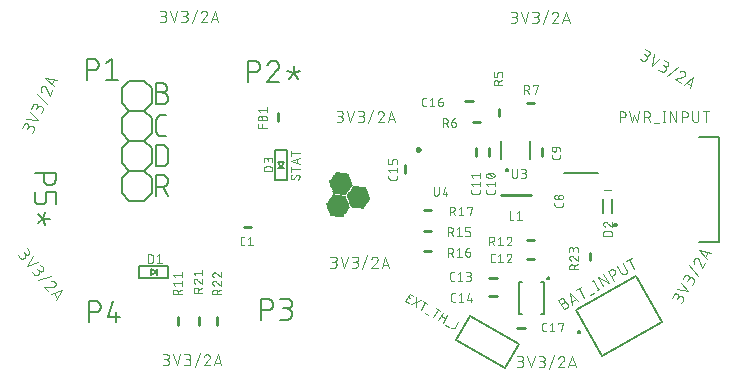
<source format=gbr>
G04 EAGLE Gerber RS-274X export*
G75*
%MOMM*%
%FSLAX34Y34*%
%LPD*%
%INSilkscreen Top*%
%IPPOS*%
%AMOC8*
5,1,8,0,0,1.08239X$1,22.5*%
G01*
%ADD10R,0.751331X0.014731*%
%ADD11R,0.883919X0.014731*%
%ADD12R,1.001775X0.014731*%
%ADD13R,1.119631X0.014731*%
%ADD14R,1.134363X0.014731*%
%ADD15R,1.149094X0.014731*%
%ADD16R,1.163825X0.014731*%
%ADD17R,1.178556X0.014731*%
%ADD18R,1.193288X0.014731*%
%ADD19R,1.222756X0.014731*%
%ADD20R,1.237488X0.014731*%
%ADD21R,1.266950X0.014731*%
%ADD22R,1.281681X0.014731*%
%ADD23R,1.311144X0.014731*%
%ADD24R,1.325881X0.014731*%
%ADD25R,1.355344X0.014731*%
%ADD26R,1.370075X0.014731*%
%ADD27R,1.384806X0.014731*%
%ADD28R,1.399538X0.014731*%
%ADD29R,1.414275X0.014731*%
%ADD30R,1.443738X0.014731*%
%ADD31R,1.458469X0.014731*%
%ADD32R,1.487931X0.014731*%
%ADD33R,1.502663X0.014731*%
%ADD34R,1.517394X0.014731*%
%ADD35R,1.532125X0.014731*%
%ADD36R,1.546856X0.014731*%
%ADD37R,1.576319X0.014731*%
%ADD38R,1.605788X0.014731*%
%ADD39R,1.620519X0.014731*%
%ADD40R,1.649981X0.014731*%
%ADD41R,1.664713X0.014731*%
%ADD42R,1.694175X0.014731*%
%ADD43R,1.708913X0.014731*%
%ADD44R,1.738375X0.014731*%
%ADD45R,1.753106X0.014731*%
%ADD46R,1.767838X0.014731*%
%ADD47R,1.782569X0.014731*%
%ADD48R,1.797306X0.014731*%
%ADD49R,0.117856X0.014731*%
%ADD50R,1.826769X0.014731*%
%ADD51R,0.235713X0.014731*%
%ADD52R,0.353569X0.014731*%
%ADD53R,1.856231X0.014731*%
%ADD54R,0.486156X0.014731*%
%ADD55R,1.870963X0.014731*%
%ADD56R,0.604013X0.014731*%
%ADD57R,0.721869X0.014731*%
%ADD58R,1.885694X0.014731*%
%ADD59R,0.839719X0.014731*%
%ADD60R,0.972306X0.014731*%
%ADD61R,1.090169X0.014731*%
%ADD62R,1.208025X0.014731*%
%ADD63R,1.252219X0.014731*%
%ADD64R,1.296412X0.014731*%
%ADD65R,1.340612X0.014731*%
%ADD66R,1.826763X0.014731*%
%ADD67R,1.414269X0.014731*%
%ADD68R,1.812031X0.014731*%
%ADD69R,1.429000X0.014731*%
%ADD70R,1.458462X0.014731*%
%ADD71R,1.473200X0.014731*%
%ADD72R,1.723644X0.014731*%
%ADD73R,1.694181X0.014731*%
%ADD74R,1.679450X0.014731*%
%ADD75R,1.561594X0.014731*%
%ADD76R,1.576325X0.014731*%
%ADD77R,1.591056X0.014731*%
%ADD78R,1.635250X0.014731*%
%ADD79R,1.561588X0.014731*%
%ADD80R,1.443731X0.014731*%
%ADD81R,1.797300X0.014731*%
%ADD82R,1.841500X0.014731*%
%ADD83R,1.311150X0.014731*%
%ADD84R,1.296419X0.014731*%
%ADD85R,1.193294X0.014731*%
%ADD86R,0.957575X0.014731*%
%ADD87R,0.589281X0.014731*%
%ADD88R,0.471425X0.014731*%
%ADD89R,0.220975X0.014731*%
%ADD90R,1.812038X0.014731*%
%ADD91R,0.103119X0.014731*%
%ADD92R,0.029463X0.014731*%
%ADD93R,0.162050X0.014731*%
%ADD94R,0.265175X0.014731*%
%ADD95R,0.397763X0.014731*%
%ADD96R,0.515619X0.014731*%
%ADD97R,0.648206X0.014731*%
%ADD98R,1.679444X0.014731*%
%ADD99R,1.016506X0.014731*%
%ADD100R,1.104900X0.014731*%
%ADD101R,1.222750X0.014731*%
%ADD102R,1.434338X0.014731*%
%ADD103R,1.208019X0.014731*%
%ADD104R,0.987044X0.014731*%
%ADD105R,0.854456X0.014731*%
%ADD106R,0.618744X0.014731*%
%ADD107R,0.500888X0.014731*%
%ADD108R,0.368300X0.014731*%
%ADD109R,0.132587X0.014731*%
%ADD110R,0.014731X0.014731*%
%ADD111R,1.664719X0.014731*%
%ADD112R,1.075438X0.014731*%
%ADD113R,0.942844X0.014731*%
%ADD114R,0.707131X0.014731*%
%ADD115R,0.456694X0.014731*%
%ADD116R,0.088388X0.014731*%
%ADD117C,0.152400*%
%ADD118C,0.076200*%
%ADD119C,0.101600*%
%ADD120C,0.127000*%
%ADD121C,0.254000*%
%ADD122C,0.200000*%
%ADD123C,0.050000*%
%ADD124C,0.050800*%
%ADD125C,0.250000*%


D10*
X-22597Y64395D03*
D11*
X-23113Y64543D03*
D12*
X-23555Y64690D03*
D13*
X-23997Y64837D03*
D14*
X-24070Y64985D03*
D15*
X-23997Y65132D03*
D16*
X-23923Y65279D03*
D17*
X-23997Y65427D03*
D18*
X-23923Y65574D03*
D19*
X-23923Y65721D03*
D20*
X-23849Y65869D03*
X-23849Y66016D03*
D21*
X-23849Y66163D03*
D22*
X-23776Y66311D03*
D23*
X-23776Y66458D03*
X-23776Y66605D03*
D24*
X-23702Y66752D03*
D25*
X-23702Y66900D03*
D26*
X-23628Y67047D03*
D27*
X-23702Y67194D03*
D28*
X-23628Y67342D03*
D29*
X-23555Y67489D03*
D30*
X-23555Y67636D03*
X-23555Y67784D03*
D31*
X-23481Y67931D03*
D32*
X-23481Y68078D03*
D33*
X-23407Y68226D03*
D34*
X-23481Y68373D03*
D35*
X-23407Y68520D03*
D36*
X-23334Y68668D03*
D37*
X-23334Y68815D03*
X-23334Y68962D03*
D38*
X-23334Y69110D03*
D39*
X-23260Y69257D03*
X-23260Y69404D03*
D40*
X-23260Y69552D03*
D41*
X-23186Y69699D03*
D42*
X-23186Y69846D03*
X-23186Y69994D03*
D43*
X-23113Y70141D03*
D44*
X-23113Y70288D03*
D45*
X-23039Y70435D03*
D46*
X-23113Y70583D03*
D47*
X-23039Y70730D03*
D48*
X-22965Y70877D03*
D49*
X-2488Y70877D03*
D50*
X-22965Y71025D03*
D51*
X-3077Y71025D03*
D50*
X-22965Y71172D03*
D52*
X-3519Y71172D03*
D53*
X-22965Y71319D03*
D54*
X-4035Y71319D03*
D55*
X-22892Y71467D03*
D56*
X-4477Y71467D03*
D55*
X-22892Y71614D03*
D57*
X-5066Y71614D03*
D58*
X-22965Y71761D03*
D59*
X-5508Y71761D03*
D58*
X-22965Y71909D03*
D60*
X-6024Y71909D03*
D55*
X-23039Y72056D03*
D61*
X-6466Y72056D03*
D58*
X-23113Y72203D03*
D13*
X-6613Y72203D03*
D58*
X-23113Y72351D03*
D15*
X-6613Y72351D03*
D58*
X-23260Y72498D03*
D16*
X-6539Y72498D03*
D58*
X-23260Y72645D03*
D17*
X-6466Y72645D03*
D55*
X-23334Y72793D03*
D18*
X-6539Y72793D03*
D58*
X-23407Y72940D03*
D62*
X-6466Y72940D03*
D58*
X-23407Y73087D03*
D20*
X-6466Y73087D03*
D58*
X-23555Y73235D03*
D63*
X-6392Y73235D03*
D58*
X-23555Y73382D03*
D63*
X-6392Y73382D03*
D55*
X-23628Y73529D03*
D22*
X-6392Y73529D03*
D58*
X-23702Y73677D03*
D64*
X-6318Y73677D03*
D58*
X-23702Y73824D03*
D24*
X-6318Y73824D03*
D58*
X-23849Y73971D03*
D24*
X-6318Y73971D03*
D58*
X-23849Y74118D03*
D65*
X-6245Y74118D03*
D55*
X-23923Y74266D03*
D26*
X-6245Y74266D03*
D53*
X-23849Y74413D03*
D27*
X-6171Y74413D03*
D53*
X-23849Y74560D03*
D28*
X-6245Y74560D03*
D66*
X-23849Y74708D03*
D67*
X-6171Y74708D03*
D68*
X-23776Y74855D03*
D69*
X-6097Y74855D03*
D47*
X-23776Y75002D03*
D70*
X-6097Y75002D03*
D47*
X-23776Y75150D03*
D70*
X-6097Y75150D03*
D46*
X-23702Y75297D03*
D71*
X-6024Y75297D03*
D44*
X-23702Y75444D03*
D33*
X-6024Y75444D03*
D72*
X-23628Y75592D03*
D33*
X-6024Y75592D03*
D43*
X-23702Y75739D03*
D35*
X-6024Y75739D03*
D73*
X-23628Y75886D03*
D36*
X-5950Y75886D03*
D74*
X-23555Y76034D03*
D75*
X-5876Y76034D03*
D40*
X-23555Y76181D03*
D76*
X-5950Y76181D03*
D40*
X-23555Y76328D03*
D77*
X-5876Y76328D03*
D78*
X-23481Y76476D03*
D39*
X-5876Y76476D03*
D38*
X-23481Y76623D03*
D78*
X-5803Y76623D03*
D38*
X-23481Y76770D03*
D78*
X-5803Y76770D03*
D76*
X-23481Y76918D03*
D41*
X-5803Y76918D03*
D79*
X-23407Y77065D03*
D74*
X-5729Y77065D03*
D36*
X-23334Y77212D03*
D43*
X-5729Y77212D03*
D35*
X-23407Y77360D03*
D43*
X-5729Y77360D03*
D34*
X-23334Y77507D03*
D72*
X-5655Y77507D03*
D32*
X-23334Y77654D03*
D45*
X-5655Y77654D03*
D71*
X-23260Y77801D03*
D46*
X-5582Y77801D03*
D71*
X-23260Y77949D03*
D47*
X-5655Y77949D03*
D80*
X-23260Y78096D03*
D81*
X-5582Y78096D03*
D69*
X-23186Y78243D03*
D68*
X-5508Y78243D03*
D28*
X-23186Y78391D03*
D82*
X-5508Y78391D03*
D28*
X-23186Y78538D03*
D82*
X-5508Y78538D03*
D27*
X-23113Y78685D03*
D55*
X-5508Y78685D03*
D25*
X-23113Y78833D03*
D58*
X-5434Y78833D03*
D65*
X-23039Y78980D03*
D55*
X-5508Y78980D03*
D24*
X-23113Y79127D03*
D58*
X-5582Y79127D03*
D83*
X-23039Y79275D03*
D58*
X-5582Y79275D03*
D84*
X-22965Y79422D03*
D55*
X-5655Y79422D03*
D21*
X-22965Y79569D03*
D58*
X-5729Y79569D03*
D21*
X-22965Y79717D03*
D58*
X-5729Y79717D03*
D63*
X-22892Y79864D03*
D58*
X-5876Y79864D03*
D19*
X-22892Y80011D03*
D58*
X-5876Y80011D03*
D62*
X-22818Y80159D03*
D55*
X-5950Y80159D03*
D85*
X-22892Y80306D03*
D58*
X-6024Y80306D03*
D17*
X-22818Y80453D03*
D58*
X-6024Y80453D03*
D16*
X-22744Y80601D03*
D58*
X-6171Y80601D03*
D15*
X-22818Y80748D03*
D58*
X-6171Y80748D03*
D14*
X-22744Y80895D03*
D55*
X-6245Y80895D03*
D61*
X-22818Y81043D03*
D58*
X-6318Y81043D03*
D86*
X-23334Y81190D03*
D58*
X-6318Y81190D03*
D59*
X-23923Y81337D03*
D58*
X-6466Y81337D03*
D57*
X-24365Y81484D03*
D58*
X-6466Y81484D03*
D87*
X-24881Y81632D03*
D53*
X-6466Y81632D03*
D88*
X-25323Y81779D03*
D82*
X-6392Y81779D03*
D52*
X-25912Y81926D03*
D82*
X-6392Y81926D03*
D89*
X-26427Y82074D03*
D90*
X-6392Y82074D03*
D91*
X-26869Y82221D03*
D48*
X-6318Y82221D03*
D92*
X-17073Y82368D03*
D47*
X-6392Y82368D03*
D93*
X-17588Y82516D03*
D46*
X-6318Y82516D03*
D94*
X-18104Y82663D03*
D45*
X-6245Y82663D03*
D95*
X-18619Y82810D03*
D72*
X-6245Y82810D03*
D96*
X-19061Y82958D03*
D72*
X-6245Y82958D03*
D97*
X-19577Y83105D03*
D73*
X-6245Y83105D03*
D10*
X-20093Y83252D03*
D98*
X-6171Y83252D03*
D11*
X-20608Y83400D03*
D41*
X-6097Y83400D03*
D99*
X-21124Y83547D03*
D40*
X-6171Y83547D03*
D100*
X-21566Y83694D03*
D78*
X-6097Y83694D03*
D14*
X-21566Y83842D03*
D39*
X-6024Y83842D03*
D15*
X-21492Y83989D03*
D77*
X-6024Y83989D03*
D16*
X-21419Y84136D03*
D77*
X-6024Y84136D03*
D17*
X-21492Y84284D03*
D79*
X-6024Y84284D03*
D18*
X-21419Y84431D03*
D36*
X-5950Y84431D03*
D101*
X-21419Y84578D03*
D35*
X-5876Y84578D03*
D20*
X-21345Y84726D03*
D34*
X-5950Y84726D03*
D20*
X-21345Y84873D03*
D33*
X-5876Y84873D03*
D21*
X-21345Y85020D03*
D71*
X-5876Y85020D03*
D22*
X-21271Y85167D03*
D31*
X-5803Y85167D03*
D23*
X-21271Y85315D03*
D31*
X-5803Y85315D03*
D23*
X-21271Y85462D03*
D102*
X-5839Y85462D03*
D24*
X-21198Y85609D03*
D67*
X-5729Y85609D03*
D25*
X-21198Y85757D03*
D27*
X-5729Y85757D03*
D26*
X-21124Y85904D03*
D27*
X-5729Y85904D03*
X-21198Y86051D03*
D26*
X-5655Y86051D03*
D28*
X-21124Y86199D03*
D65*
X-5655Y86199D03*
D67*
X-21050Y86346D03*
D65*
X-5655Y86346D03*
D30*
X-21050Y86493D03*
D83*
X-5655Y86493D03*
D30*
X-21050Y86641D03*
D64*
X-5582Y86641D03*
D71*
X-21050Y86788D03*
D22*
X-5508Y86788D03*
D32*
X-20977Y86935D03*
D21*
X-5582Y86935D03*
D33*
X-20903Y87083D03*
D63*
X-5508Y87083D03*
D34*
X-20977Y87230D03*
D19*
X-5508Y87230D03*
D35*
X-20903Y87377D03*
D103*
X-5434Y87377D03*
D79*
X-20903Y87525D03*
D103*
X-5434Y87525D03*
D37*
X-20829Y87672D03*
D17*
X-5434Y87672D03*
D37*
X-20829Y87819D03*
D16*
X-5361Y87819D03*
D38*
X-20829Y87967D03*
D15*
X-5287Y87967D03*
D39*
X-20756Y88114D03*
D14*
X-5361Y88114D03*
D39*
X-20756Y88261D03*
D100*
X-5361Y88261D03*
D40*
X-20756Y88409D03*
D104*
X-5803Y88409D03*
D41*
X-20682Y88556D03*
D105*
X-6318Y88556D03*
D42*
X-20682Y88703D03*
D10*
X-6834Y88703D03*
D42*
X-20682Y88850D03*
D106*
X-7350Y88850D03*
D43*
X-20608Y88998D03*
D107*
X-7791Y88998D03*
D44*
X-20608Y89145D03*
D108*
X-8307Y89145D03*
D45*
X-20535Y89292D03*
D94*
X-8823Y89292D03*
D46*
X-20608Y89440D03*
D109*
X-9338Y89440D03*
D47*
X-20535Y89587D03*
D110*
X-9780Y89587D03*
D48*
X-20461Y89734D03*
D50*
X-20461Y89882D03*
X-20461Y90029D03*
D53*
X-20461Y90176D03*
D55*
X-20387Y90324D03*
X-20387Y90471D03*
D58*
X-20461Y90618D03*
X-20461Y90766D03*
X-20608Y90913D03*
X-20608Y91060D03*
D55*
X-20682Y91208D03*
D58*
X-20756Y91355D03*
X-20756Y91502D03*
X-20903Y91650D03*
X-20903Y91797D03*
D55*
X-20977Y91944D03*
D58*
X-21050Y92092D03*
X-21050Y92239D03*
D55*
X-21124Y92386D03*
D58*
X-21198Y92533D03*
X-21198Y92681D03*
X-21345Y92828D03*
X-21345Y92975D03*
D55*
X-21419Y93123D03*
D53*
X-21345Y93270D03*
X-21345Y93417D03*
D66*
X-21345Y93565D03*
D68*
X-21271Y93712D03*
D47*
X-21271Y93859D03*
X-21271Y94007D03*
D46*
X-21198Y94154D03*
D44*
X-21198Y94301D03*
D72*
X-21124Y94449D03*
D43*
X-21198Y94596D03*
D73*
X-21124Y94743D03*
D74*
X-21050Y94891D03*
D111*
X-21124Y95038D03*
D40*
X-21050Y95185D03*
D39*
X-21050Y95333D03*
D38*
X-20977Y95480D03*
X-20977Y95627D03*
D76*
X-20977Y95775D03*
D79*
X-20903Y95922D03*
D35*
X-20903Y96069D03*
X-20903Y96216D03*
D34*
X-20829Y96364D03*
D32*
X-20829Y96511D03*
D71*
X-20756Y96658D03*
X-20756Y96806D03*
D80*
X-20756Y96953D03*
D69*
X-20682Y97100D03*
D28*
X-20682Y97248D03*
X-20682Y97395D03*
D27*
X-20608Y97542D03*
D25*
X-20608Y97690D03*
D65*
X-20535Y97837D03*
D24*
X-20608Y97984D03*
D83*
X-20535Y98132D03*
D84*
X-20461Y98279D03*
D21*
X-20461Y98426D03*
X-20461Y98574D03*
D20*
X-20461Y98721D03*
D19*
X-20387Y98868D03*
D62*
X-20314Y99016D03*
D85*
X-20387Y99163D03*
D17*
X-20314Y99310D03*
D15*
X-20314Y99458D03*
X-20314Y99605D03*
D14*
X-20240Y99752D03*
D112*
X-20387Y99899D03*
D113*
X-20903Y100047D03*
D59*
X-21419Y100194D03*
D114*
X-21934Y100341D03*
D87*
X-22376Y100489D03*
D115*
X-22892Y100636D03*
D52*
X-23407Y100783D03*
D89*
X-23923Y100931D03*
D116*
X-24439Y101078D03*
D49*
X-19938Y63550D03*
D51*
X-20527Y63697D03*
D52*
X-20969Y63844D03*
D54*
X-21485Y63991D03*
D56*
X-21927Y64139D03*
D57*
X-22516Y64286D03*
D59*
X-22958Y64433D03*
D60*
X-23473Y64581D03*
D61*
X-23915Y64728D03*
D13*
X-24063Y64875D03*
D117*
X-235776Y180150D02*
X-235776Y197930D01*
X-230837Y197930D01*
X-230697Y197928D01*
X-230558Y197922D01*
X-230418Y197912D01*
X-230279Y197898D01*
X-230140Y197881D01*
X-230002Y197859D01*
X-229865Y197833D01*
X-229728Y197804D01*
X-229592Y197771D01*
X-229458Y197734D01*
X-229324Y197693D01*
X-229192Y197648D01*
X-229060Y197599D01*
X-228931Y197547D01*
X-228803Y197492D01*
X-228676Y197432D01*
X-228551Y197369D01*
X-228428Y197303D01*
X-228307Y197233D01*
X-228188Y197160D01*
X-228071Y197083D01*
X-227957Y197003D01*
X-227844Y196920D01*
X-227734Y196834D01*
X-227627Y196744D01*
X-227522Y196652D01*
X-227420Y196557D01*
X-227320Y196459D01*
X-227223Y196358D01*
X-227129Y196254D01*
X-227039Y196148D01*
X-226951Y196039D01*
X-226866Y195928D01*
X-226785Y195814D01*
X-226706Y195699D01*
X-226631Y195581D01*
X-226560Y195461D01*
X-226492Y195338D01*
X-226427Y195215D01*
X-226366Y195089D01*
X-226308Y194961D01*
X-226254Y194833D01*
X-226204Y194702D01*
X-226157Y194570D01*
X-226114Y194437D01*
X-226075Y194303D01*
X-226040Y194168D01*
X-226009Y194032D01*
X-225981Y193894D01*
X-225958Y193757D01*
X-225938Y193618D01*
X-225922Y193479D01*
X-225910Y193340D01*
X-225902Y193201D01*
X-225898Y193061D01*
X-225898Y192921D01*
X-225902Y192781D01*
X-225910Y192642D01*
X-225922Y192503D01*
X-225938Y192364D01*
X-225958Y192225D01*
X-225981Y192088D01*
X-226009Y191950D01*
X-226040Y191814D01*
X-226075Y191679D01*
X-226114Y191545D01*
X-226157Y191412D01*
X-226204Y191280D01*
X-226254Y191149D01*
X-226308Y191021D01*
X-226366Y190893D01*
X-226427Y190767D01*
X-226492Y190644D01*
X-226560Y190522D01*
X-226631Y190401D01*
X-226706Y190283D01*
X-226785Y190168D01*
X-226866Y190054D01*
X-226951Y189943D01*
X-227039Y189834D01*
X-227129Y189728D01*
X-227223Y189624D01*
X-227320Y189523D01*
X-227420Y189425D01*
X-227522Y189330D01*
X-227627Y189238D01*
X-227734Y189148D01*
X-227844Y189062D01*
X-227957Y188979D01*
X-228071Y188899D01*
X-228188Y188822D01*
X-228307Y188749D01*
X-228428Y188679D01*
X-228551Y188613D01*
X-228676Y188550D01*
X-228803Y188490D01*
X-228931Y188435D01*
X-229060Y188383D01*
X-229192Y188334D01*
X-229324Y188289D01*
X-229458Y188248D01*
X-229592Y188211D01*
X-229728Y188178D01*
X-229865Y188149D01*
X-230002Y188123D01*
X-230140Y188101D01*
X-230279Y188084D01*
X-230418Y188070D01*
X-230558Y188060D01*
X-230697Y188054D01*
X-230837Y188052D01*
X-235776Y188052D01*
X-219780Y193978D02*
X-214842Y197930D01*
X-214842Y180150D01*
X-219780Y180150D02*
X-209903Y180150D01*
X-99251Y178562D02*
X-99251Y196342D01*
X-94312Y196342D01*
X-94172Y196340D01*
X-94033Y196334D01*
X-93893Y196324D01*
X-93754Y196310D01*
X-93615Y196293D01*
X-93477Y196271D01*
X-93340Y196245D01*
X-93203Y196216D01*
X-93067Y196183D01*
X-92933Y196146D01*
X-92799Y196105D01*
X-92667Y196060D01*
X-92535Y196011D01*
X-92406Y195959D01*
X-92278Y195904D01*
X-92151Y195844D01*
X-92026Y195781D01*
X-91903Y195715D01*
X-91782Y195645D01*
X-91663Y195572D01*
X-91546Y195495D01*
X-91432Y195415D01*
X-91319Y195332D01*
X-91209Y195246D01*
X-91102Y195156D01*
X-90997Y195064D01*
X-90895Y194969D01*
X-90795Y194871D01*
X-90698Y194770D01*
X-90604Y194666D01*
X-90514Y194560D01*
X-90426Y194451D01*
X-90341Y194340D01*
X-90260Y194226D01*
X-90181Y194111D01*
X-90106Y193993D01*
X-90035Y193873D01*
X-89967Y193750D01*
X-89902Y193627D01*
X-89841Y193501D01*
X-89783Y193373D01*
X-89729Y193245D01*
X-89679Y193114D01*
X-89632Y192982D01*
X-89589Y192849D01*
X-89550Y192715D01*
X-89515Y192580D01*
X-89484Y192444D01*
X-89456Y192306D01*
X-89433Y192169D01*
X-89413Y192030D01*
X-89397Y191891D01*
X-89385Y191752D01*
X-89377Y191613D01*
X-89373Y191473D01*
X-89373Y191333D01*
X-89377Y191193D01*
X-89385Y191054D01*
X-89397Y190915D01*
X-89413Y190776D01*
X-89433Y190637D01*
X-89456Y190500D01*
X-89484Y190362D01*
X-89515Y190226D01*
X-89550Y190091D01*
X-89589Y189957D01*
X-89632Y189824D01*
X-89679Y189692D01*
X-89729Y189561D01*
X-89783Y189433D01*
X-89841Y189305D01*
X-89902Y189179D01*
X-89967Y189056D01*
X-90035Y188934D01*
X-90106Y188813D01*
X-90181Y188695D01*
X-90260Y188580D01*
X-90341Y188466D01*
X-90426Y188355D01*
X-90514Y188246D01*
X-90604Y188140D01*
X-90698Y188036D01*
X-90795Y187935D01*
X-90895Y187837D01*
X-90997Y187742D01*
X-91102Y187650D01*
X-91209Y187560D01*
X-91319Y187474D01*
X-91432Y187391D01*
X-91546Y187311D01*
X-91663Y187234D01*
X-91782Y187161D01*
X-91903Y187091D01*
X-92026Y187025D01*
X-92151Y186962D01*
X-92278Y186902D01*
X-92406Y186847D01*
X-92535Y186795D01*
X-92667Y186746D01*
X-92799Y186701D01*
X-92933Y186660D01*
X-93067Y186623D01*
X-93203Y186590D01*
X-93340Y186561D01*
X-93477Y186535D01*
X-93615Y186513D01*
X-93754Y186496D01*
X-93893Y186482D01*
X-94033Y186472D01*
X-94172Y186466D01*
X-94312Y186464D01*
X-99251Y186464D01*
X-77823Y196342D02*
X-77691Y196340D01*
X-77560Y196334D01*
X-77428Y196324D01*
X-77297Y196311D01*
X-77167Y196293D01*
X-77037Y196272D01*
X-76907Y196247D01*
X-76779Y196218D01*
X-76651Y196185D01*
X-76525Y196148D01*
X-76399Y196108D01*
X-76275Y196064D01*
X-76152Y196016D01*
X-76031Y195965D01*
X-75911Y195910D01*
X-75793Y195852D01*
X-75677Y195790D01*
X-75563Y195724D01*
X-75450Y195656D01*
X-75340Y195584D01*
X-75232Y195509D01*
X-75126Y195430D01*
X-75022Y195349D01*
X-74921Y195264D01*
X-74823Y195177D01*
X-74727Y195086D01*
X-74634Y194993D01*
X-74543Y194897D01*
X-74456Y194799D01*
X-74371Y194698D01*
X-74290Y194594D01*
X-74211Y194488D01*
X-74136Y194380D01*
X-74064Y194270D01*
X-73996Y194157D01*
X-73930Y194043D01*
X-73868Y193927D01*
X-73810Y193809D01*
X-73755Y193689D01*
X-73704Y193568D01*
X-73656Y193445D01*
X-73612Y193321D01*
X-73572Y193195D01*
X-73535Y193069D01*
X-73502Y192941D01*
X-73473Y192813D01*
X-73448Y192683D01*
X-73427Y192553D01*
X-73409Y192423D01*
X-73396Y192292D01*
X-73386Y192160D01*
X-73380Y192029D01*
X-73378Y191897D01*
X-77823Y196342D02*
X-77973Y196340D01*
X-78122Y196334D01*
X-78271Y196324D01*
X-78420Y196311D01*
X-78569Y196293D01*
X-78717Y196272D01*
X-78865Y196246D01*
X-79011Y196217D01*
X-79157Y196184D01*
X-79302Y196147D01*
X-79446Y196106D01*
X-79589Y196062D01*
X-79731Y196014D01*
X-79871Y195962D01*
X-80010Y195907D01*
X-80148Y195848D01*
X-80283Y195785D01*
X-80418Y195719D01*
X-80550Y195649D01*
X-80680Y195576D01*
X-80809Y195499D01*
X-80936Y195419D01*
X-81060Y195336D01*
X-81182Y195250D01*
X-81302Y195160D01*
X-81419Y195067D01*
X-81534Y194972D01*
X-81647Y194873D01*
X-81757Y194771D01*
X-81864Y194667D01*
X-81968Y194560D01*
X-82070Y194450D01*
X-82168Y194337D01*
X-82264Y194222D01*
X-82356Y194104D01*
X-82446Y193984D01*
X-82532Y193862D01*
X-82615Y193738D01*
X-82695Y193611D01*
X-82771Y193483D01*
X-82844Y193352D01*
X-82914Y193219D01*
X-82980Y193085D01*
X-83042Y192949D01*
X-83101Y192812D01*
X-83157Y192673D01*
X-83208Y192532D01*
X-83256Y192391D01*
X-74860Y188440D02*
X-74764Y188533D01*
X-74672Y188629D01*
X-74582Y188728D01*
X-74495Y188829D01*
X-74411Y188932D01*
X-74329Y189037D01*
X-74251Y189145D01*
X-74176Y189255D01*
X-74103Y189367D01*
X-74034Y189481D01*
X-73968Y189597D01*
X-73906Y189715D01*
X-73847Y189834D01*
X-73791Y189955D01*
X-73738Y190078D01*
X-73689Y190202D01*
X-73644Y190327D01*
X-73601Y190454D01*
X-73563Y190581D01*
X-73528Y190710D01*
X-73497Y190839D01*
X-73469Y190970D01*
X-73445Y191101D01*
X-73424Y191233D01*
X-73408Y191365D01*
X-73395Y191498D01*
X-73385Y191631D01*
X-73380Y191764D01*
X-73378Y191897D01*
X-74859Y188440D02*
X-83255Y178562D01*
X-73378Y178562D01*
X-61008Y185476D02*
X-61008Y191403D01*
X-61008Y185476D02*
X-57551Y181031D01*
X-61008Y185476D02*
X-64465Y181031D01*
X-61008Y185476D02*
X-55575Y187452D01*
X-61008Y185476D02*
X-66441Y187452D01*
X-262446Y100838D02*
X-280226Y100838D01*
X-262446Y100838D02*
X-262446Y95899D01*
X-262445Y95899D02*
X-262447Y95759D01*
X-262453Y95620D01*
X-262463Y95480D01*
X-262477Y95341D01*
X-262494Y95202D01*
X-262516Y95064D01*
X-262542Y94927D01*
X-262571Y94790D01*
X-262604Y94654D01*
X-262641Y94520D01*
X-262682Y94386D01*
X-262727Y94254D01*
X-262776Y94122D01*
X-262828Y93993D01*
X-262883Y93865D01*
X-262943Y93738D01*
X-263006Y93613D01*
X-263072Y93490D01*
X-263142Y93369D01*
X-263215Y93250D01*
X-263292Y93133D01*
X-263372Y93019D01*
X-263455Y92906D01*
X-263541Y92796D01*
X-263631Y92689D01*
X-263723Y92584D01*
X-263818Y92482D01*
X-263916Y92382D01*
X-264017Y92285D01*
X-264121Y92191D01*
X-264227Y92101D01*
X-264336Y92013D01*
X-264447Y91928D01*
X-264561Y91847D01*
X-264676Y91768D01*
X-264794Y91693D01*
X-264915Y91622D01*
X-265037Y91554D01*
X-265160Y91489D01*
X-265286Y91428D01*
X-265414Y91370D01*
X-265542Y91316D01*
X-265673Y91266D01*
X-265805Y91219D01*
X-265938Y91176D01*
X-266072Y91137D01*
X-266207Y91102D01*
X-266343Y91071D01*
X-266481Y91043D01*
X-266618Y91020D01*
X-266757Y91000D01*
X-266896Y90984D01*
X-267035Y90972D01*
X-267174Y90964D01*
X-267314Y90960D01*
X-267454Y90960D01*
X-267594Y90964D01*
X-267733Y90972D01*
X-267872Y90984D01*
X-268011Y91000D01*
X-268150Y91020D01*
X-268287Y91043D01*
X-268425Y91071D01*
X-268561Y91102D01*
X-268696Y91137D01*
X-268830Y91176D01*
X-268963Y91219D01*
X-269095Y91266D01*
X-269226Y91316D01*
X-269354Y91370D01*
X-269482Y91428D01*
X-269608Y91489D01*
X-269731Y91554D01*
X-269854Y91622D01*
X-269974Y91693D01*
X-270092Y91768D01*
X-270207Y91847D01*
X-270321Y91928D01*
X-270432Y92013D01*
X-270541Y92101D01*
X-270647Y92191D01*
X-270751Y92285D01*
X-270852Y92382D01*
X-270950Y92482D01*
X-271045Y92584D01*
X-271137Y92689D01*
X-271227Y92796D01*
X-271313Y92906D01*
X-271396Y93019D01*
X-271476Y93133D01*
X-271553Y93250D01*
X-271626Y93369D01*
X-271696Y93490D01*
X-271762Y93613D01*
X-271825Y93738D01*
X-271885Y93865D01*
X-271940Y93993D01*
X-271992Y94122D01*
X-272041Y94254D01*
X-272086Y94386D01*
X-272127Y94520D01*
X-272164Y94654D01*
X-272197Y94790D01*
X-272226Y94927D01*
X-272252Y95064D01*
X-272274Y95202D01*
X-272291Y95341D01*
X-272305Y95480D01*
X-272315Y95620D01*
X-272321Y95759D01*
X-272323Y95899D01*
X-272323Y100838D01*
X-280226Y84843D02*
X-280226Y78916D01*
X-280225Y78916D02*
X-280223Y78792D01*
X-280217Y78668D01*
X-280207Y78544D01*
X-280194Y78421D01*
X-280176Y78298D01*
X-280155Y78176D01*
X-280130Y78054D01*
X-280101Y77933D01*
X-280068Y77814D01*
X-280032Y77695D01*
X-279991Y77578D01*
X-279948Y77462D01*
X-279900Y77347D01*
X-279849Y77234D01*
X-279794Y77122D01*
X-279736Y77013D01*
X-279675Y76905D01*
X-279610Y76799D01*
X-279542Y76695D01*
X-279470Y76594D01*
X-279396Y76494D01*
X-279318Y76398D01*
X-279238Y76303D01*
X-279154Y76211D01*
X-279068Y76122D01*
X-278979Y76036D01*
X-278887Y75952D01*
X-278792Y75872D01*
X-278696Y75794D01*
X-278596Y75720D01*
X-278495Y75648D01*
X-278391Y75580D01*
X-278285Y75515D01*
X-278177Y75454D01*
X-278068Y75396D01*
X-277956Y75341D01*
X-277843Y75290D01*
X-277728Y75242D01*
X-277612Y75199D01*
X-277495Y75158D01*
X-277376Y75122D01*
X-277257Y75089D01*
X-277136Y75060D01*
X-277014Y75035D01*
X-276892Y75014D01*
X-276769Y74996D01*
X-276646Y74983D01*
X-276522Y74973D01*
X-276398Y74967D01*
X-276274Y74965D01*
X-274299Y74965D01*
X-274175Y74967D01*
X-274051Y74973D01*
X-273927Y74983D01*
X-273804Y74996D01*
X-273681Y75014D01*
X-273559Y75035D01*
X-273437Y75060D01*
X-273316Y75089D01*
X-273197Y75122D01*
X-273078Y75158D01*
X-272961Y75199D01*
X-272845Y75242D01*
X-272730Y75290D01*
X-272617Y75341D01*
X-272505Y75396D01*
X-272396Y75454D01*
X-272288Y75515D01*
X-272182Y75580D01*
X-272078Y75648D01*
X-271977Y75720D01*
X-271877Y75794D01*
X-271781Y75872D01*
X-271686Y75952D01*
X-271594Y76036D01*
X-271505Y76122D01*
X-271419Y76211D01*
X-271335Y76303D01*
X-271255Y76398D01*
X-271177Y76494D01*
X-271103Y76594D01*
X-271031Y76695D01*
X-270963Y76799D01*
X-270898Y76905D01*
X-270837Y77013D01*
X-270779Y77122D01*
X-270724Y77234D01*
X-270673Y77347D01*
X-270625Y77462D01*
X-270582Y77578D01*
X-270541Y77695D01*
X-270505Y77814D01*
X-270472Y77933D01*
X-270443Y78054D01*
X-270418Y78176D01*
X-270397Y78298D01*
X-270379Y78421D01*
X-270366Y78544D01*
X-270356Y78668D01*
X-270350Y78792D01*
X-270348Y78916D01*
X-270348Y84843D01*
X-262446Y84843D01*
X-262446Y74965D01*
X-267384Y62595D02*
X-273311Y62595D01*
X-277756Y59138D01*
X-273311Y62595D02*
X-277756Y66053D01*
X-273311Y62595D02*
X-271336Y57163D01*
X-273311Y62595D02*
X-271336Y68028D01*
X-234188Y-6858D02*
X-234188Y-24638D01*
X-234188Y-6858D02*
X-229249Y-6858D01*
X-229109Y-6860D01*
X-228970Y-6866D01*
X-228830Y-6876D01*
X-228691Y-6890D01*
X-228552Y-6907D01*
X-228414Y-6929D01*
X-228277Y-6955D01*
X-228140Y-6984D01*
X-228004Y-7017D01*
X-227870Y-7054D01*
X-227736Y-7095D01*
X-227604Y-7140D01*
X-227472Y-7189D01*
X-227343Y-7241D01*
X-227215Y-7296D01*
X-227088Y-7356D01*
X-226963Y-7419D01*
X-226840Y-7485D01*
X-226719Y-7555D01*
X-226600Y-7628D01*
X-226483Y-7705D01*
X-226369Y-7785D01*
X-226256Y-7868D01*
X-226146Y-7954D01*
X-226039Y-8044D01*
X-225934Y-8136D01*
X-225832Y-8231D01*
X-225732Y-8329D01*
X-225635Y-8430D01*
X-225541Y-8534D01*
X-225451Y-8640D01*
X-225363Y-8749D01*
X-225278Y-8860D01*
X-225197Y-8974D01*
X-225118Y-9089D01*
X-225043Y-9207D01*
X-224972Y-9327D01*
X-224904Y-9450D01*
X-224839Y-9573D01*
X-224778Y-9699D01*
X-224720Y-9827D01*
X-224666Y-9955D01*
X-224616Y-10086D01*
X-224569Y-10218D01*
X-224526Y-10351D01*
X-224487Y-10485D01*
X-224452Y-10620D01*
X-224421Y-10756D01*
X-224393Y-10894D01*
X-224370Y-11031D01*
X-224350Y-11170D01*
X-224334Y-11309D01*
X-224322Y-11448D01*
X-224314Y-11587D01*
X-224310Y-11727D01*
X-224310Y-11867D01*
X-224314Y-12007D01*
X-224322Y-12146D01*
X-224334Y-12285D01*
X-224350Y-12424D01*
X-224370Y-12563D01*
X-224393Y-12700D01*
X-224421Y-12838D01*
X-224452Y-12974D01*
X-224487Y-13109D01*
X-224526Y-13243D01*
X-224569Y-13376D01*
X-224616Y-13508D01*
X-224666Y-13639D01*
X-224720Y-13767D01*
X-224778Y-13895D01*
X-224839Y-14021D01*
X-224904Y-14144D01*
X-224972Y-14266D01*
X-225043Y-14387D01*
X-225118Y-14505D01*
X-225197Y-14620D01*
X-225278Y-14734D01*
X-225363Y-14845D01*
X-225451Y-14954D01*
X-225541Y-15060D01*
X-225635Y-15164D01*
X-225732Y-15265D01*
X-225832Y-15363D01*
X-225934Y-15458D01*
X-226039Y-15550D01*
X-226146Y-15640D01*
X-226256Y-15726D01*
X-226369Y-15809D01*
X-226483Y-15889D01*
X-226600Y-15966D01*
X-226719Y-16039D01*
X-226840Y-16109D01*
X-226963Y-16175D01*
X-227088Y-16238D01*
X-227215Y-16298D01*
X-227343Y-16353D01*
X-227472Y-16405D01*
X-227604Y-16454D01*
X-227736Y-16499D01*
X-227870Y-16540D01*
X-228004Y-16577D01*
X-228140Y-16610D01*
X-228277Y-16639D01*
X-228414Y-16665D01*
X-228552Y-16687D01*
X-228691Y-16704D01*
X-228830Y-16718D01*
X-228970Y-16728D01*
X-229109Y-16734D01*
X-229249Y-16736D01*
X-234188Y-16736D01*
X-218193Y-20687D02*
X-214242Y-6858D01*
X-218193Y-20687D02*
X-208315Y-20687D01*
X-211279Y-16736D02*
X-211279Y-24638D01*
X-88138Y-23051D02*
X-88138Y-5271D01*
X-83199Y-5271D01*
X-83199Y-5270D02*
X-83059Y-5272D01*
X-82920Y-5278D01*
X-82780Y-5288D01*
X-82641Y-5302D01*
X-82502Y-5319D01*
X-82364Y-5341D01*
X-82227Y-5367D01*
X-82090Y-5396D01*
X-81954Y-5429D01*
X-81820Y-5466D01*
X-81686Y-5507D01*
X-81554Y-5552D01*
X-81422Y-5601D01*
X-81293Y-5653D01*
X-81165Y-5708D01*
X-81038Y-5768D01*
X-80913Y-5831D01*
X-80790Y-5897D01*
X-80669Y-5967D01*
X-80550Y-6040D01*
X-80433Y-6117D01*
X-80319Y-6197D01*
X-80206Y-6280D01*
X-80096Y-6366D01*
X-79989Y-6456D01*
X-79884Y-6548D01*
X-79782Y-6643D01*
X-79682Y-6741D01*
X-79585Y-6842D01*
X-79491Y-6946D01*
X-79401Y-7052D01*
X-79313Y-7161D01*
X-79228Y-7272D01*
X-79147Y-7386D01*
X-79068Y-7501D01*
X-78993Y-7619D01*
X-78922Y-7739D01*
X-78854Y-7862D01*
X-78789Y-7985D01*
X-78728Y-8111D01*
X-78670Y-8239D01*
X-78616Y-8367D01*
X-78566Y-8498D01*
X-78519Y-8630D01*
X-78476Y-8763D01*
X-78437Y-8897D01*
X-78402Y-9032D01*
X-78371Y-9168D01*
X-78343Y-9306D01*
X-78320Y-9443D01*
X-78300Y-9582D01*
X-78284Y-9721D01*
X-78272Y-9860D01*
X-78264Y-9999D01*
X-78260Y-10139D01*
X-78260Y-10279D01*
X-78264Y-10419D01*
X-78272Y-10558D01*
X-78284Y-10697D01*
X-78300Y-10836D01*
X-78320Y-10975D01*
X-78343Y-11112D01*
X-78371Y-11250D01*
X-78402Y-11386D01*
X-78437Y-11521D01*
X-78476Y-11655D01*
X-78519Y-11788D01*
X-78566Y-11920D01*
X-78616Y-12051D01*
X-78670Y-12179D01*
X-78728Y-12307D01*
X-78789Y-12433D01*
X-78854Y-12556D01*
X-78922Y-12678D01*
X-78993Y-12799D01*
X-79068Y-12917D01*
X-79147Y-13032D01*
X-79228Y-13146D01*
X-79313Y-13257D01*
X-79401Y-13366D01*
X-79491Y-13472D01*
X-79585Y-13576D01*
X-79682Y-13677D01*
X-79782Y-13775D01*
X-79884Y-13870D01*
X-79989Y-13962D01*
X-80096Y-14052D01*
X-80206Y-14138D01*
X-80319Y-14221D01*
X-80433Y-14301D01*
X-80550Y-14378D01*
X-80669Y-14451D01*
X-80790Y-14521D01*
X-80913Y-14587D01*
X-81038Y-14650D01*
X-81165Y-14710D01*
X-81293Y-14765D01*
X-81422Y-14817D01*
X-81554Y-14866D01*
X-81686Y-14911D01*
X-81820Y-14952D01*
X-81954Y-14989D01*
X-82090Y-15022D01*
X-82227Y-15051D01*
X-82364Y-15077D01*
X-82502Y-15099D01*
X-82641Y-15116D01*
X-82780Y-15130D01*
X-82920Y-15140D01*
X-83059Y-15146D01*
X-83199Y-15148D01*
X-88138Y-15148D01*
X-72143Y-23051D02*
X-67204Y-23051D01*
X-67064Y-23049D01*
X-66925Y-23043D01*
X-66785Y-23033D01*
X-66646Y-23019D01*
X-66507Y-23002D01*
X-66369Y-22980D01*
X-66232Y-22954D01*
X-66095Y-22925D01*
X-65959Y-22892D01*
X-65825Y-22855D01*
X-65691Y-22814D01*
X-65559Y-22769D01*
X-65427Y-22720D01*
X-65298Y-22668D01*
X-65170Y-22613D01*
X-65043Y-22553D01*
X-64918Y-22490D01*
X-64795Y-22424D01*
X-64674Y-22354D01*
X-64555Y-22281D01*
X-64438Y-22204D01*
X-64324Y-22124D01*
X-64211Y-22041D01*
X-64101Y-21955D01*
X-63994Y-21865D01*
X-63889Y-21773D01*
X-63787Y-21678D01*
X-63687Y-21580D01*
X-63590Y-21479D01*
X-63496Y-21375D01*
X-63406Y-21269D01*
X-63318Y-21160D01*
X-63233Y-21049D01*
X-63152Y-20935D01*
X-63073Y-20820D01*
X-62998Y-20702D01*
X-62927Y-20581D01*
X-62859Y-20459D01*
X-62794Y-20336D01*
X-62733Y-20210D01*
X-62675Y-20082D01*
X-62621Y-19954D01*
X-62571Y-19823D01*
X-62524Y-19691D01*
X-62481Y-19558D01*
X-62442Y-19424D01*
X-62407Y-19289D01*
X-62376Y-19153D01*
X-62348Y-19015D01*
X-62325Y-18878D01*
X-62305Y-18739D01*
X-62289Y-18600D01*
X-62277Y-18461D01*
X-62269Y-18322D01*
X-62265Y-18182D01*
X-62265Y-18042D01*
X-62269Y-17902D01*
X-62277Y-17763D01*
X-62289Y-17624D01*
X-62305Y-17485D01*
X-62325Y-17346D01*
X-62348Y-17209D01*
X-62376Y-17071D01*
X-62407Y-16935D01*
X-62442Y-16800D01*
X-62481Y-16666D01*
X-62524Y-16533D01*
X-62571Y-16401D01*
X-62621Y-16270D01*
X-62675Y-16142D01*
X-62733Y-16014D01*
X-62794Y-15888D01*
X-62859Y-15765D01*
X-62927Y-15642D01*
X-62998Y-15522D01*
X-63073Y-15404D01*
X-63152Y-15289D01*
X-63233Y-15175D01*
X-63318Y-15064D01*
X-63406Y-14955D01*
X-63496Y-14849D01*
X-63590Y-14745D01*
X-63687Y-14644D01*
X-63787Y-14546D01*
X-63889Y-14451D01*
X-63994Y-14359D01*
X-64101Y-14269D01*
X-64211Y-14183D01*
X-64324Y-14100D01*
X-64438Y-14020D01*
X-64555Y-13943D01*
X-64674Y-13870D01*
X-64795Y-13800D01*
X-64918Y-13734D01*
X-65043Y-13671D01*
X-65170Y-13611D01*
X-65298Y-13556D01*
X-65427Y-13504D01*
X-65559Y-13455D01*
X-65691Y-13410D01*
X-65825Y-13369D01*
X-65959Y-13332D01*
X-66095Y-13299D01*
X-66232Y-13270D01*
X-66369Y-13244D01*
X-66507Y-13222D01*
X-66646Y-13205D01*
X-66785Y-13191D01*
X-66925Y-13181D01*
X-67064Y-13175D01*
X-67204Y-13173D01*
X-66216Y-5271D02*
X-72143Y-5271D01*
X-66216Y-5271D02*
X-66092Y-5273D01*
X-65968Y-5279D01*
X-65844Y-5289D01*
X-65721Y-5302D01*
X-65598Y-5320D01*
X-65476Y-5341D01*
X-65354Y-5366D01*
X-65233Y-5395D01*
X-65114Y-5428D01*
X-64995Y-5464D01*
X-64878Y-5505D01*
X-64762Y-5548D01*
X-64647Y-5596D01*
X-64534Y-5647D01*
X-64422Y-5702D01*
X-64313Y-5760D01*
X-64205Y-5821D01*
X-64099Y-5886D01*
X-63995Y-5954D01*
X-63894Y-6026D01*
X-63794Y-6100D01*
X-63698Y-6178D01*
X-63603Y-6258D01*
X-63511Y-6342D01*
X-63422Y-6428D01*
X-63336Y-6517D01*
X-63252Y-6609D01*
X-63172Y-6704D01*
X-63094Y-6800D01*
X-63020Y-6900D01*
X-62948Y-7001D01*
X-62880Y-7105D01*
X-62815Y-7211D01*
X-62754Y-7319D01*
X-62696Y-7428D01*
X-62641Y-7540D01*
X-62590Y-7653D01*
X-62542Y-7768D01*
X-62499Y-7884D01*
X-62458Y-8001D01*
X-62422Y-8120D01*
X-62389Y-8239D01*
X-62360Y-8360D01*
X-62335Y-8482D01*
X-62314Y-8604D01*
X-62296Y-8727D01*
X-62283Y-8850D01*
X-62273Y-8974D01*
X-62267Y-9098D01*
X-62265Y-9222D01*
X-62267Y-9346D01*
X-62273Y-9470D01*
X-62283Y-9594D01*
X-62296Y-9717D01*
X-62314Y-9840D01*
X-62335Y-9962D01*
X-62360Y-10084D01*
X-62389Y-10205D01*
X-62422Y-10324D01*
X-62458Y-10443D01*
X-62499Y-10560D01*
X-62542Y-10676D01*
X-62590Y-10791D01*
X-62641Y-10904D01*
X-62696Y-11016D01*
X-62754Y-11125D01*
X-62815Y-11233D01*
X-62880Y-11339D01*
X-62948Y-11443D01*
X-63020Y-11544D01*
X-63094Y-11644D01*
X-63172Y-11740D01*
X-63252Y-11835D01*
X-63336Y-11927D01*
X-63422Y-12016D01*
X-63511Y-12102D01*
X-63603Y-12186D01*
X-63698Y-12266D01*
X-63794Y-12344D01*
X-63894Y-12418D01*
X-63995Y-12490D01*
X-64099Y-12558D01*
X-64205Y-12623D01*
X-64313Y-12684D01*
X-64422Y-12742D01*
X-64534Y-12797D01*
X-64647Y-12848D01*
X-64762Y-12896D01*
X-64878Y-12939D01*
X-64995Y-12980D01*
X-65114Y-13016D01*
X-65233Y-13049D01*
X-65354Y-13078D01*
X-65476Y-13103D01*
X-65598Y-13124D01*
X-65721Y-13142D01*
X-65844Y-13155D01*
X-65968Y-13165D01*
X-66092Y-13171D01*
X-66216Y-13173D01*
X-70167Y-13173D01*
X-172099Y169390D02*
X-177038Y169390D01*
X-172099Y169390D02*
X-171959Y169388D01*
X-171820Y169382D01*
X-171680Y169372D01*
X-171541Y169358D01*
X-171402Y169341D01*
X-171264Y169319D01*
X-171127Y169293D01*
X-170990Y169264D01*
X-170854Y169231D01*
X-170720Y169194D01*
X-170586Y169153D01*
X-170454Y169108D01*
X-170322Y169059D01*
X-170193Y169007D01*
X-170065Y168952D01*
X-169938Y168892D01*
X-169813Y168829D01*
X-169690Y168763D01*
X-169569Y168693D01*
X-169450Y168620D01*
X-169333Y168543D01*
X-169219Y168463D01*
X-169106Y168380D01*
X-168996Y168294D01*
X-168889Y168204D01*
X-168784Y168112D01*
X-168682Y168017D01*
X-168582Y167919D01*
X-168485Y167818D01*
X-168391Y167714D01*
X-168301Y167608D01*
X-168213Y167499D01*
X-168128Y167388D01*
X-168047Y167274D01*
X-167968Y167159D01*
X-167893Y167041D01*
X-167822Y166921D01*
X-167754Y166798D01*
X-167689Y166675D01*
X-167628Y166549D01*
X-167570Y166421D01*
X-167516Y166293D01*
X-167466Y166162D01*
X-167419Y166030D01*
X-167376Y165897D01*
X-167337Y165763D01*
X-167302Y165628D01*
X-167271Y165492D01*
X-167243Y165354D01*
X-167220Y165217D01*
X-167200Y165078D01*
X-167184Y164939D01*
X-167172Y164800D01*
X-167164Y164661D01*
X-167160Y164521D01*
X-167160Y164381D01*
X-167164Y164241D01*
X-167172Y164102D01*
X-167184Y163963D01*
X-167200Y163824D01*
X-167220Y163685D01*
X-167243Y163548D01*
X-167271Y163410D01*
X-167302Y163274D01*
X-167337Y163139D01*
X-167376Y163005D01*
X-167419Y162872D01*
X-167466Y162740D01*
X-167516Y162609D01*
X-167570Y162481D01*
X-167628Y162353D01*
X-167689Y162227D01*
X-167754Y162104D01*
X-167822Y161982D01*
X-167893Y161861D01*
X-167968Y161743D01*
X-168047Y161628D01*
X-168128Y161514D01*
X-168213Y161403D01*
X-168301Y161294D01*
X-168391Y161188D01*
X-168485Y161084D01*
X-168582Y160983D01*
X-168682Y160885D01*
X-168784Y160790D01*
X-168889Y160698D01*
X-168996Y160608D01*
X-169106Y160522D01*
X-169219Y160439D01*
X-169333Y160359D01*
X-169450Y160282D01*
X-169569Y160209D01*
X-169690Y160139D01*
X-169813Y160073D01*
X-169938Y160010D01*
X-170065Y159950D01*
X-170193Y159895D01*
X-170322Y159843D01*
X-170454Y159794D01*
X-170586Y159749D01*
X-170720Y159708D01*
X-170854Y159671D01*
X-170990Y159638D01*
X-171127Y159609D01*
X-171264Y159583D01*
X-171402Y159561D01*
X-171541Y159544D01*
X-171680Y159530D01*
X-171820Y159520D01*
X-171959Y159514D01*
X-172099Y159512D01*
X-177038Y159512D01*
X-177038Y177292D01*
X-172099Y177292D01*
X-171975Y177290D01*
X-171851Y177284D01*
X-171727Y177274D01*
X-171604Y177261D01*
X-171481Y177243D01*
X-171359Y177222D01*
X-171237Y177197D01*
X-171116Y177168D01*
X-170997Y177135D01*
X-170878Y177099D01*
X-170761Y177058D01*
X-170645Y177015D01*
X-170530Y176967D01*
X-170417Y176916D01*
X-170305Y176861D01*
X-170196Y176803D01*
X-170088Y176742D01*
X-169982Y176677D01*
X-169878Y176609D01*
X-169777Y176537D01*
X-169677Y176463D01*
X-169581Y176385D01*
X-169486Y176305D01*
X-169394Y176221D01*
X-169305Y176135D01*
X-169219Y176046D01*
X-169135Y175954D01*
X-169055Y175859D01*
X-168977Y175763D01*
X-168903Y175663D01*
X-168831Y175562D01*
X-168763Y175458D01*
X-168698Y175352D01*
X-168637Y175244D01*
X-168579Y175135D01*
X-168524Y175023D01*
X-168473Y174910D01*
X-168425Y174795D01*
X-168382Y174679D01*
X-168341Y174562D01*
X-168305Y174443D01*
X-168272Y174324D01*
X-168243Y174203D01*
X-168218Y174081D01*
X-168197Y173959D01*
X-168179Y173836D01*
X-168166Y173713D01*
X-168156Y173589D01*
X-168150Y173465D01*
X-168148Y173341D01*
X-168150Y173217D01*
X-168156Y173093D01*
X-168166Y172969D01*
X-168179Y172846D01*
X-168197Y172723D01*
X-168218Y172601D01*
X-168243Y172479D01*
X-168272Y172358D01*
X-168305Y172239D01*
X-168341Y172120D01*
X-168382Y172003D01*
X-168425Y171887D01*
X-168473Y171772D01*
X-168524Y171659D01*
X-168579Y171547D01*
X-168637Y171438D01*
X-168698Y171330D01*
X-168763Y171224D01*
X-168831Y171120D01*
X-168903Y171019D01*
X-168977Y170919D01*
X-169055Y170823D01*
X-169135Y170728D01*
X-169219Y170636D01*
X-169305Y170547D01*
X-169394Y170461D01*
X-169486Y170377D01*
X-169581Y170297D01*
X-169677Y170219D01*
X-169777Y170145D01*
X-169878Y170073D01*
X-169982Y170005D01*
X-170088Y169940D01*
X-170196Y169879D01*
X-170305Y169821D01*
X-170417Y169766D01*
X-170530Y169715D01*
X-170645Y169667D01*
X-170761Y169624D01*
X-170878Y169583D01*
X-170997Y169547D01*
X-171116Y169514D01*
X-171237Y169485D01*
X-171359Y169460D01*
X-171481Y169439D01*
X-171604Y169421D01*
X-171727Y169408D01*
X-171851Y169398D01*
X-171975Y169392D01*
X-172099Y169390D01*
X-177038Y99505D02*
X-177038Y81725D01*
X-177038Y99505D02*
X-172099Y99505D01*
X-171959Y99503D01*
X-171820Y99497D01*
X-171680Y99487D01*
X-171541Y99473D01*
X-171402Y99456D01*
X-171264Y99434D01*
X-171127Y99408D01*
X-170990Y99379D01*
X-170854Y99346D01*
X-170720Y99309D01*
X-170586Y99268D01*
X-170454Y99223D01*
X-170322Y99174D01*
X-170193Y99122D01*
X-170065Y99067D01*
X-169938Y99007D01*
X-169813Y98944D01*
X-169690Y98878D01*
X-169569Y98808D01*
X-169450Y98735D01*
X-169333Y98658D01*
X-169219Y98578D01*
X-169106Y98495D01*
X-168996Y98409D01*
X-168889Y98319D01*
X-168784Y98227D01*
X-168682Y98132D01*
X-168582Y98034D01*
X-168485Y97933D01*
X-168391Y97829D01*
X-168301Y97723D01*
X-168213Y97614D01*
X-168128Y97503D01*
X-168047Y97389D01*
X-167968Y97274D01*
X-167893Y97156D01*
X-167822Y97036D01*
X-167754Y96913D01*
X-167689Y96790D01*
X-167628Y96664D01*
X-167570Y96536D01*
X-167516Y96408D01*
X-167466Y96277D01*
X-167419Y96145D01*
X-167376Y96012D01*
X-167337Y95878D01*
X-167302Y95743D01*
X-167271Y95607D01*
X-167243Y95469D01*
X-167220Y95332D01*
X-167200Y95193D01*
X-167184Y95054D01*
X-167172Y94915D01*
X-167164Y94776D01*
X-167160Y94636D01*
X-167160Y94496D01*
X-167164Y94356D01*
X-167172Y94217D01*
X-167184Y94078D01*
X-167200Y93939D01*
X-167220Y93800D01*
X-167243Y93663D01*
X-167271Y93525D01*
X-167302Y93389D01*
X-167337Y93254D01*
X-167376Y93120D01*
X-167419Y92987D01*
X-167466Y92855D01*
X-167516Y92724D01*
X-167570Y92596D01*
X-167628Y92468D01*
X-167689Y92342D01*
X-167754Y92219D01*
X-167822Y92097D01*
X-167893Y91976D01*
X-167968Y91858D01*
X-168047Y91743D01*
X-168128Y91629D01*
X-168213Y91518D01*
X-168301Y91409D01*
X-168391Y91303D01*
X-168485Y91199D01*
X-168582Y91098D01*
X-168682Y91000D01*
X-168784Y90905D01*
X-168889Y90813D01*
X-168996Y90723D01*
X-169106Y90637D01*
X-169219Y90554D01*
X-169333Y90474D01*
X-169450Y90397D01*
X-169569Y90324D01*
X-169690Y90254D01*
X-169813Y90188D01*
X-169938Y90125D01*
X-170065Y90065D01*
X-170193Y90010D01*
X-170322Y89958D01*
X-170454Y89909D01*
X-170586Y89864D01*
X-170720Y89823D01*
X-170854Y89786D01*
X-170990Y89753D01*
X-171127Y89724D01*
X-171264Y89698D01*
X-171402Y89676D01*
X-171541Y89659D01*
X-171680Y89645D01*
X-171820Y89635D01*
X-171959Y89629D01*
X-172099Y89627D01*
X-177038Y89627D01*
X-171111Y89627D02*
X-167160Y81725D01*
X-169136Y132525D02*
X-173087Y132525D01*
X-173211Y132527D01*
X-173335Y132533D01*
X-173459Y132543D01*
X-173582Y132556D01*
X-173705Y132574D01*
X-173827Y132595D01*
X-173949Y132620D01*
X-174070Y132649D01*
X-174189Y132682D01*
X-174308Y132718D01*
X-174425Y132759D01*
X-174541Y132802D01*
X-174656Y132850D01*
X-174769Y132901D01*
X-174881Y132956D01*
X-174990Y133014D01*
X-175098Y133075D01*
X-175204Y133140D01*
X-175308Y133208D01*
X-175409Y133280D01*
X-175509Y133354D01*
X-175605Y133432D01*
X-175700Y133512D01*
X-175792Y133596D01*
X-175881Y133682D01*
X-175967Y133771D01*
X-176051Y133863D01*
X-176131Y133958D01*
X-176209Y134054D01*
X-176283Y134154D01*
X-176355Y134255D01*
X-176423Y134359D01*
X-176488Y134465D01*
X-176549Y134573D01*
X-176607Y134682D01*
X-176662Y134794D01*
X-176713Y134907D01*
X-176761Y135022D01*
X-176804Y135138D01*
X-176845Y135255D01*
X-176881Y135374D01*
X-176914Y135493D01*
X-176943Y135614D01*
X-176968Y135736D01*
X-176989Y135858D01*
X-177007Y135981D01*
X-177020Y136104D01*
X-177030Y136228D01*
X-177036Y136352D01*
X-177038Y136476D01*
X-177038Y146353D01*
X-177036Y146477D01*
X-177030Y146601D01*
X-177020Y146725D01*
X-177007Y146848D01*
X-176989Y146971D01*
X-176968Y147093D01*
X-176943Y147215D01*
X-176914Y147336D01*
X-176881Y147455D01*
X-176845Y147574D01*
X-176804Y147691D01*
X-176761Y147807D01*
X-176713Y147922D01*
X-176662Y148035D01*
X-176607Y148147D01*
X-176549Y148256D01*
X-176488Y148364D01*
X-176423Y148470D01*
X-176355Y148574D01*
X-176283Y148675D01*
X-176209Y148775D01*
X-176131Y148871D01*
X-176051Y148966D01*
X-175967Y149058D01*
X-175881Y149147D01*
X-175792Y149233D01*
X-175700Y149317D01*
X-175605Y149397D01*
X-175509Y149475D01*
X-175409Y149549D01*
X-175308Y149621D01*
X-175204Y149689D01*
X-175098Y149754D01*
X-174990Y149815D01*
X-174881Y149873D01*
X-174769Y149928D01*
X-174656Y149979D01*
X-174542Y150027D01*
X-174425Y150070D01*
X-174308Y150111D01*
X-174189Y150147D01*
X-174070Y150180D01*
X-173949Y150209D01*
X-173827Y150234D01*
X-173705Y150255D01*
X-173582Y150273D01*
X-173459Y150286D01*
X-173335Y150296D01*
X-173211Y150302D01*
X-173087Y150304D01*
X-173087Y150305D02*
X-169136Y150305D01*
X-177038Y124905D02*
X-177038Y107125D01*
X-177038Y124905D02*
X-172099Y124905D01*
X-171960Y124903D01*
X-171822Y124897D01*
X-171684Y124888D01*
X-171546Y124874D01*
X-171409Y124857D01*
X-171272Y124835D01*
X-171135Y124810D01*
X-171000Y124781D01*
X-170865Y124748D01*
X-170732Y124712D01*
X-170599Y124672D01*
X-170468Y124628D01*
X-170338Y124580D01*
X-170209Y124529D01*
X-170082Y124474D01*
X-169956Y124416D01*
X-169832Y124354D01*
X-169710Y124289D01*
X-169590Y124220D01*
X-169471Y124148D01*
X-169355Y124073D01*
X-169241Y123994D01*
X-169129Y123912D01*
X-169020Y123827D01*
X-168912Y123740D01*
X-168808Y123649D01*
X-168706Y123555D01*
X-168607Y123458D01*
X-168510Y123359D01*
X-168416Y123257D01*
X-168325Y123153D01*
X-168238Y123045D01*
X-168153Y122936D01*
X-168071Y122824D01*
X-167992Y122710D01*
X-167917Y122594D01*
X-167845Y122475D01*
X-167776Y122355D01*
X-167711Y122233D01*
X-167649Y122109D01*
X-167591Y121983D01*
X-167536Y121856D01*
X-167485Y121727D01*
X-167437Y121597D01*
X-167393Y121466D01*
X-167353Y121333D01*
X-167317Y121200D01*
X-167284Y121065D01*
X-167255Y120930D01*
X-167230Y120793D01*
X-167208Y120656D01*
X-167191Y120519D01*
X-167177Y120381D01*
X-167168Y120243D01*
X-167162Y120105D01*
X-167160Y119966D01*
X-167160Y112063D01*
X-167162Y111924D01*
X-167168Y111786D01*
X-167177Y111648D01*
X-167191Y111510D01*
X-167208Y111373D01*
X-167230Y111236D01*
X-167255Y111099D01*
X-167284Y110964D01*
X-167317Y110829D01*
X-167353Y110696D01*
X-167393Y110563D01*
X-167437Y110432D01*
X-167485Y110302D01*
X-167536Y110173D01*
X-167591Y110046D01*
X-167649Y109920D01*
X-167711Y109796D01*
X-167776Y109674D01*
X-167845Y109554D01*
X-167917Y109435D01*
X-167992Y109319D01*
X-168071Y109205D01*
X-168153Y109093D01*
X-168238Y108984D01*
X-168325Y108876D01*
X-168416Y108772D01*
X-168510Y108670D01*
X-168607Y108571D01*
X-168706Y108474D01*
X-168808Y108380D01*
X-168912Y108289D01*
X-169020Y108202D01*
X-169129Y108117D01*
X-169241Y108035D01*
X-169355Y107956D01*
X-169471Y107881D01*
X-169590Y107809D01*
X-169710Y107740D01*
X-169832Y107675D01*
X-169956Y107613D01*
X-170082Y107555D01*
X-170209Y107500D01*
X-170338Y107449D01*
X-170468Y107401D01*
X-170599Y107357D01*
X-170732Y107317D01*
X-170865Y107281D01*
X-171000Y107248D01*
X-171135Y107219D01*
X-171272Y107194D01*
X-171409Y107172D01*
X-171546Y107155D01*
X-171684Y107141D01*
X-171822Y107132D01*
X-171960Y107126D01*
X-172099Y107124D01*
X-172099Y107125D02*
X-177038Y107125D01*
D118*
X-29782Y21019D02*
X-27171Y21019D01*
X-27171Y21018D02*
X-27070Y21020D01*
X-26969Y21026D01*
X-26868Y21036D01*
X-26768Y21049D01*
X-26668Y21067D01*
X-26569Y21088D01*
X-26471Y21114D01*
X-26374Y21143D01*
X-26278Y21175D01*
X-26184Y21212D01*
X-26091Y21252D01*
X-25999Y21296D01*
X-25910Y21343D01*
X-25822Y21394D01*
X-25736Y21448D01*
X-25653Y21505D01*
X-25571Y21565D01*
X-25493Y21629D01*
X-25416Y21695D01*
X-25343Y21765D01*
X-25272Y21837D01*
X-25204Y21912D01*
X-25139Y21990D01*
X-25077Y22070D01*
X-25018Y22152D01*
X-24962Y22237D01*
X-24910Y22323D01*
X-24861Y22412D01*
X-24815Y22503D01*
X-24774Y22595D01*
X-24735Y22689D01*
X-24701Y22784D01*
X-24670Y22880D01*
X-24643Y22978D01*
X-24619Y23076D01*
X-24600Y23176D01*
X-24584Y23276D01*
X-24572Y23376D01*
X-24564Y23477D01*
X-24560Y23578D01*
X-24560Y23680D01*
X-24564Y23781D01*
X-24572Y23882D01*
X-24584Y23982D01*
X-24600Y24082D01*
X-24619Y24182D01*
X-24643Y24280D01*
X-24670Y24378D01*
X-24701Y24474D01*
X-24735Y24569D01*
X-24774Y24663D01*
X-24815Y24755D01*
X-24861Y24846D01*
X-24910Y24934D01*
X-24962Y25021D01*
X-25018Y25106D01*
X-25077Y25188D01*
X-25139Y25268D01*
X-25204Y25346D01*
X-25272Y25421D01*
X-25343Y25493D01*
X-25416Y25563D01*
X-25493Y25629D01*
X-25571Y25693D01*
X-25653Y25753D01*
X-25736Y25810D01*
X-25822Y25864D01*
X-25910Y25915D01*
X-25999Y25962D01*
X-26091Y26006D01*
X-26184Y26046D01*
X-26278Y26083D01*
X-26374Y26115D01*
X-26471Y26144D01*
X-26569Y26170D01*
X-26668Y26191D01*
X-26768Y26209D01*
X-26868Y26222D01*
X-26969Y26232D01*
X-27070Y26238D01*
X-27171Y26240D01*
X-26649Y30417D02*
X-29782Y30417D01*
X-26649Y30416D02*
X-26559Y30414D01*
X-26470Y30408D01*
X-26380Y30399D01*
X-26291Y30385D01*
X-26203Y30368D01*
X-26116Y30347D01*
X-26029Y30322D01*
X-25944Y30293D01*
X-25860Y30261D01*
X-25778Y30226D01*
X-25697Y30186D01*
X-25618Y30144D01*
X-25541Y30098D01*
X-25466Y30048D01*
X-25393Y29996D01*
X-25322Y29940D01*
X-25254Y29882D01*
X-25189Y29820D01*
X-25126Y29756D01*
X-25066Y29689D01*
X-25009Y29620D01*
X-24955Y29548D01*
X-24904Y29474D01*
X-24856Y29398D01*
X-24812Y29320D01*
X-24771Y29240D01*
X-24733Y29158D01*
X-24699Y29075D01*
X-24669Y28990D01*
X-24642Y28904D01*
X-24619Y28818D01*
X-24600Y28730D01*
X-24585Y28641D01*
X-24573Y28552D01*
X-24565Y28463D01*
X-24561Y28373D01*
X-24561Y28283D01*
X-24565Y28193D01*
X-24573Y28104D01*
X-24585Y28015D01*
X-24600Y27926D01*
X-24619Y27838D01*
X-24642Y27752D01*
X-24669Y27666D01*
X-24699Y27581D01*
X-24733Y27498D01*
X-24771Y27416D01*
X-24812Y27336D01*
X-24856Y27258D01*
X-24904Y27182D01*
X-24955Y27108D01*
X-25009Y27036D01*
X-25066Y26967D01*
X-25126Y26900D01*
X-25189Y26836D01*
X-25254Y26774D01*
X-25322Y26716D01*
X-25393Y26660D01*
X-25466Y26608D01*
X-25541Y26558D01*
X-25618Y26512D01*
X-25697Y26470D01*
X-25778Y26430D01*
X-25860Y26395D01*
X-25944Y26363D01*
X-26029Y26334D01*
X-26116Y26309D01*
X-26203Y26288D01*
X-26291Y26271D01*
X-26380Y26257D01*
X-26470Y26248D01*
X-26559Y26242D01*
X-26649Y26240D01*
X-28737Y26240D01*
X-21160Y30417D02*
X-18027Y21019D01*
X-14894Y30417D01*
X-11494Y21019D02*
X-8883Y21019D01*
X-8883Y21018D02*
X-8782Y21020D01*
X-8681Y21026D01*
X-8580Y21036D01*
X-8480Y21049D01*
X-8380Y21067D01*
X-8281Y21088D01*
X-8183Y21114D01*
X-8086Y21143D01*
X-7990Y21175D01*
X-7896Y21212D01*
X-7803Y21252D01*
X-7711Y21296D01*
X-7622Y21343D01*
X-7534Y21394D01*
X-7448Y21448D01*
X-7365Y21505D01*
X-7283Y21565D01*
X-7205Y21629D01*
X-7128Y21695D01*
X-7055Y21765D01*
X-6984Y21837D01*
X-6916Y21912D01*
X-6851Y21990D01*
X-6789Y22070D01*
X-6730Y22152D01*
X-6674Y22237D01*
X-6622Y22323D01*
X-6573Y22412D01*
X-6527Y22503D01*
X-6486Y22595D01*
X-6447Y22689D01*
X-6413Y22784D01*
X-6382Y22880D01*
X-6355Y22978D01*
X-6331Y23076D01*
X-6312Y23176D01*
X-6296Y23276D01*
X-6284Y23376D01*
X-6276Y23477D01*
X-6272Y23578D01*
X-6272Y23680D01*
X-6276Y23781D01*
X-6284Y23882D01*
X-6296Y23982D01*
X-6312Y24082D01*
X-6331Y24182D01*
X-6355Y24280D01*
X-6382Y24378D01*
X-6413Y24474D01*
X-6447Y24569D01*
X-6486Y24663D01*
X-6527Y24755D01*
X-6573Y24846D01*
X-6622Y24934D01*
X-6674Y25021D01*
X-6730Y25106D01*
X-6789Y25188D01*
X-6851Y25268D01*
X-6916Y25346D01*
X-6984Y25421D01*
X-7055Y25493D01*
X-7128Y25563D01*
X-7205Y25629D01*
X-7283Y25693D01*
X-7365Y25753D01*
X-7448Y25810D01*
X-7534Y25864D01*
X-7622Y25915D01*
X-7711Y25962D01*
X-7803Y26006D01*
X-7896Y26046D01*
X-7990Y26083D01*
X-8086Y26115D01*
X-8183Y26144D01*
X-8281Y26170D01*
X-8380Y26191D01*
X-8480Y26209D01*
X-8580Y26222D01*
X-8681Y26232D01*
X-8782Y26238D01*
X-8883Y26240D01*
X-8361Y30417D02*
X-11494Y30417D01*
X-8361Y30416D02*
X-8271Y30414D01*
X-8182Y30408D01*
X-8092Y30399D01*
X-8003Y30385D01*
X-7915Y30368D01*
X-7828Y30347D01*
X-7741Y30322D01*
X-7656Y30293D01*
X-7572Y30261D01*
X-7490Y30226D01*
X-7409Y30186D01*
X-7330Y30144D01*
X-7253Y30098D01*
X-7178Y30048D01*
X-7105Y29996D01*
X-7034Y29940D01*
X-6966Y29882D01*
X-6901Y29820D01*
X-6838Y29756D01*
X-6778Y29689D01*
X-6721Y29620D01*
X-6667Y29548D01*
X-6616Y29474D01*
X-6568Y29398D01*
X-6524Y29320D01*
X-6483Y29240D01*
X-6445Y29158D01*
X-6411Y29075D01*
X-6381Y28990D01*
X-6354Y28904D01*
X-6331Y28818D01*
X-6312Y28730D01*
X-6297Y28641D01*
X-6285Y28552D01*
X-6277Y28463D01*
X-6273Y28373D01*
X-6273Y28283D01*
X-6277Y28193D01*
X-6285Y28104D01*
X-6297Y28015D01*
X-6312Y27926D01*
X-6331Y27838D01*
X-6354Y27752D01*
X-6381Y27666D01*
X-6411Y27581D01*
X-6445Y27498D01*
X-6483Y27416D01*
X-6524Y27336D01*
X-6568Y27258D01*
X-6616Y27182D01*
X-6667Y27108D01*
X-6721Y27036D01*
X-6778Y26967D01*
X-6838Y26900D01*
X-6901Y26836D01*
X-6966Y26774D01*
X-7034Y26716D01*
X-7105Y26660D01*
X-7178Y26608D01*
X-7253Y26558D01*
X-7330Y26512D01*
X-7409Y26470D01*
X-7490Y26430D01*
X-7572Y26395D01*
X-7656Y26363D01*
X-7741Y26334D01*
X-7828Y26309D01*
X-7915Y26288D01*
X-8003Y26271D01*
X-8092Y26257D01*
X-8182Y26248D01*
X-8271Y26242D01*
X-8361Y26240D01*
X-10449Y26240D01*
X-2742Y19974D02*
X1435Y31461D01*
X7837Y30417D02*
X7932Y30415D01*
X8026Y30409D01*
X8120Y30400D01*
X8214Y30387D01*
X8307Y30370D01*
X8399Y30349D01*
X8491Y30324D01*
X8581Y30296D01*
X8670Y30264D01*
X8758Y30229D01*
X8844Y30190D01*
X8929Y30148D01*
X9012Y30102D01*
X9093Y30053D01*
X9172Y30001D01*
X9249Y29946D01*
X9323Y29887D01*
X9395Y29826D01*
X9465Y29762D01*
X9532Y29695D01*
X9596Y29625D01*
X9657Y29553D01*
X9716Y29479D01*
X9771Y29402D01*
X9823Y29323D01*
X9872Y29242D01*
X9918Y29159D01*
X9960Y29074D01*
X9999Y28988D01*
X10034Y28900D01*
X10066Y28811D01*
X10094Y28721D01*
X10119Y28629D01*
X10140Y28537D01*
X10157Y28444D01*
X10170Y28350D01*
X10179Y28256D01*
X10185Y28162D01*
X10187Y28067D01*
X7837Y30416D02*
X7729Y30414D01*
X7620Y30408D01*
X7512Y30398D01*
X7405Y30385D01*
X7298Y30367D01*
X7191Y30346D01*
X7086Y30321D01*
X6981Y30292D01*
X6878Y30260D01*
X6776Y30223D01*
X6675Y30183D01*
X6576Y30140D01*
X6478Y30093D01*
X6382Y30042D01*
X6288Y29988D01*
X6196Y29931D01*
X6106Y29870D01*
X6018Y29806D01*
X5933Y29740D01*
X5850Y29670D01*
X5770Y29597D01*
X5692Y29521D01*
X5617Y29443D01*
X5545Y29362D01*
X5476Y29278D01*
X5410Y29192D01*
X5347Y29104D01*
X5288Y29013D01*
X5231Y28921D01*
X5178Y28826D01*
X5129Y28730D01*
X5083Y28631D01*
X5040Y28532D01*
X5001Y28430D01*
X4966Y28328D01*
X9404Y26239D02*
X9473Y26308D01*
X9539Y26379D01*
X9603Y26452D01*
X9664Y26528D01*
X9722Y26607D01*
X9776Y26687D01*
X9828Y26770D01*
X9876Y26854D01*
X9922Y26940D01*
X9963Y27028D01*
X10002Y27118D01*
X10037Y27209D01*
X10068Y27301D01*
X10096Y27394D01*
X10120Y27488D01*
X10140Y27583D01*
X10157Y27679D01*
X10170Y27776D01*
X10179Y27873D01*
X10185Y27970D01*
X10187Y28067D01*
X9403Y26240D02*
X4966Y21019D01*
X10187Y21019D01*
X13587Y21019D02*
X16720Y30417D01*
X19853Y21019D01*
X19070Y23368D02*
X14371Y23368D01*
X-281142Y137597D02*
X-282245Y135231D01*
X-281142Y137597D02*
X-281101Y137689D01*
X-281063Y137783D01*
X-281030Y137879D01*
X-281000Y137975D01*
X-280973Y138073D01*
X-280951Y138172D01*
X-280932Y138272D01*
X-280918Y138372D01*
X-280907Y138472D01*
X-280900Y138573D01*
X-280897Y138675D01*
X-280898Y138776D01*
X-280903Y138877D01*
X-280912Y138978D01*
X-280925Y139078D01*
X-280941Y139178D01*
X-280962Y139277D01*
X-280986Y139376D01*
X-281014Y139473D01*
X-281046Y139569D01*
X-281081Y139664D01*
X-281121Y139757D01*
X-281163Y139849D01*
X-281210Y139939D01*
X-281260Y140027D01*
X-281313Y140114D01*
X-281369Y140198D01*
X-281429Y140279D01*
X-281492Y140359D01*
X-281558Y140436D01*
X-281626Y140510D01*
X-281698Y140582D01*
X-281772Y140650D01*
X-281849Y140716D01*
X-281929Y140779D01*
X-282010Y140839D01*
X-282094Y140895D01*
X-282181Y140948D01*
X-282269Y140998D01*
X-282359Y141045D01*
X-282451Y141087D01*
X-282544Y141127D01*
X-282639Y141162D01*
X-282735Y141194D01*
X-282832Y141222D01*
X-282931Y141246D01*
X-283030Y141267D01*
X-283130Y141283D01*
X-283230Y141296D01*
X-283331Y141305D01*
X-283432Y141310D01*
X-283533Y141311D01*
X-283635Y141308D01*
X-283736Y141301D01*
X-283836Y141290D01*
X-283936Y141276D01*
X-284036Y141257D01*
X-284135Y141235D01*
X-284233Y141208D01*
X-284329Y141178D01*
X-284425Y141145D01*
X-284519Y141107D01*
X-284611Y141066D01*
X-284702Y141022D01*
X-284792Y140974D01*
X-284879Y140922D01*
X-284964Y140867D01*
X-285047Y140809D01*
X-285127Y140748D01*
X-285206Y140684D01*
X-285281Y140616D01*
X-285354Y140546D01*
X-285424Y140473D01*
X-285492Y140398D01*
X-285556Y140319D01*
X-285617Y140239D01*
X-285675Y140156D01*
X-285730Y140071D01*
X-285782Y139983D01*
X-285830Y139894D01*
X-285874Y139803D01*
X-289439Y142042D02*
X-290763Y139203D01*
X-289438Y142041D02*
X-289399Y142122D01*
X-289356Y142201D01*
X-289309Y142278D01*
X-289259Y142353D01*
X-289206Y142425D01*
X-289150Y142495D01*
X-289091Y142563D01*
X-289029Y142628D01*
X-288965Y142691D01*
X-288898Y142750D01*
X-288828Y142807D01*
X-288756Y142861D01*
X-288682Y142911D01*
X-288605Y142958D01*
X-288527Y143002D01*
X-288446Y143043D01*
X-288365Y143080D01*
X-288281Y143113D01*
X-288196Y143143D01*
X-288110Y143169D01*
X-288023Y143192D01*
X-287936Y143210D01*
X-287847Y143225D01*
X-287758Y143236D01*
X-287668Y143243D01*
X-287578Y143247D01*
X-287489Y143246D01*
X-287399Y143242D01*
X-287309Y143234D01*
X-287220Y143221D01*
X-287132Y143206D01*
X-287044Y143186D01*
X-286958Y143162D01*
X-286872Y143135D01*
X-286787Y143104D01*
X-286704Y143070D01*
X-286623Y143032D01*
X-286543Y142991D01*
X-286465Y142946D01*
X-286390Y142898D01*
X-286316Y142846D01*
X-286244Y142792D01*
X-286175Y142734D01*
X-286109Y142674D01*
X-286045Y142611D01*
X-285984Y142545D01*
X-285926Y142476D01*
X-285871Y142405D01*
X-285819Y142332D01*
X-285770Y142257D01*
X-285724Y142179D01*
X-285682Y142100D01*
X-285643Y142019D01*
X-285608Y141936D01*
X-285576Y141852D01*
X-285548Y141767D01*
X-285524Y141680D01*
X-285504Y141593D01*
X-285487Y141504D01*
X-285474Y141415D01*
X-285465Y141326D01*
X-285459Y141236D01*
X-285458Y141147D01*
X-285461Y141057D01*
X-285467Y140967D01*
X-285477Y140878D01*
X-285491Y140789D01*
X-285509Y140701D01*
X-285530Y140614D01*
X-285556Y140528D01*
X-285585Y140443D01*
X-285617Y140359D01*
X-285654Y140277D01*
X-285653Y140277D02*
X-286536Y138384D01*
X-287119Y147017D02*
X-277277Y145884D01*
X-284471Y152695D01*
X-274516Y151805D02*
X-273413Y154171D01*
X-273413Y154172D02*
X-273372Y154264D01*
X-273334Y154358D01*
X-273301Y154454D01*
X-273271Y154550D01*
X-273244Y154648D01*
X-273222Y154747D01*
X-273203Y154847D01*
X-273189Y154947D01*
X-273178Y155047D01*
X-273171Y155148D01*
X-273168Y155250D01*
X-273169Y155351D01*
X-273174Y155452D01*
X-273183Y155553D01*
X-273196Y155653D01*
X-273212Y155753D01*
X-273233Y155852D01*
X-273257Y155951D01*
X-273285Y156048D01*
X-273317Y156144D01*
X-273352Y156239D01*
X-273392Y156332D01*
X-273434Y156424D01*
X-273481Y156514D01*
X-273531Y156602D01*
X-273584Y156689D01*
X-273640Y156773D01*
X-273700Y156854D01*
X-273763Y156934D01*
X-273829Y157011D01*
X-273897Y157085D01*
X-273969Y157157D01*
X-274043Y157225D01*
X-274120Y157291D01*
X-274200Y157354D01*
X-274281Y157414D01*
X-274365Y157470D01*
X-274452Y157523D01*
X-274540Y157573D01*
X-274630Y157620D01*
X-274722Y157662D01*
X-274815Y157702D01*
X-274910Y157737D01*
X-275006Y157769D01*
X-275103Y157797D01*
X-275202Y157821D01*
X-275301Y157842D01*
X-275401Y157858D01*
X-275501Y157871D01*
X-275602Y157880D01*
X-275703Y157885D01*
X-275804Y157886D01*
X-275906Y157883D01*
X-276007Y157876D01*
X-276107Y157865D01*
X-276207Y157851D01*
X-276307Y157832D01*
X-276406Y157810D01*
X-276504Y157783D01*
X-276600Y157753D01*
X-276696Y157720D01*
X-276790Y157682D01*
X-276882Y157641D01*
X-276973Y157597D01*
X-277063Y157549D01*
X-277150Y157497D01*
X-277235Y157442D01*
X-277318Y157384D01*
X-277398Y157323D01*
X-277477Y157259D01*
X-277552Y157191D01*
X-277625Y157121D01*
X-277695Y157048D01*
X-277763Y156973D01*
X-277827Y156894D01*
X-277888Y156814D01*
X-277946Y156731D01*
X-278001Y156646D01*
X-278053Y156558D01*
X-278101Y156469D01*
X-278145Y156378D01*
X-281710Y158616D02*
X-283034Y155777D01*
X-281709Y158616D02*
X-281670Y158697D01*
X-281627Y158776D01*
X-281580Y158853D01*
X-281530Y158928D01*
X-281477Y159000D01*
X-281421Y159070D01*
X-281362Y159138D01*
X-281300Y159203D01*
X-281236Y159266D01*
X-281169Y159325D01*
X-281099Y159382D01*
X-281027Y159436D01*
X-280953Y159486D01*
X-280876Y159533D01*
X-280798Y159577D01*
X-280717Y159618D01*
X-280636Y159655D01*
X-280552Y159688D01*
X-280467Y159718D01*
X-280381Y159744D01*
X-280294Y159767D01*
X-280207Y159785D01*
X-280118Y159800D01*
X-280029Y159811D01*
X-279939Y159818D01*
X-279849Y159822D01*
X-279760Y159821D01*
X-279670Y159817D01*
X-279580Y159809D01*
X-279491Y159796D01*
X-279403Y159781D01*
X-279315Y159761D01*
X-279229Y159737D01*
X-279143Y159710D01*
X-279058Y159679D01*
X-278975Y159645D01*
X-278894Y159607D01*
X-278814Y159566D01*
X-278736Y159521D01*
X-278661Y159473D01*
X-278587Y159421D01*
X-278515Y159367D01*
X-278446Y159309D01*
X-278380Y159249D01*
X-278316Y159186D01*
X-278255Y159120D01*
X-278197Y159051D01*
X-278142Y158980D01*
X-278090Y158907D01*
X-278041Y158832D01*
X-277995Y158754D01*
X-277953Y158675D01*
X-277914Y158594D01*
X-277879Y158511D01*
X-277847Y158427D01*
X-277819Y158342D01*
X-277795Y158255D01*
X-277775Y158168D01*
X-277758Y158079D01*
X-277745Y157990D01*
X-277736Y157901D01*
X-277730Y157811D01*
X-277729Y157722D01*
X-277732Y157632D01*
X-277738Y157542D01*
X-277748Y157453D01*
X-277762Y157364D01*
X-277780Y157276D01*
X-277801Y157189D01*
X-277827Y157103D01*
X-277856Y157018D01*
X-277888Y156934D01*
X-277925Y156852D01*
X-277924Y156851D02*
X-278807Y154958D01*
X-269871Y159296D02*
X-278516Y167936D01*
X-274865Y173297D02*
X-274823Y173382D01*
X-274778Y173465D01*
X-274730Y173547D01*
X-274678Y173626D01*
X-274623Y173703D01*
X-274565Y173778D01*
X-274504Y173851D01*
X-274441Y173921D01*
X-274374Y173988D01*
X-274305Y174053D01*
X-274233Y174114D01*
X-274159Y174173D01*
X-274083Y174229D01*
X-274004Y174282D01*
X-273924Y174331D01*
X-273841Y174377D01*
X-273757Y174420D01*
X-273671Y174460D01*
X-273583Y174496D01*
X-273494Y174528D01*
X-273404Y174557D01*
X-273313Y174582D01*
X-273221Y174603D01*
X-273128Y174621D01*
X-273034Y174635D01*
X-272940Y174645D01*
X-272845Y174651D01*
X-272751Y174654D01*
X-272656Y174653D01*
X-272562Y174648D01*
X-272467Y174639D01*
X-272374Y174626D01*
X-272280Y174610D01*
X-272188Y174589D01*
X-272096Y174566D01*
X-272006Y174538D01*
X-271917Y174507D01*
X-271828Y174472D01*
X-271742Y174434D01*
X-274864Y173297D02*
X-274908Y173197D01*
X-274949Y173097D01*
X-274986Y172995D01*
X-275019Y172892D01*
X-275048Y172787D01*
X-275074Y172682D01*
X-275096Y172576D01*
X-275114Y172469D01*
X-275128Y172361D01*
X-275138Y172253D01*
X-275144Y172145D01*
X-275147Y172037D01*
X-275146Y171928D01*
X-275140Y171820D01*
X-275131Y171712D01*
X-275118Y171604D01*
X-275101Y171497D01*
X-275080Y171391D01*
X-275056Y171285D01*
X-275028Y171180D01*
X-274995Y171077D01*
X-274960Y170974D01*
X-274920Y170873D01*
X-274877Y170774D01*
X-274831Y170676D01*
X-274781Y170580D01*
X-274727Y170485D01*
X-274670Y170393D01*
X-274610Y170303D01*
X-274547Y170215D01*
X-274480Y170129D01*
X-274411Y170046D01*
X-274338Y169965D01*
X-274263Y169887D01*
X-274185Y169812D01*
X-270416Y172951D02*
X-270449Y173043D01*
X-270485Y173133D01*
X-270525Y173222D01*
X-270568Y173309D01*
X-270615Y173395D01*
X-270664Y173478D01*
X-270717Y173560D01*
X-270773Y173640D01*
X-270832Y173717D01*
X-270894Y173792D01*
X-270959Y173864D01*
X-271027Y173934D01*
X-271097Y174002D01*
X-271170Y174066D01*
X-271245Y174128D01*
X-271323Y174187D01*
X-271403Y174242D01*
X-271484Y174295D01*
X-271568Y174345D01*
X-271654Y174391D01*
X-271741Y174434D01*
X-270417Y172951D02*
X-267560Y166722D01*
X-265354Y171454D01*
X-263917Y174536D02*
X-271110Y181347D01*
X-261269Y180215D01*
X-263729Y180498D02*
X-265715Y176239D01*
X-294279Y31581D02*
X-292601Y29581D01*
X-292535Y29504D01*
X-292465Y29431D01*
X-292393Y29360D01*
X-292318Y29292D01*
X-292240Y29227D01*
X-292160Y29165D01*
X-292078Y29106D01*
X-291993Y29050D01*
X-291907Y28998D01*
X-291818Y28949D01*
X-291727Y28903D01*
X-291635Y28862D01*
X-291541Y28823D01*
X-291446Y28789D01*
X-291350Y28758D01*
X-291252Y28731D01*
X-291154Y28707D01*
X-291054Y28688D01*
X-290954Y28672D01*
X-290854Y28660D01*
X-290753Y28652D01*
X-290652Y28648D01*
X-290550Y28648D01*
X-290449Y28652D01*
X-290348Y28660D01*
X-290248Y28672D01*
X-290148Y28688D01*
X-290048Y28707D01*
X-289950Y28731D01*
X-289852Y28758D01*
X-289756Y28789D01*
X-289661Y28823D01*
X-289567Y28862D01*
X-289475Y28903D01*
X-289384Y28949D01*
X-289295Y28998D01*
X-289209Y29050D01*
X-289124Y29106D01*
X-289042Y29165D01*
X-288962Y29227D01*
X-288884Y29292D01*
X-288809Y29360D01*
X-288737Y29431D01*
X-288667Y29504D01*
X-288601Y29581D01*
X-288537Y29660D01*
X-288477Y29741D01*
X-288420Y29824D01*
X-288366Y29910D01*
X-288315Y29998D01*
X-288268Y30087D01*
X-288224Y30179D01*
X-288184Y30272D01*
X-288147Y30366D01*
X-288115Y30462D01*
X-288086Y30559D01*
X-288060Y30657D01*
X-288039Y30756D01*
X-288021Y30856D01*
X-288008Y30956D01*
X-287998Y31057D01*
X-287992Y31158D01*
X-287990Y31259D01*
X-287992Y31360D01*
X-287998Y31461D01*
X-288008Y31562D01*
X-288021Y31662D01*
X-288039Y31762D01*
X-288060Y31861D01*
X-288086Y31959D01*
X-288115Y32056D01*
X-288147Y32152D01*
X-288184Y32246D01*
X-288224Y32339D01*
X-288268Y32431D01*
X-288315Y32520D01*
X-288366Y32608D01*
X-288420Y32694D01*
X-288477Y32777D01*
X-288537Y32859D01*
X-288601Y32937D01*
X-285066Y35222D02*
X-287080Y37622D01*
X-285067Y35221D02*
X-285010Y35151D01*
X-284957Y35079D01*
X-284907Y35004D01*
X-284860Y34927D01*
X-284817Y34849D01*
X-284777Y34768D01*
X-284740Y34686D01*
X-284707Y34603D01*
X-284678Y34518D01*
X-284652Y34431D01*
X-284631Y34344D01*
X-284612Y34256D01*
X-284598Y34168D01*
X-284588Y34078D01*
X-284581Y33989D01*
X-284578Y33899D01*
X-284579Y33809D01*
X-284584Y33719D01*
X-284593Y33630D01*
X-284606Y33541D01*
X-284622Y33453D01*
X-284642Y33365D01*
X-284666Y33279D01*
X-284694Y33193D01*
X-284725Y33109D01*
X-284760Y33026D01*
X-284799Y32945D01*
X-284841Y32865D01*
X-284886Y32788D01*
X-284934Y32712D01*
X-284986Y32639D01*
X-285041Y32568D01*
X-285099Y32499D01*
X-285160Y32433D01*
X-285223Y32369D01*
X-285290Y32309D01*
X-285359Y32251D01*
X-285430Y32196D01*
X-285503Y32145D01*
X-285579Y32096D01*
X-285657Y32051D01*
X-285736Y32009D01*
X-285818Y31971D01*
X-285901Y31936D01*
X-285985Y31905D01*
X-286070Y31878D01*
X-286157Y31854D01*
X-286245Y31834D01*
X-286333Y31818D01*
X-286422Y31805D01*
X-286511Y31797D01*
X-286601Y31792D01*
X-286691Y31791D01*
X-286781Y31794D01*
X-286870Y31801D01*
X-286960Y31812D01*
X-287048Y31826D01*
X-287136Y31845D01*
X-287223Y31867D01*
X-287309Y31893D01*
X-287394Y31922D01*
X-287478Y31955D01*
X-287560Y31992D01*
X-287640Y32032D01*
X-287719Y32076D01*
X-287795Y32123D01*
X-287870Y32173D01*
X-287942Y32226D01*
X-288012Y32283D01*
X-288079Y32342D01*
X-288144Y32404D01*
X-288206Y32469D01*
X-288265Y32537D01*
X-288266Y32537D02*
X-289608Y34137D01*
X-281538Y31017D02*
X-286723Y22576D01*
X-277510Y26217D01*
X-282524Y17571D02*
X-280846Y15572D01*
X-280780Y15495D01*
X-280710Y15422D01*
X-280638Y15351D01*
X-280563Y15283D01*
X-280485Y15218D01*
X-280405Y15156D01*
X-280323Y15097D01*
X-280238Y15041D01*
X-280152Y14989D01*
X-280063Y14940D01*
X-279972Y14894D01*
X-279880Y14853D01*
X-279786Y14814D01*
X-279691Y14780D01*
X-279595Y14749D01*
X-279497Y14722D01*
X-279399Y14698D01*
X-279299Y14679D01*
X-279199Y14663D01*
X-279099Y14651D01*
X-278998Y14643D01*
X-278897Y14639D01*
X-278795Y14639D01*
X-278694Y14643D01*
X-278593Y14651D01*
X-278493Y14663D01*
X-278393Y14679D01*
X-278293Y14698D01*
X-278195Y14722D01*
X-278097Y14749D01*
X-278001Y14780D01*
X-277906Y14814D01*
X-277812Y14853D01*
X-277720Y14894D01*
X-277629Y14940D01*
X-277540Y14989D01*
X-277454Y15041D01*
X-277369Y15097D01*
X-277287Y15156D01*
X-277207Y15218D01*
X-277129Y15283D01*
X-277054Y15351D01*
X-276982Y15422D01*
X-276912Y15495D01*
X-276846Y15572D01*
X-276782Y15651D01*
X-276722Y15732D01*
X-276665Y15815D01*
X-276611Y15901D01*
X-276560Y15989D01*
X-276513Y16078D01*
X-276469Y16170D01*
X-276429Y16263D01*
X-276392Y16357D01*
X-276360Y16453D01*
X-276331Y16550D01*
X-276305Y16648D01*
X-276284Y16747D01*
X-276266Y16847D01*
X-276253Y16947D01*
X-276243Y17048D01*
X-276237Y17149D01*
X-276235Y17250D01*
X-276237Y17351D01*
X-276243Y17452D01*
X-276253Y17553D01*
X-276266Y17653D01*
X-276284Y17753D01*
X-276305Y17852D01*
X-276331Y17950D01*
X-276360Y18047D01*
X-276392Y18143D01*
X-276429Y18237D01*
X-276469Y18330D01*
X-276513Y18422D01*
X-276560Y18511D01*
X-276611Y18599D01*
X-276665Y18685D01*
X-276722Y18768D01*
X-276782Y18850D01*
X-276846Y18928D01*
X-273311Y21213D02*
X-275324Y23612D01*
X-273312Y21212D02*
X-273255Y21142D01*
X-273202Y21070D01*
X-273152Y20995D01*
X-273105Y20918D01*
X-273062Y20840D01*
X-273022Y20759D01*
X-272985Y20677D01*
X-272952Y20594D01*
X-272923Y20509D01*
X-272897Y20422D01*
X-272876Y20335D01*
X-272857Y20247D01*
X-272843Y20159D01*
X-272833Y20069D01*
X-272826Y19980D01*
X-272823Y19890D01*
X-272824Y19800D01*
X-272829Y19710D01*
X-272838Y19621D01*
X-272851Y19532D01*
X-272867Y19444D01*
X-272887Y19356D01*
X-272911Y19270D01*
X-272939Y19184D01*
X-272970Y19100D01*
X-273005Y19017D01*
X-273044Y18936D01*
X-273086Y18856D01*
X-273131Y18779D01*
X-273179Y18703D01*
X-273231Y18630D01*
X-273286Y18559D01*
X-273344Y18490D01*
X-273405Y18424D01*
X-273468Y18360D01*
X-273535Y18300D01*
X-273604Y18242D01*
X-273675Y18187D01*
X-273748Y18136D01*
X-273824Y18087D01*
X-273902Y18042D01*
X-273981Y18000D01*
X-274063Y17962D01*
X-274146Y17927D01*
X-274230Y17896D01*
X-274315Y17869D01*
X-274402Y17845D01*
X-274490Y17825D01*
X-274578Y17809D01*
X-274667Y17796D01*
X-274756Y17788D01*
X-274846Y17783D01*
X-274936Y17782D01*
X-275026Y17785D01*
X-275115Y17792D01*
X-275205Y17803D01*
X-275293Y17817D01*
X-275381Y17836D01*
X-275468Y17858D01*
X-275554Y17884D01*
X-275639Y17913D01*
X-275723Y17946D01*
X-275805Y17983D01*
X-275885Y18023D01*
X-275964Y18067D01*
X-276040Y18114D01*
X-276115Y18164D01*
X-276187Y18217D01*
X-276257Y18274D01*
X-276324Y18333D01*
X-276389Y18395D01*
X-276451Y18460D01*
X-276510Y18528D01*
X-277853Y20127D01*
X-277698Y10196D02*
X-266214Y14380D01*
X-262899Y8805D02*
X-262839Y8731D01*
X-262783Y8655D01*
X-262730Y8577D01*
X-262680Y8496D01*
X-262633Y8414D01*
X-262590Y8330D01*
X-262550Y8244D01*
X-262513Y8157D01*
X-262480Y8068D01*
X-262451Y7978D01*
X-262425Y7887D01*
X-262403Y7795D01*
X-262385Y7702D01*
X-262370Y7609D01*
X-262359Y7515D01*
X-262352Y7420D01*
X-262349Y7326D01*
X-262350Y7231D01*
X-262354Y7136D01*
X-262363Y7042D01*
X-262375Y6948D01*
X-262390Y6855D01*
X-262410Y6762D01*
X-262433Y6671D01*
X-262460Y6580D01*
X-262491Y6490D01*
X-262525Y6402D01*
X-262563Y6315D01*
X-262604Y6230D01*
X-262648Y6146D01*
X-262696Y6065D01*
X-262747Y5985D01*
X-262802Y5908D01*
X-262859Y5832D01*
X-262919Y5759D01*
X-262982Y5689D01*
X-263048Y5621D01*
X-263117Y5556D01*
X-263188Y5494D01*
X-262899Y8804D02*
X-262970Y8886D01*
X-263044Y8965D01*
X-263121Y9041D01*
X-263201Y9115D01*
X-263283Y9186D01*
X-263368Y9254D01*
X-263455Y9318D01*
X-263544Y9380D01*
X-263635Y9438D01*
X-263729Y9493D01*
X-263824Y9545D01*
X-263921Y9593D01*
X-264020Y9637D01*
X-264121Y9678D01*
X-264223Y9716D01*
X-264326Y9749D01*
X-264430Y9779D01*
X-264535Y9805D01*
X-264641Y9828D01*
X-264748Y9846D01*
X-264855Y9861D01*
X-264963Y9872D01*
X-265072Y9879D01*
X-265180Y9882D01*
X-265288Y9881D01*
X-265397Y9876D01*
X-265505Y9868D01*
X-265612Y9855D01*
X-265720Y9839D01*
X-265826Y9819D01*
X-265932Y9795D01*
X-266037Y9767D01*
X-266141Y9735D01*
X-266243Y9700D01*
X-266344Y9661D01*
X-265092Y4919D02*
X-264995Y4910D01*
X-264898Y4905D01*
X-264801Y4903D01*
X-264703Y4905D01*
X-264606Y4911D01*
X-264510Y4921D01*
X-264413Y4935D01*
X-264317Y4952D01*
X-264222Y4973D01*
X-264128Y4997D01*
X-264035Y5025D01*
X-263943Y5057D01*
X-263852Y5092D01*
X-263763Y5131D01*
X-263675Y5173D01*
X-263589Y5218D01*
X-263505Y5267D01*
X-263423Y5319D01*
X-263342Y5374D01*
X-263264Y5432D01*
X-263189Y5494D01*
X-265092Y4919D02*
X-271944Y4963D01*
X-268588Y963D01*
X-266402Y-1642D02*
X-257189Y1999D01*
X-262375Y-6441D01*
X-261078Y-4331D02*
X-264099Y-732D01*
X-174244Y228981D02*
X-171633Y228981D01*
X-171532Y228983D01*
X-171431Y228989D01*
X-171330Y228999D01*
X-171230Y229012D01*
X-171130Y229030D01*
X-171031Y229051D01*
X-170933Y229077D01*
X-170836Y229106D01*
X-170740Y229138D01*
X-170646Y229175D01*
X-170553Y229215D01*
X-170461Y229259D01*
X-170372Y229306D01*
X-170284Y229357D01*
X-170198Y229411D01*
X-170115Y229468D01*
X-170033Y229528D01*
X-169955Y229592D01*
X-169878Y229658D01*
X-169805Y229728D01*
X-169734Y229800D01*
X-169666Y229875D01*
X-169601Y229953D01*
X-169539Y230033D01*
X-169480Y230115D01*
X-169424Y230200D01*
X-169372Y230286D01*
X-169323Y230375D01*
X-169277Y230466D01*
X-169236Y230558D01*
X-169197Y230652D01*
X-169163Y230747D01*
X-169132Y230843D01*
X-169105Y230941D01*
X-169081Y231039D01*
X-169062Y231139D01*
X-169046Y231239D01*
X-169034Y231339D01*
X-169026Y231440D01*
X-169022Y231541D01*
X-169022Y231643D01*
X-169026Y231744D01*
X-169034Y231845D01*
X-169046Y231945D01*
X-169062Y232045D01*
X-169081Y232145D01*
X-169105Y232243D01*
X-169132Y232341D01*
X-169163Y232437D01*
X-169197Y232532D01*
X-169236Y232626D01*
X-169277Y232718D01*
X-169323Y232809D01*
X-169372Y232897D01*
X-169424Y232984D01*
X-169480Y233069D01*
X-169539Y233151D01*
X-169601Y233231D01*
X-169666Y233309D01*
X-169734Y233384D01*
X-169805Y233456D01*
X-169878Y233526D01*
X-169955Y233592D01*
X-170033Y233656D01*
X-170115Y233716D01*
X-170198Y233773D01*
X-170284Y233827D01*
X-170372Y233878D01*
X-170461Y233925D01*
X-170553Y233969D01*
X-170646Y234009D01*
X-170740Y234046D01*
X-170836Y234078D01*
X-170933Y234107D01*
X-171031Y234133D01*
X-171130Y234154D01*
X-171230Y234172D01*
X-171330Y234185D01*
X-171431Y234195D01*
X-171532Y234201D01*
X-171633Y234203D01*
X-171111Y238379D02*
X-174244Y238379D01*
X-171111Y238379D02*
X-171021Y238377D01*
X-170932Y238371D01*
X-170842Y238362D01*
X-170753Y238348D01*
X-170665Y238331D01*
X-170578Y238310D01*
X-170491Y238285D01*
X-170406Y238256D01*
X-170322Y238224D01*
X-170240Y238189D01*
X-170159Y238149D01*
X-170080Y238107D01*
X-170003Y238061D01*
X-169928Y238011D01*
X-169855Y237959D01*
X-169784Y237903D01*
X-169716Y237845D01*
X-169651Y237783D01*
X-169588Y237719D01*
X-169528Y237652D01*
X-169471Y237583D01*
X-169417Y237511D01*
X-169366Y237437D01*
X-169318Y237361D01*
X-169274Y237283D01*
X-169233Y237203D01*
X-169195Y237121D01*
X-169161Y237038D01*
X-169131Y236953D01*
X-169104Y236867D01*
X-169081Y236781D01*
X-169062Y236693D01*
X-169047Y236604D01*
X-169035Y236515D01*
X-169027Y236426D01*
X-169023Y236336D01*
X-169023Y236246D01*
X-169027Y236156D01*
X-169035Y236067D01*
X-169047Y235978D01*
X-169062Y235889D01*
X-169081Y235801D01*
X-169104Y235715D01*
X-169131Y235629D01*
X-169161Y235544D01*
X-169195Y235461D01*
X-169233Y235379D01*
X-169274Y235299D01*
X-169318Y235221D01*
X-169366Y235145D01*
X-169417Y235071D01*
X-169471Y234999D01*
X-169528Y234930D01*
X-169588Y234863D01*
X-169651Y234799D01*
X-169716Y234737D01*
X-169784Y234679D01*
X-169855Y234623D01*
X-169928Y234571D01*
X-170003Y234521D01*
X-170080Y234475D01*
X-170159Y234433D01*
X-170240Y234393D01*
X-170322Y234358D01*
X-170406Y234326D01*
X-170491Y234297D01*
X-170578Y234272D01*
X-170665Y234251D01*
X-170753Y234234D01*
X-170842Y234220D01*
X-170932Y234211D01*
X-171021Y234205D01*
X-171111Y234203D01*
X-171111Y234202D02*
X-173200Y234202D01*
X-165622Y238379D02*
X-162490Y228981D01*
X-159357Y238379D01*
X-155956Y228981D02*
X-153346Y228981D01*
X-153245Y228983D01*
X-153144Y228989D01*
X-153043Y228999D01*
X-152943Y229012D01*
X-152843Y229030D01*
X-152744Y229051D01*
X-152646Y229077D01*
X-152549Y229106D01*
X-152453Y229138D01*
X-152359Y229175D01*
X-152266Y229215D01*
X-152174Y229259D01*
X-152085Y229306D01*
X-151997Y229357D01*
X-151911Y229411D01*
X-151828Y229468D01*
X-151746Y229528D01*
X-151668Y229592D01*
X-151591Y229658D01*
X-151518Y229728D01*
X-151447Y229800D01*
X-151379Y229875D01*
X-151314Y229953D01*
X-151252Y230033D01*
X-151193Y230115D01*
X-151137Y230200D01*
X-151085Y230286D01*
X-151036Y230375D01*
X-150990Y230466D01*
X-150949Y230558D01*
X-150910Y230652D01*
X-150876Y230747D01*
X-150845Y230843D01*
X-150818Y230941D01*
X-150794Y231039D01*
X-150775Y231139D01*
X-150759Y231239D01*
X-150747Y231339D01*
X-150739Y231440D01*
X-150735Y231541D01*
X-150735Y231643D01*
X-150739Y231744D01*
X-150747Y231845D01*
X-150759Y231945D01*
X-150775Y232045D01*
X-150794Y232145D01*
X-150818Y232243D01*
X-150845Y232341D01*
X-150876Y232437D01*
X-150910Y232532D01*
X-150949Y232626D01*
X-150990Y232718D01*
X-151036Y232809D01*
X-151085Y232897D01*
X-151137Y232984D01*
X-151193Y233069D01*
X-151252Y233151D01*
X-151314Y233231D01*
X-151379Y233309D01*
X-151447Y233384D01*
X-151518Y233456D01*
X-151591Y233526D01*
X-151668Y233592D01*
X-151746Y233656D01*
X-151828Y233716D01*
X-151911Y233773D01*
X-151997Y233827D01*
X-152085Y233878D01*
X-152174Y233925D01*
X-152266Y233969D01*
X-152359Y234009D01*
X-152453Y234046D01*
X-152549Y234078D01*
X-152646Y234107D01*
X-152744Y234133D01*
X-152843Y234154D01*
X-152943Y234172D01*
X-153043Y234185D01*
X-153144Y234195D01*
X-153245Y234201D01*
X-153346Y234203D01*
X-152823Y238379D02*
X-155956Y238379D01*
X-152823Y238379D02*
X-152733Y238377D01*
X-152644Y238371D01*
X-152554Y238362D01*
X-152465Y238348D01*
X-152377Y238331D01*
X-152290Y238310D01*
X-152203Y238285D01*
X-152118Y238256D01*
X-152034Y238224D01*
X-151952Y238189D01*
X-151871Y238149D01*
X-151792Y238107D01*
X-151715Y238061D01*
X-151640Y238011D01*
X-151567Y237959D01*
X-151496Y237903D01*
X-151428Y237845D01*
X-151363Y237783D01*
X-151300Y237719D01*
X-151240Y237652D01*
X-151183Y237583D01*
X-151129Y237511D01*
X-151078Y237437D01*
X-151030Y237361D01*
X-150986Y237283D01*
X-150945Y237203D01*
X-150907Y237121D01*
X-150873Y237038D01*
X-150843Y236953D01*
X-150816Y236867D01*
X-150793Y236781D01*
X-150774Y236693D01*
X-150759Y236604D01*
X-150747Y236515D01*
X-150739Y236426D01*
X-150735Y236336D01*
X-150735Y236246D01*
X-150739Y236156D01*
X-150747Y236067D01*
X-150759Y235978D01*
X-150774Y235889D01*
X-150793Y235801D01*
X-150816Y235715D01*
X-150843Y235629D01*
X-150873Y235544D01*
X-150907Y235461D01*
X-150945Y235379D01*
X-150986Y235299D01*
X-151030Y235221D01*
X-151078Y235145D01*
X-151129Y235071D01*
X-151183Y234999D01*
X-151240Y234930D01*
X-151300Y234863D01*
X-151363Y234799D01*
X-151428Y234737D01*
X-151496Y234679D01*
X-151567Y234623D01*
X-151640Y234571D01*
X-151715Y234521D01*
X-151792Y234475D01*
X-151871Y234433D01*
X-151952Y234393D01*
X-152034Y234358D01*
X-152118Y234326D01*
X-152203Y234297D01*
X-152290Y234272D01*
X-152377Y234251D01*
X-152465Y234234D01*
X-152554Y234220D01*
X-152644Y234211D01*
X-152733Y234205D01*
X-152823Y234203D01*
X-152823Y234202D02*
X-154912Y234202D01*
X-147204Y227937D02*
X-143028Y239423D01*
X-136625Y238380D02*
X-136530Y238378D01*
X-136436Y238372D01*
X-136342Y238363D01*
X-136248Y238350D01*
X-136155Y238333D01*
X-136063Y238312D01*
X-135971Y238287D01*
X-135881Y238259D01*
X-135792Y238227D01*
X-135704Y238192D01*
X-135618Y238153D01*
X-135533Y238111D01*
X-135450Y238065D01*
X-135369Y238016D01*
X-135290Y237964D01*
X-135213Y237909D01*
X-135139Y237850D01*
X-135067Y237789D01*
X-134997Y237725D01*
X-134930Y237658D01*
X-134866Y237588D01*
X-134805Y237516D01*
X-134746Y237442D01*
X-134691Y237365D01*
X-134639Y237286D01*
X-134590Y237205D01*
X-134544Y237122D01*
X-134502Y237037D01*
X-134463Y236951D01*
X-134428Y236863D01*
X-134396Y236774D01*
X-134368Y236684D01*
X-134343Y236592D01*
X-134322Y236500D01*
X-134305Y236407D01*
X-134292Y236313D01*
X-134283Y236219D01*
X-134277Y236125D01*
X-134275Y236030D01*
X-136625Y238379D02*
X-136733Y238377D01*
X-136842Y238371D01*
X-136950Y238361D01*
X-137057Y238348D01*
X-137164Y238330D01*
X-137271Y238309D01*
X-137376Y238284D01*
X-137481Y238255D01*
X-137584Y238223D01*
X-137686Y238186D01*
X-137787Y238146D01*
X-137886Y238103D01*
X-137984Y238056D01*
X-138080Y238005D01*
X-138174Y237951D01*
X-138266Y237894D01*
X-138356Y237833D01*
X-138444Y237769D01*
X-138529Y237703D01*
X-138612Y237633D01*
X-138692Y237560D01*
X-138770Y237484D01*
X-138845Y237406D01*
X-138917Y237325D01*
X-138986Y237241D01*
X-139052Y237155D01*
X-139115Y237067D01*
X-139174Y236976D01*
X-139231Y236884D01*
X-139284Y236789D01*
X-139333Y236692D01*
X-139379Y236594D01*
X-139422Y236495D01*
X-139461Y236393D01*
X-139496Y236291D01*
X-135059Y234202D02*
X-134990Y234271D01*
X-134924Y234342D01*
X-134860Y234415D01*
X-134799Y234491D01*
X-134741Y234570D01*
X-134687Y234650D01*
X-134635Y234733D01*
X-134587Y234817D01*
X-134541Y234903D01*
X-134500Y234991D01*
X-134461Y235081D01*
X-134426Y235172D01*
X-134395Y235264D01*
X-134367Y235357D01*
X-134343Y235451D01*
X-134323Y235546D01*
X-134306Y235642D01*
X-134293Y235739D01*
X-134284Y235836D01*
X-134278Y235933D01*
X-134276Y236030D01*
X-135059Y234202D02*
X-139497Y228981D01*
X-134276Y228981D01*
X-130875Y228981D02*
X-127743Y238379D01*
X-124610Y228981D01*
X-125393Y231331D02*
X-130092Y231331D01*
X-169177Y-61702D02*
X-171788Y-61702D01*
X-169177Y-61702D02*
X-169076Y-61700D01*
X-168975Y-61694D01*
X-168874Y-61684D01*
X-168774Y-61671D01*
X-168674Y-61653D01*
X-168575Y-61632D01*
X-168477Y-61606D01*
X-168380Y-61577D01*
X-168284Y-61545D01*
X-168190Y-61508D01*
X-168097Y-61468D01*
X-168005Y-61424D01*
X-167916Y-61377D01*
X-167828Y-61326D01*
X-167742Y-61272D01*
X-167659Y-61215D01*
X-167577Y-61155D01*
X-167499Y-61091D01*
X-167422Y-61025D01*
X-167349Y-60955D01*
X-167278Y-60883D01*
X-167210Y-60808D01*
X-167145Y-60730D01*
X-167083Y-60650D01*
X-167024Y-60568D01*
X-166968Y-60483D01*
X-166916Y-60397D01*
X-166867Y-60308D01*
X-166821Y-60217D01*
X-166780Y-60125D01*
X-166741Y-60031D01*
X-166707Y-59936D01*
X-166676Y-59840D01*
X-166649Y-59742D01*
X-166625Y-59644D01*
X-166606Y-59544D01*
X-166590Y-59444D01*
X-166578Y-59344D01*
X-166570Y-59243D01*
X-166566Y-59142D01*
X-166566Y-59040D01*
X-166570Y-58939D01*
X-166578Y-58838D01*
X-166590Y-58738D01*
X-166606Y-58638D01*
X-166625Y-58538D01*
X-166649Y-58440D01*
X-166676Y-58342D01*
X-166707Y-58246D01*
X-166741Y-58151D01*
X-166780Y-58057D01*
X-166821Y-57965D01*
X-166867Y-57874D01*
X-166916Y-57786D01*
X-166968Y-57699D01*
X-167024Y-57614D01*
X-167083Y-57532D01*
X-167145Y-57452D01*
X-167210Y-57374D01*
X-167278Y-57299D01*
X-167349Y-57227D01*
X-167422Y-57157D01*
X-167499Y-57091D01*
X-167577Y-57027D01*
X-167659Y-56967D01*
X-167742Y-56910D01*
X-167828Y-56856D01*
X-167916Y-56805D01*
X-168005Y-56758D01*
X-168097Y-56714D01*
X-168190Y-56674D01*
X-168284Y-56637D01*
X-168380Y-56605D01*
X-168477Y-56576D01*
X-168575Y-56550D01*
X-168674Y-56529D01*
X-168774Y-56511D01*
X-168874Y-56498D01*
X-168975Y-56488D01*
X-169076Y-56482D01*
X-169177Y-56480D01*
X-168655Y-52304D02*
X-171788Y-52304D01*
X-168655Y-52304D02*
X-168565Y-52306D01*
X-168476Y-52312D01*
X-168386Y-52321D01*
X-168297Y-52335D01*
X-168209Y-52352D01*
X-168122Y-52373D01*
X-168035Y-52398D01*
X-167950Y-52427D01*
X-167866Y-52459D01*
X-167784Y-52494D01*
X-167703Y-52534D01*
X-167624Y-52576D01*
X-167547Y-52622D01*
X-167472Y-52672D01*
X-167399Y-52724D01*
X-167328Y-52780D01*
X-167260Y-52838D01*
X-167195Y-52900D01*
X-167132Y-52964D01*
X-167072Y-53031D01*
X-167015Y-53100D01*
X-166961Y-53172D01*
X-166910Y-53246D01*
X-166862Y-53322D01*
X-166818Y-53400D01*
X-166777Y-53480D01*
X-166739Y-53562D01*
X-166705Y-53645D01*
X-166675Y-53730D01*
X-166648Y-53816D01*
X-166625Y-53902D01*
X-166606Y-53990D01*
X-166591Y-54079D01*
X-166579Y-54168D01*
X-166571Y-54257D01*
X-166567Y-54347D01*
X-166567Y-54437D01*
X-166571Y-54527D01*
X-166579Y-54616D01*
X-166591Y-54705D01*
X-166606Y-54794D01*
X-166625Y-54882D01*
X-166648Y-54968D01*
X-166675Y-55054D01*
X-166705Y-55139D01*
X-166739Y-55222D01*
X-166777Y-55304D01*
X-166818Y-55384D01*
X-166862Y-55462D01*
X-166910Y-55538D01*
X-166961Y-55612D01*
X-167015Y-55684D01*
X-167072Y-55753D01*
X-167132Y-55820D01*
X-167195Y-55884D01*
X-167260Y-55946D01*
X-167328Y-56004D01*
X-167399Y-56060D01*
X-167472Y-56112D01*
X-167547Y-56162D01*
X-167624Y-56208D01*
X-167703Y-56250D01*
X-167784Y-56290D01*
X-167866Y-56325D01*
X-167950Y-56357D01*
X-168035Y-56386D01*
X-168122Y-56411D01*
X-168209Y-56432D01*
X-168297Y-56449D01*
X-168386Y-56463D01*
X-168476Y-56472D01*
X-168565Y-56478D01*
X-168655Y-56480D01*
X-170743Y-56480D01*
X-163166Y-52304D02*
X-160033Y-61702D01*
X-156901Y-52304D01*
X-153500Y-61702D02*
X-150889Y-61702D01*
X-150788Y-61700D01*
X-150687Y-61694D01*
X-150586Y-61684D01*
X-150486Y-61671D01*
X-150386Y-61653D01*
X-150287Y-61632D01*
X-150189Y-61606D01*
X-150092Y-61577D01*
X-149996Y-61545D01*
X-149902Y-61508D01*
X-149809Y-61468D01*
X-149717Y-61424D01*
X-149628Y-61377D01*
X-149540Y-61326D01*
X-149454Y-61272D01*
X-149371Y-61215D01*
X-149289Y-61155D01*
X-149211Y-61091D01*
X-149134Y-61025D01*
X-149061Y-60955D01*
X-148990Y-60883D01*
X-148922Y-60808D01*
X-148857Y-60730D01*
X-148795Y-60650D01*
X-148736Y-60568D01*
X-148680Y-60483D01*
X-148628Y-60397D01*
X-148579Y-60308D01*
X-148533Y-60217D01*
X-148492Y-60125D01*
X-148453Y-60031D01*
X-148419Y-59936D01*
X-148388Y-59840D01*
X-148361Y-59742D01*
X-148337Y-59644D01*
X-148318Y-59544D01*
X-148302Y-59444D01*
X-148290Y-59344D01*
X-148282Y-59243D01*
X-148278Y-59142D01*
X-148278Y-59040D01*
X-148282Y-58939D01*
X-148290Y-58838D01*
X-148302Y-58738D01*
X-148318Y-58638D01*
X-148337Y-58538D01*
X-148361Y-58440D01*
X-148388Y-58342D01*
X-148419Y-58246D01*
X-148453Y-58151D01*
X-148492Y-58057D01*
X-148533Y-57965D01*
X-148579Y-57874D01*
X-148628Y-57786D01*
X-148680Y-57699D01*
X-148736Y-57614D01*
X-148795Y-57532D01*
X-148857Y-57452D01*
X-148922Y-57374D01*
X-148990Y-57299D01*
X-149061Y-57227D01*
X-149134Y-57157D01*
X-149211Y-57091D01*
X-149289Y-57027D01*
X-149371Y-56967D01*
X-149454Y-56910D01*
X-149540Y-56856D01*
X-149628Y-56805D01*
X-149717Y-56758D01*
X-149809Y-56714D01*
X-149902Y-56674D01*
X-149996Y-56637D01*
X-150092Y-56605D01*
X-150189Y-56576D01*
X-150287Y-56550D01*
X-150386Y-56529D01*
X-150486Y-56511D01*
X-150586Y-56498D01*
X-150687Y-56488D01*
X-150788Y-56482D01*
X-150889Y-56480D01*
X-150367Y-52304D02*
X-153500Y-52304D01*
X-150367Y-52304D02*
X-150277Y-52306D01*
X-150188Y-52312D01*
X-150098Y-52321D01*
X-150009Y-52335D01*
X-149921Y-52352D01*
X-149834Y-52373D01*
X-149747Y-52398D01*
X-149662Y-52427D01*
X-149578Y-52459D01*
X-149496Y-52494D01*
X-149415Y-52534D01*
X-149336Y-52576D01*
X-149259Y-52622D01*
X-149184Y-52672D01*
X-149111Y-52724D01*
X-149040Y-52780D01*
X-148972Y-52838D01*
X-148907Y-52900D01*
X-148844Y-52964D01*
X-148784Y-53031D01*
X-148727Y-53100D01*
X-148673Y-53172D01*
X-148622Y-53246D01*
X-148574Y-53322D01*
X-148530Y-53400D01*
X-148489Y-53480D01*
X-148451Y-53562D01*
X-148417Y-53645D01*
X-148387Y-53730D01*
X-148360Y-53816D01*
X-148337Y-53902D01*
X-148318Y-53990D01*
X-148303Y-54079D01*
X-148291Y-54168D01*
X-148283Y-54257D01*
X-148279Y-54347D01*
X-148279Y-54437D01*
X-148283Y-54527D01*
X-148291Y-54616D01*
X-148303Y-54705D01*
X-148318Y-54794D01*
X-148337Y-54882D01*
X-148360Y-54968D01*
X-148387Y-55054D01*
X-148417Y-55139D01*
X-148451Y-55222D01*
X-148489Y-55304D01*
X-148530Y-55384D01*
X-148574Y-55462D01*
X-148622Y-55538D01*
X-148673Y-55612D01*
X-148727Y-55684D01*
X-148784Y-55753D01*
X-148844Y-55820D01*
X-148907Y-55884D01*
X-148972Y-55946D01*
X-149040Y-56004D01*
X-149111Y-56060D01*
X-149184Y-56112D01*
X-149259Y-56162D01*
X-149336Y-56208D01*
X-149415Y-56250D01*
X-149496Y-56290D01*
X-149578Y-56325D01*
X-149662Y-56357D01*
X-149747Y-56386D01*
X-149834Y-56411D01*
X-149921Y-56432D01*
X-150009Y-56449D01*
X-150098Y-56463D01*
X-150188Y-56472D01*
X-150277Y-56478D01*
X-150367Y-56480D01*
X-152456Y-56480D01*
X-144748Y-62746D02*
X-140571Y-51259D01*
X-134169Y-52303D02*
X-134074Y-52305D01*
X-133980Y-52311D01*
X-133886Y-52320D01*
X-133792Y-52333D01*
X-133699Y-52350D01*
X-133607Y-52371D01*
X-133515Y-52396D01*
X-133425Y-52424D01*
X-133336Y-52456D01*
X-133248Y-52491D01*
X-133162Y-52530D01*
X-133077Y-52572D01*
X-132994Y-52618D01*
X-132913Y-52667D01*
X-132834Y-52719D01*
X-132757Y-52774D01*
X-132683Y-52833D01*
X-132611Y-52894D01*
X-132541Y-52958D01*
X-132474Y-53025D01*
X-132410Y-53095D01*
X-132349Y-53167D01*
X-132290Y-53241D01*
X-132235Y-53318D01*
X-132183Y-53397D01*
X-132134Y-53478D01*
X-132088Y-53561D01*
X-132046Y-53646D01*
X-132007Y-53732D01*
X-131972Y-53820D01*
X-131940Y-53909D01*
X-131912Y-53999D01*
X-131887Y-54091D01*
X-131866Y-54183D01*
X-131849Y-54276D01*
X-131836Y-54370D01*
X-131827Y-54464D01*
X-131821Y-54558D01*
X-131819Y-54653D01*
X-134169Y-52304D02*
X-134277Y-52306D01*
X-134386Y-52312D01*
X-134494Y-52322D01*
X-134601Y-52335D01*
X-134708Y-52353D01*
X-134815Y-52374D01*
X-134920Y-52399D01*
X-135025Y-52428D01*
X-135128Y-52460D01*
X-135230Y-52497D01*
X-135331Y-52537D01*
X-135430Y-52580D01*
X-135528Y-52627D01*
X-135624Y-52678D01*
X-135718Y-52732D01*
X-135810Y-52789D01*
X-135900Y-52850D01*
X-135988Y-52914D01*
X-136073Y-52980D01*
X-136156Y-53050D01*
X-136236Y-53123D01*
X-136314Y-53199D01*
X-136389Y-53277D01*
X-136461Y-53358D01*
X-136530Y-53442D01*
X-136596Y-53528D01*
X-136659Y-53616D01*
X-136718Y-53707D01*
X-136775Y-53800D01*
X-136828Y-53894D01*
X-136877Y-53991D01*
X-136924Y-54089D01*
X-136966Y-54188D01*
X-137005Y-54290D01*
X-137040Y-54392D01*
X-132602Y-56481D02*
X-132533Y-56412D01*
X-132467Y-56341D01*
X-132403Y-56268D01*
X-132342Y-56192D01*
X-132284Y-56113D01*
X-132230Y-56033D01*
X-132178Y-55950D01*
X-132130Y-55866D01*
X-132084Y-55780D01*
X-132043Y-55692D01*
X-132004Y-55602D01*
X-131969Y-55511D01*
X-131938Y-55419D01*
X-131910Y-55326D01*
X-131886Y-55232D01*
X-131866Y-55137D01*
X-131849Y-55041D01*
X-131836Y-54944D01*
X-131827Y-54847D01*
X-131821Y-54750D01*
X-131819Y-54653D01*
X-132603Y-56480D02*
X-137041Y-61702D01*
X-131820Y-61702D01*
X-128419Y-61702D02*
X-125286Y-52304D01*
X-122154Y-61702D01*
X-122937Y-59352D02*
X-127636Y-59352D01*
X-24615Y144209D02*
X-22005Y144209D01*
X-22005Y144208D02*
X-21904Y144210D01*
X-21803Y144216D01*
X-21702Y144226D01*
X-21602Y144239D01*
X-21502Y144257D01*
X-21403Y144278D01*
X-21305Y144304D01*
X-21208Y144333D01*
X-21112Y144365D01*
X-21018Y144402D01*
X-20925Y144442D01*
X-20833Y144486D01*
X-20744Y144533D01*
X-20656Y144584D01*
X-20570Y144638D01*
X-20487Y144695D01*
X-20405Y144755D01*
X-20327Y144819D01*
X-20250Y144885D01*
X-20177Y144955D01*
X-20106Y145027D01*
X-20038Y145102D01*
X-19973Y145180D01*
X-19911Y145260D01*
X-19852Y145342D01*
X-19796Y145427D01*
X-19744Y145513D01*
X-19695Y145602D01*
X-19649Y145693D01*
X-19608Y145785D01*
X-19569Y145879D01*
X-19535Y145974D01*
X-19504Y146070D01*
X-19477Y146168D01*
X-19453Y146266D01*
X-19434Y146366D01*
X-19418Y146466D01*
X-19406Y146566D01*
X-19398Y146667D01*
X-19394Y146768D01*
X-19394Y146870D01*
X-19398Y146971D01*
X-19406Y147072D01*
X-19418Y147172D01*
X-19434Y147272D01*
X-19453Y147372D01*
X-19477Y147470D01*
X-19504Y147568D01*
X-19535Y147664D01*
X-19569Y147759D01*
X-19608Y147853D01*
X-19649Y147945D01*
X-19695Y148036D01*
X-19744Y148124D01*
X-19796Y148211D01*
X-19852Y148296D01*
X-19911Y148378D01*
X-19973Y148458D01*
X-20038Y148536D01*
X-20106Y148611D01*
X-20177Y148683D01*
X-20250Y148753D01*
X-20327Y148819D01*
X-20405Y148883D01*
X-20487Y148943D01*
X-20570Y149000D01*
X-20656Y149054D01*
X-20744Y149105D01*
X-20833Y149152D01*
X-20925Y149196D01*
X-21018Y149236D01*
X-21112Y149273D01*
X-21208Y149305D01*
X-21305Y149334D01*
X-21403Y149360D01*
X-21502Y149381D01*
X-21602Y149399D01*
X-21702Y149412D01*
X-21803Y149422D01*
X-21904Y149428D01*
X-22005Y149430D01*
X-21483Y153607D02*
X-24615Y153607D01*
X-21483Y153606D02*
X-21393Y153604D01*
X-21304Y153598D01*
X-21214Y153589D01*
X-21125Y153575D01*
X-21037Y153558D01*
X-20950Y153537D01*
X-20863Y153512D01*
X-20778Y153483D01*
X-20694Y153451D01*
X-20612Y153416D01*
X-20531Y153376D01*
X-20452Y153334D01*
X-20375Y153288D01*
X-20300Y153238D01*
X-20227Y153186D01*
X-20156Y153130D01*
X-20088Y153072D01*
X-20023Y153010D01*
X-19960Y152946D01*
X-19900Y152879D01*
X-19843Y152810D01*
X-19789Y152738D01*
X-19738Y152664D01*
X-19690Y152588D01*
X-19646Y152510D01*
X-19605Y152430D01*
X-19567Y152348D01*
X-19533Y152265D01*
X-19503Y152180D01*
X-19476Y152094D01*
X-19453Y152008D01*
X-19434Y151920D01*
X-19419Y151831D01*
X-19407Y151742D01*
X-19399Y151653D01*
X-19395Y151563D01*
X-19395Y151473D01*
X-19399Y151383D01*
X-19407Y151294D01*
X-19419Y151205D01*
X-19434Y151116D01*
X-19453Y151028D01*
X-19476Y150942D01*
X-19503Y150856D01*
X-19533Y150771D01*
X-19567Y150688D01*
X-19605Y150606D01*
X-19646Y150526D01*
X-19690Y150448D01*
X-19738Y150372D01*
X-19789Y150298D01*
X-19843Y150226D01*
X-19900Y150157D01*
X-19960Y150090D01*
X-20023Y150026D01*
X-20088Y149964D01*
X-20156Y149906D01*
X-20227Y149850D01*
X-20300Y149798D01*
X-20375Y149748D01*
X-20452Y149702D01*
X-20531Y149660D01*
X-20612Y149620D01*
X-20694Y149585D01*
X-20778Y149553D01*
X-20863Y149524D01*
X-20950Y149499D01*
X-21037Y149478D01*
X-21125Y149461D01*
X-21214Y149447D01*
X-21304Y149438D01*
X-21393Y149432D01*
X-21483Y149430D01*
X-23571Y149430D01*
X-15993Y153607D02*
X-12861Y144209D01*
X-9728Y153607D01*
X-6327Y144209D02*
X-3717Y144209D01*
X-3717Y144208D02*
X-3616Y144210D01*
X-3515Y144216D01*
X-3414Y144226D01*
X-3314Y144239D01*
X-3214Y144257D01*
X-3115Y144278D01*
X-3017Y144304D01*
X-2920Y144333D01*
X-2824Y144365D01*
X-2730Y144402D01*
X-2637Y144442D01*
X-2545Y144486D01*
X-2456Y144533D01*
X-2368Y144584D01*
X-2282Y144638D01*
X-2199Y144695D01*
X-2117Y144755D01*
X-2039Y144819D01*
X-1962Y144885D01*
X-1889Y144955D01*
X-1818Y145027D01*
X-1750Y145102D01*
X-1685Y145180D01*
X-1623Y145260D01*
X-1564Y145342D01*
X-1508Y145427D01*
X-1456Y145513D01*
X-1407Y145602D01*
X-1361Y145693D01*
X-1320Y145785D01*
X-1281Y145879D01*
X-1247Y145974D01*
X-1216Y146070D01*
X-1189Y146168D01*
X-1165Y146266D01*
X-1146Y146366D01*
X-1130Y146466D01*
X-1118Y146566D01*
X-1110Y146667D01*
X-1106Y146768D01*
X-1106Y146870D01*
X-1110Y146971D01*
X-1118Y147072D01*
X-1130Y147172D01*
X-1146Y147272D01*
X-1165Y147372D01*
X-1189Y147470D01*
X-1216Y147568D01*
X-1247Y147664D01*
X-1281Y147759D01*
X-1320Y147853D01*
X-1361Y147945D01*
X-1407Y148036D01*
X-1456Y148124D01*
X-1508Y148211D01*
X-1564Y148296D01*
X-1623Y148378D01*
X-1685Y148458D01*
X-1750Y148536D01*
X-1818Y148611D01*
X-1889Y148683D01*
X-1962Y148753D01*
X-2039Y148819D01*
X-2117Y148883D01*
X-2199Y148943D01*
X-2282Y149000D01*
X-2368Y149054D01*
X-2456Y149105D01*
X-2545Y149152D01*
X-2637Y149196D01*
X-2730Y149236D01*
X-2824Y149273D01*
X-2920Y149305D01*
X-3017Y149334D01*
X-3115Y149360D01*
X-3214Y149381D01*
X-3314Y149399D01*
X-3414Y149412D01*
X-3515Y149422D01*
X-3616Y149428D01*
X-3717Y149430D01*
X-3195Y153607D02*
X-6327Y153607D01*
X-3195Y153606D02*
X-3105Y153604D01*
X-3016Y153598D01*
X-2926Y153589D01*
X-2837Y153575D01*
X-2749Y153558D01*
X-2662Y153537D01*
X-2575Y153512D01*
X-2490Y153483D01*
X-2406Y153451D01*
X-2324Y153416D01*
X-2243Y153376D01*
X-2164Y153334D01*
X-2087Y153288D01*
X-2012Y153238D01*
X-1939Y153186D01*
X-1868Y153130D01*
X-1800Y153072D01*
X-1735Y153010D01*
X-1672Y152946D01*
X-1612Y152879D01*
X-1555Y152810D01*
X-1501Y152738D01*
X-1450Y152664D01*
X-1402Y152588D01*
X-1358Y152510D01*
X-1317Y152430D01*
X-1279Y152348D01*
X-1245Y152265D01*
X-1215Y152180D01*
X-1188Y152094D01*
X-1165Y152008D01*
X-1146Y151920D01*
X-1131Y151831D01*
X-1119Y151742D01*
X-1111Y151653D01*
X-1107Y151563D01*
X-1107Y151473D01*
X-1111Y151383D01*
X-1119Y151294D01*
X-1131Y151205D01*
X-1146Y151116D01*
X-1165Y151028D01*
X-1188Y150942D01*
X-1215Y150856D01*
X-1245Y150771D01*
X-1279Y150688D01*
X-1317Y150606D01*
X-1358Y150526D01*
X-1402Y150448D01*
X-1450Y150372D01*
X-1501Y150298D01*
X-1555Y150226D01*
X-1612Y150157D01*
X-1672Y150090D01*
X-1735Y150026D01*
X-1800Y149964D01*
X-1868Y149906D01*
X-1939Y149850D01*
X-2012Y149798D01*
X-2087Y149748D01*
X-2164Y149702D01*
X-2243Y149660D01*
X-2324Y149620D01*
X-2406Y149585D01*
X-2490Y149553D01*
X-2575Y149524D01*
X-2662Y149499D01*
X-2749Y149478D01*
X-2837Y149461D01*
X-2926Y149447D01*
X-3016Y149438D01*
X-3105Y149432D01*
X-3195Y149430D01*
X-5283Y149430D01*
X2424Y143164D02*
X6601Y154651D01*
X13003Y153607D02*
X13098Y153605D01*
X13192Y153599D01*
X13286Y153590D01*
X13380Y153577D01*
X13473Y153560D01*
X13565Y153539D01*
X13657Y153514D01*
X13747Y153486D01*
X13836Y153454D01*
X13924Y153419D01*
X14010Y153380D01*
X14095Y153338D01*
X14178Y153292D01*
X14259Y153243D01*
X14338Y153191D01*
X14415Y153136D01*
X14489Y153077D01*
X14561Y153016D01*
X14631Y152952D01*
X14698Y152885D01*
X14762Y152815D01*
X14823Y152743D01*
X14882Y152669D01*
X14937Y152592D01*
X14989Y152513D01*
X15038Y152432D01*
X15084Y152349D01*
X15126Y152264D01*
X15165Y152178D01*
X15200Y152090D01*
X15232Y152001D01*
X15260Y151911D01*
X15285Y151819D01*
X15306Y151727D01*
X15323Y151634D01*
X15336Y151540D01*
X15345Y151446D01*
X15351Y151352D01*
X15353Y151257D01*
X13003Y153606D02*
X12895Y153604D01*
X12786Y153598D01*
X12678Y153588D01*
X12571Y153575D01*
X12464Y153557D01*
X12357Y153536D01*
X12252Y153511D01*
X12147Y153482D01*
X12044Y153450D01*
X11942Y153413D01*
X11841Y153373D01*
X11742Y153330D01*
X11644Y153283D01*
X11548Y153232D01*
X11454Y153178D01*
X11362Y153121D01*
X11272Y153060D01*
X11184Y152996D01*
X11099Y152930D01*
X11016Y152860D01*
X10936Y152787D01*
X10858Y152711D01*
X10783Y152633D01*
X10711Y152552D01*
X10642Y152468D01*
X10576Y152382D01*
X10513Y152294D01*
X10454Y152203D01*
X10397Y152111D01*
X10344Y152016D01*
X10295Y151920D01*
X10249Y151821D01*
X10206Y151722D01*
X10167Y151620D01*
X10132Y151518D01*
X14570Y149429D02*
X14639Y149498D01*
X14705Y149569D01*
X14769Y149642D01*
X14830Y149718D01*
X14888Y149797D01*
X14942Y149877D01*
X14994Y149960D01*
X15042Y150044D01*
X15088Y150130D01*
X15129Y150218D01*
X15168Y150308D01*
X15203Y150399D01*
X15234Y150491D01*
X15262Y150584D01*
X15286Y150678D01*
X15306Y150773D01*
X15323Y150869D01*
X15336Y150966D01*
X15345Y151063D01*
X15351Y151160D01*
X15353Y151257D01*
X14570Y149430D02*
X10132Y144209D01*
X15353Y144209D01*
X18754Y144209D02*
X21886Y153607D01*
X25019Y144209D01*
X24236Y146558D02*
X19537Y146558D01*
D119*
X165196Y-9890D02*
X167395Y-8620D01*
X167482Y-8572D01*
X167572Y-8527D01*
X167662Y-8486D01*
X167755Y-8449D01*
X167849Y-8415D01*
X167944Y-8385D01*
X168040Y-8358D01*
X168137Y-8336D01*
X168235Y-8317D01*
X168333Y-8302D01*
X168433Y-8291D01*
X168532Y-8283D01*
X168632Y-8280D01*
X168731Y-8281D01*
X168831Y-8285D01*
X168931Y-8294D01*
X169029Y-8306D01*
X169128Y-8323D01*
X169226Y-8343D01*
X169322Y-8367D01*
X169418Y-8394D01*
X169513Y-8426D01*
X169606Y-8461D01*
X169698Y-8500D01*
X169788Y-8542D01*
X169877Y-8588D01*
X169964Y-8637D01*
X170048Y-8690D01*
X170131Y-8746D01*
X170211Y-8805D01*
X170289Y-8867D01*
X170365Y-8932D01*
X170437Y-9001D01*
X170507Y-9072D01*
X170575Y-9145D01*
X170639Y-9222D01*
X170700Y-9300D01*
X170758Y-9381D01*
X170813Y-9465D01*
X170865Y-9550D01*
X170913Y-9637D01*
X170958Y-9727D01*
X170999Y-9817D01*
X171036Y-9910D01*
X171070Y-10004D01*
X171100Y-10099D01*
X171127Y-10195D01*
X171149Y-10292D01*
X171168Y-10390D01*
X171183Y-10488D01*
X171194Y-10588D01*
X171202Y-10687D01*
X171205Y-10787D01*
X171204Y-10886D01*
X171200Y-10986D01*
X171191Y-11086D01*
X171179Y-11184D01*
X171162Y-11283D01*
X171142Y-11381D01*
X171118Y-11477D01*
X171091Y-11573D01*
X171059Y-11668D01*
X171024Y-11761D01*
X170985Y-11853D01*
X170943Y-11943D01*
X170897Y-12032D01*
X170848Y-12119D01*
X170795Y-12203D01*
X170739Y-12286D01*
X170680Y-12366D01*
X170618Y-12444D01*
X170553Y-12520D01*
X170484Y-12592D01*
X170413Y-12662D01*
X170340Y-12730D01*
X170263Y-12794D01*
X170185Y-12855D01*
X170104Y-12913D01*
X170020Y-12968D01*
X169935Y-13020D01*
X167736Y-14290D01*
X163164Y-6371D01*
X165363Y-5101D01*
X165363Y-5100D02*
X165442Y-5057D01*
X165522Y-5017D01*
X165605Y-4981D01*
X165689Y-4949D01*
X165774Y-4920D01*
X165860Y-4895D01*
X165948Y-4874D01*
X166036Y-4857D01*
X166125Y-4844D01*
X166214Y-4835D01*
X166304Y-4829D01*
X166394Y-4828D01*
X166484Y-4831D01*
X166574Y-4837D01*
X166663Y-4848D01*
X166752Y-4862D01*
X166840Y-4881D01*
X166927Y-4903D01*
X167013Y-4929D01*
X167097Y-4959D01*
X167181Y-4993D01*
X167263Y-5030D01*
X167343Y-5071D01*
X167421Y-5115D01*
X167497Y-5163D01*
X167571Y-5214D01*
X167643Y-5269D01*
X167712Y-5326D01*
X167778Y-5387D01*
X167842Y-5450D01*
X167903Y-5516D01*
X167961Y-5585D01*
X168016Y-5656D01*
X168068Y-5730D01*
X168116Y-5805D01*
X168161Y-5883D01*
X168202Y-5963D01*
X168240Y-6044D01*
X168274Y-6128D01*
X168305Y-6212D01*
X168332Y-6298D01*
X168355Y-6385D01*
X168374Y-6473D01*
X168389Y-6561D01*
X168400Y-6651D01*
X168407Y-6740D01*
X168411Y-6830D01*
X168410Y-6920D01*
X168405Y-7010D01*
X168397Y-7099D01*
X168384Y-7188D01*
X168368Y-7277D01*
X168347Y-7364D01*
X168323Y-7451D01*
X168295Y-7536D01*
X168263Y-7620D01*
X168228Y-7703D01*
X168189Y-7784D01*
X168146Y-7863D01*
X168100Y-7940D01*
X168051Y-8015D01*
X167998Y-8088D01*
X167942Y-8158D01*
X167883Y-8226D01*
X167821Y-8292D01*
X167756Y-8354D01*
X167689Y-8413D01*
X167619Y-8470D01*
X167547Y-8523D01*
X167472Y-8573D01*
X167395Y-8620D01*
X174819Y-10200D02*
X172886Y-757D01*
X180098Y-7152D01*
X178295Y-5553D02*
X174336Y-7839D01*
X184849Y-4409D02*
X180277Y3510D01*
X178078Y2240D02*
X182477Y4780D01*
X190197Y-2495D02*
X193716Y-463D01*
X196991Y2601D02*
X192419Y10520D01*
X196112Y2093D02*
X197871Y3109D01*
X193299Y11028D02*
X191540Y10012D01*
X196819Y13060D02*
X201391Y5141D01*
X205790Y7681D02*
X196819Y13060D01*
X201218Y15600D02*
X205790Y7681D01*
X209970Y10094D02*
X205398Y18013D01*
X207597Y19283D01*
X207684Y19331D01*
X207774Y19376D01*
X207864Y19417D01*
X207957Y19454D01*
X208051Y19488D01*
X208146Y19518D01*
X208242Y19545D01*
X208339Y19567D01*
X208437Y19586D01*
X208535Y19601D01*
X208635Y19612D01*
X208734Y19620D01*
X208834Y19623D01*
X208933Y19622D01*
X209033Y19618D01*
X209133Y19609D01*
X209231Y19597D01*
X209330Y19580D01*
X209428Y19560D01*
X209524Y19536D01*
X209620Y19509D01*
X209715Y19477D01*
X209808Y19442D01*
X209900Y19403D01*
X209990Y19361D01*
X210079Y19315D01*
X210166Y19266D01*
X210250Y19213D01*
X210333Y19157D01*
X210413Y19098D01*
X210491Y19036D01*
X210567Y18971D01*
X210639Y18902D01*
X210709Y18831D01*
X210777Y18758D01*
X210841Y18681D01*
X210902Y18603D01*
X210960Y18522D01*
X211015Y18438D01*
X211067Y18353D01*
X211115Y18266D01*
X211160Y18176D01*
X211201Y18086D01*
X211238Y17993D01*
X211272Y17899D01*
X211302Y17804D01*
X211329Y17708D01*
X211351Y17611D01*
X211370Y17513D01*
X211385Y17415D01*
X211396Y17315D01*
X211404Y17216D01*
X211407Y17116D01*
X211406Y17017D01*
X211402Y16917D01*
X211393Y16818D01*
X211381Y16719D01*
X211364Y16620D01*
X211344Y16522D01*
X211320Y16426D01*
X211293Y16330D01*
X211261Y16235D01*
X211226Y16142D01*
X211187Y16050D01*
X211145Y15960D01*
X211099Y15871D01*
X211050Y15784D01*
X210997Y15700D01*
X210941Y15617D01*
X210882Y15537D01*
X210820Y15459D01*
X210755Y15383D01*
X210686Y15311D01*
X210615Y15241D01*
X210542Y15173D01*
X210465Y15109D01*
X210387Y15048D01*
X210306Y14990D01*
X210222Y14935D01*
X210137Y14883D01*
X210137Y14884D02*
X207938Y13614D01*
X216486Y16790D02*
X213184Y22509D01*
X216486Y16790D02*
X216538Y16705D01*
X216593Y16621D01*
X216651Y16540D01*
X216712Y16462D01*
X216776Y16385D01*
X216844Y16312D01*
X216914Y16241D01*
X216986Y16172D01*
X217062Y16107D01*
X217140Y16045D01*
X217220Y15986D01*
X217303Y15930D01*
X217387Y15877D01*
X217474Y15828D01*
X217563Y15782D01*
X217653Y15740D01*
X217745Y15701D01*
X217838Y15666D01*
X217933Y15634D01*
X218029Y15607D01*
X218125Y15583D01*
X218223Y15563D01*
X218322Y15546D01*
X218421Y15534D01*
X218520Y15525D01*
X218620Y15521D01*
X218719Y15520D01*
X218819Y15523D01*
X218918Y15531D01*
X219018Y15542D01*
X219116Y15557D01*
X219214Y15576D01*
X219311Y15598D01*
X219407Y15625D01*
X219502Y15655D01*
X219596Y15689D01*
X219689Y15726D01*
X219779Y15767D01*
X219869Y15812D01*
X219956Y15860D01*
X220041Y15912D01*
X220125Y15967D01*
X220206Y16025D01*
X220284Y16086D01*
X220361Y16150D01*
X220434Y16218D01*
X220505Y16288D01*
X220574Y16360D01*
X220639Y16436D01*
X220701Y16514D01*
X220760Y16594D01*
X220816Y16677D01*
X220869Y16761D01*
X220918Y16848D01*
X220964Y16937D01*
X221006Y17027D01*
X221045Y17119D01*
X221080Y17212D01*
X221112Y17307D01*
X221139Y17403D01*
X221163Y17499D01*
X221183Y17597D01*
X221200Y17696D01*
X221212Y17794D01*
X221221Y17894D01*
X221225Y17994D01*
X221226Y18093D01*
X221223Y18193D01*
X221215Y18292D01*
X221204Y18392D01*
X221189Y18490D01*
X221170Y18588D01*
X221148Y18685D01*
X221121Y18781D01*
X221091Y18876D01*
X221057Y18970D01*
X221020Y19063D01*
X220979Y19153D01*
X220934Y19243D01*
X220886Y19330D01*
X217584Y25049D01*
X223039Y28199D02*
X227611Y20280D01*
X220839Y26929D02*
X225239Y29469D01*
X215033Y144177D02*
X215033Y153321D01*
X217573Y153321D01*
X217673Y153319D01*
X217772Y153313D01*
X217872Y153303D01*
X217970Y153290D01*
X218069Y153272D01*
X218166Y153251D01*
X218262Y153226D01*
X218358Y153197D01*
X218452Y153164D01*
X218545Y153128D01*
X218636Y153088D01*
X218726Y153044D01*
X218814Y152997D01*
X218900Y152947D01*
X218984Y152893D01*
X219066Y152836D01*
X219145Y152776D01*
X219223Y152712D01*
X219297Y152646D01*
X219369Y152577D01*
X219438Y152505D01*
X219504Y152431D01*
X219568Y152353D01*
X219628Y152274D01*
X219685Y152192D01*
X219739Y152108D01*
X219789Y152022D01*
X219836Y151934D01*
X219880Y151844D01*
X219920Y151753D01*
X219956Y151660D01*
X219989Y151566D01*
X220018Y151470D01*
X220043Y151374D01*
X220064Y151277D01*
X220082Y151178D01*
X220095Y151080D01*
X220105Y150980D01*
X220111Y150881D01*
X220113Y150781D01*
X220111Y150681D01*
X220105Y150582D01*
X220095Y150482D01*
X220082Y150384D01*
X220064Y150285D01*
X220043Y150188D01*
X220018Y150092D01*
X219989Y149996D01*
X219956Y149902D01*
X219920Y149809D01*
X219880Y149718D01*
X219836Y149628D01*
X219789Y149540D01*
X219739Y149454D01*
X219685Y149370D01*
X219628Y149288D01*
X219568Y149209D01*
X219504Y149131D01*
X219438Y149057D01*
X219369Y148985D01*
X219297Y148916D01*
X219223Y148850D01*
X219145Y148786D01*
X219066Y148726D01*
X218984Y148669D01*
X218900Y148615D01*
X218814Y148565D01*
X218726Y148518D01*
X218636Y148474D01*
X218545Y148434D01*
X218452Y148398D01*
X218358Y148365D01*
X218262Y148336D01*
X218166Y148311D01*
X218069Y148290D01*
X217970Y148272D01*
X217872Y148259D01*
X217772Y148249D01*
X217673Y148243D01*
X217573Y148241D01*
X215033Y148241D01*
X223415Y153321D02*
X225447Y144177D01*
X227479Y150273D01*
X229511Y144177D01*
X231543Y153321D01*
X235673Y153321D02*
X235673Y144177D01*
X235673Y153321D02*
X238213Y153321D01*
X238313Y153319D01*
X238412Y153313D01*
X238512Y153303D01*
X238610Y153290D01*
X238709Y153272D01*
X238806Y153251D01*
X238902Y153226D01*
X238998Y153197D01*
X239092Y153164D01*
X239185Y153128D01*
X239276Y153088D01*
X239366Y153044D01*
X239454Y152997D01*
X239540Y152947D01*
X239624Y152893D01*
X239706Y152836D01*
X239785Y152776D01*
X239863Y152712D01*
X239937Y152646D01*
X240009Y152577D01*
X240078Y152505D01*
X240144Y152431D01*
X240208Y152353D01*
X240268Y152274D01*
X240325Y152192D01*
X240379Y152108D01*
X240429Y152022D01*
X240476Y151934D01*
X240520Y151844D01*
X240560Y151753D01*
X240596Y151660D01*
X240629Y151566D01*
X240658Y151470D01*
X240683Y151374D01*
X240704Y151277D01*
X240722Y151178D01*
X240735Y151080D01*
X240745Y150980D01*
X240751Y150881D01*
X240753Y150781D01*
X240751Y150681D01*
X240745Y150582D01*
X240735Y150482D01*
X240722Y150384D01*
X240704Y150285D01*
X240683Y150188D01*
X240658Y150092D01*
X240629Y149996D01*
X240596Y149902D01*
X240560Y149809D01*
X240520Y149718D01*
X240476Y149628D01*
X240429Y149540D01*
X240379Y149454D01*
X240325Y149370D01*
X240268Y149288D01*
X240208Y149209D01*
X240144Y149131D01*
X240078Y149057D01*
X240009Y148985D01*
X239937Y148916D01*
X239863Y148850D01*
X239785Y148786D01*
X239706Y148726D01*
X239624Y148669D01*
X239540Y148615D01*
X239454Y148565D01*
X239366Y148518D01*
X239276Y148474D01*
X239185Y148434D01*
X239092Y148398D01*
X238998Y148365D01*
X238902Y148336D01*
X238806Y148311D01*
X238709Y148290D01*
X238610Y148272D01*
X238512Y148259D01*
X238412Y148249D01*
X238313Y148243D01*
X238213Y148241D01*
X235673Y148241D01*
X238721Y148241D02*
X240753Y144177D01*
X244345Y143161D02*
X248409Y143161D01*
X252777Y144177D02*
X252777Y153321D01*
X251761Y144177D02*
X253793Y144177D01*
X253793Y153321D02*
X251761Y153321D01*
X257857Y153321D02*
X257857Y144177D01*
X262937Y144177D02*
X257857Y153321D01*
X262937Y153321D02*
X262937Y144177D01*
X267763Y144177D02*
X267763Y153321D01*
X270303Y153321D01*
X270403Y153319D01*
X270502Y153313D01*
X270602Y153303D01*
X270700Y153290D01*
X270799Y153272D01*
X270896Y153251D01*
X270992Y153226D01*
X271088Y153197D01*
X271182Y153164D01*
X271275Y153128D01*
X271366Y153088D01*
X271456Y153044D01*
X271544Y152997D01*
X271630Y152947D01*
X271714Y152893D01*
X271796Y152836D01*
X271875Y152776D01*
X271953Y152712D01*
X272027Y152646D01*
X272099Y152577D01*
X272168Y152505D01*
X272234Y152431D01*
X272298Y152353D01*
X272358Y152274D01*
X272415Y152192D01*
X272469Y152108D01*
X272519Y152022D01*
X272566Y151934D01*
X272610Y151844D01*
X272650Y151753D01*
X272686Y151660D01*
X272719Y151566D01*
X272748Y151470D01*
X272773Y151374D01*
X272794Y151277D01*
X272812Y151178D01*
X272825Y151080D01*
X272835Y150980D01*
X272841Y150881D01*
X272843Y150781D01*
X272841Y150681D01*
X272835Y150582D01*
X272825Y150482D01*
X272812Y150384D01*
X272794Y150285D01*
X272773Y150188D01*
X272748Y150092D01*
X272719Y149996D01*
X272686Y149902D01*
X272650Y149809D01*
X272610Y149718D01*
X272566Y149628D01*
X272519Y149540D01*
X272469Y149454D01*
X272415Y149370D01*
X272358Y149288D01*
X272298Y149209D01*
X272234Y149131D01*
X272168Y149057D01*
X272099Y148985D01*
X272027Y148916D01*
X271953Y148850D01*
X271875Y148786D01*
X271796Y148726D01*
X271714Y148669D01*
X271630Y148615D01*
X271544Y148565D01*
X271456Y148518D01*
X271366Y148474D01*
X271275Y148434D01*
X271182Y148398D01*
X271088Y148365D01*
X270992Y148336D01*
X270896Y148311D01*
X270799Y148290D01*
X270700Y148272D01*
X270602Y148259D01*
X270502Y148249D01*
X270403Y148243D01*
X270303Y148241D01*
X267763Y148241D01*
X276755Y146717D02*
X276755Y153321D01*
X276755Y146717D02*
X276757Y146617D01*
X276763Y146518D01*
X276773Y146418D01*
X276786Y146320D01*
X276804Y146221D01*
X276825Y146124D01*
X276850Y146028D01*
X276879Y145932D01*
X276912Y145838D01*
X276948Y145745D01*
X276988Y145654D01*
X277032Y145564D01*
X277079Y145476D01*
X277129Y145390D01*
X277183Y145306D01*
X277240Y145224D01*
X277300Y145145D01*
X277364Y145067D01*
X277430Y144993D01*
X277499Y144921D01*
X277571Y144852D01*
X277645Y144786D01*
X277723Y144722D01*
X277802Y144662D01*
X277884Y144605D01*
X277968Y144551D01*
X278054Y144501D01*
X278142Y144454D01*
X278232Y144410D01*
X278323Y144370D01*
X278416Y144334D01*
X278510Y144301D01*
X278606Y144272D01*
X278702Y144247D01*
X278799Y144226D01*
X278898Y144208D01*
X278996Y144195D01*
X279096Y144185D01*
X279195Y144179D01*
X279295Y144177D01*
X279395Y144179D01*
X279494Y144185D01*
X279594Y144195D01*
X279692Y144208D01*
X279791Y144226D01*
X279888Y144247D01*
X279984Y144272D01*
X280080Y144301D01*
X280174Y144334D01*
X280267Y144370D01*
X280358Y144410D01*
X280448Y144454D01*
X280536Y144501D01*
X280622Y144551D01*
X280706Y144605D01*
X280788Y144662D01*
X280867Y144722D01*
X280945Y144786D01*
X281019Y144852D01*
X281091Y144921D01*
X281160Y144993D01*
X281226Y145067D01*
X281290Y145145D01*
X281350Y145224D01*
X281407Y145306D01*
X281461Y145390D01*
X281511Y145476D01*
X281558Y145564D01*
X281602Y145654D01*
X281642Y145745D01*
X281678Y145838D01*
X281711Y145932D01*
X281740Y146028D01*
X281765Y146124D01*
X281786Y146221D01*
X281804Y146320D01*
X281817Y146418D01*
X281827Y146518D01*
X281833Y146617D01*
X281835Y146717D01*
X281835Y153321D01*
X288134Y153321D02*
X288134Y144177D01*
X285594Y153321D02*
X290674Y153321D01*
D118*
X-55943Y98086D02*
X-55945Y98164D01*
X-55950Y98242D01*
X-55960Y98319D01*
X-55973Y98396D01*
X-55989Y98472D01*
X-56009Y98547D01*
X-56033Y98621D01*
X-56060Y98694D01*
X-56091Y98766D01*
X-56125Y98836D01*
X-56162Y98905D01*
X-56203Y98971D01*
X-56247Y99036D01*
X-56293Y99098D01*
X-56343Y99158D01*
X-56395Y99216D01*
X-56450Y99271D01*
X-56508Y99323D01*
X-56568Y99373D01*
X-56630Y99419D01*
X-56695Y99463D01*
X-56762Y99504D01*
X-56830Y99541D01*
X-56900Y99575D01*
X-56972Y99606D01*
X-57045Y99633D01*
X-57119Y99657D01*
X-57194Y99677D01*
X-57270Y99693D01*
X-57347Y99706D01*
X-57424Y99716D01*
X-57502Y99721D01*
X-57580Y99723D01*
X-55943Y98086D02*
X-55945Y97972D01*
X-55950Y97859D01*
X-55960Y97745D01*
X-55973Y97632D01*
X-55990Y97520D01*
X-56010Y97408D01*
X-56034Y97297D01*
X-56062Y97186D01*
X-56093Y97077D01*
X-56128Y96969D01*
X-56167Y96862D01*
X-56209Y96756D01*
X-56254Y96652D01*
X-56303Y96549D01*
X-56356Y96448D01*
X-56411Y96349D01*
X-56470Y96251D01*
X-56532Y96156D01*
X-56597Y96063D01*
X-56665Y95971D01*
X-56736Y95883D01*
X-56810Y95796D01*
X-56887Y95712D01*
X-56966Y95631D01*
X-61673Y95835D02*
X-61751Y95837D01*
X-61829Y95842D01*
X-61906Y95852D01*
X-61983Y95865D01*
X-62059Y95881D01*
X-62134Y95901D01*
X-62208Y95925D01*
X-62281Y95952D01*
X-62353Y95983D01*
X-62423Y96017D01*
X-62492Y96054D01*
X-62558Y96095D01*
X-62623Y96139D01*
X-62685Y96185D01*
X-62745Y96235D01*
X-62803Y96287D01*
X-62858Y96342D01*
X-62910Y96400D01*
X-62960Y96460D01*
X-63006Y96522D01*
X-63050Y96587D01*
X-63091Y96654D01*
X-63128Y96722D01*
X-63162Y96792D01*
X-63193Y96864D01*
X-63220Y96937D01*
X-63244Y97011D01*
X-63264Y97086D01*
X-63280Y97162D01*
X-63293Y97239D01*
X-63303Y97316D01*
X-63308Y97394D01*
X-63310Y97472D01*
X-63309Y97472D02*
X-63307Y97582D01*
X-63301Y97691D01*
X-63291Y97801D01*
X-63278Y97909D01*
X-63260Y98018D01*
X-63239Y98125D01*
X-63213Y98232D01*
X-63184Y98338D01*
X-63152Y98443D01*
X-63115Y98546D01*
X-63075Y98648D01*
X-63031Y98749D01*
X-62983Y98848D01*
X-62933Y98945D01*
X-62878Y99040D01*
X-62820Y99133D01*
X-62759Y99224D01*
X-62695Y99313D01*
X-60240Y96654D02*
X-60282Y96587D01*
X-60326Y96522D01*
X-60374Y96460D01*
X-60424Y96400D01*
X-60477Y96342D01*
X-60533Y96287D01*
X-60592Y96235D01*
X-60652Y96185D01*
X-60716Y96138D01*
X-60781Y96095D01*
X-60848Y96054D01*
X-60917Y96017D01*
X-60988Y95983D01*
X-61060Y95952D01*
X-61134Y95925D01*
X-61208Y95901D01*
X-61284Y95881D01*
X-61361Y95865D01*
X-61438Y95852D01*
X-61516Y95842D01*
X-61595Y95837D01*
X-61673Y95835D01*
X-59012Y98905D02*
X-58970Y98971D01*
X-58926Y99036D01*
X-58879Y99098D01*
X-58828Y99158D01*
X-58775Y99216D01*
X-58719Y99271D01*
X-58661Y99324D01*
X-58600Y99373D01*
X-58537Y99420D01*
X-58472Y99463D01*
X-58405Y99504D01*
X-58336Y99541D01*
X-58265Y99575D01*
X-58193Y99606D01*
X-58119Y99633D01*
X-58044Y99657D01*
X-57969Y99677D01*
X-57892Y99693D01*
X-57815Y99706D01*
X-57737Y99716D01*
X-57658Y99721D01*
X-57580Y99723D01*
X-59013Y98905D02*
X-60240Y96654D01*
X-63310Y104261D02*
X-55944Y104261D01*
X-63310Y102215D02*
X-63310Y106307D01*
X-63310Y111088D02*
X-55944Y108633D01*
X-55944Y113544D02*
X-63310Y111088D01*
X-57785Y112930D02*
X-57785Y109247D01*
X-55944Y117916D02*
X-63310Y117916D01*
X-63310Y115870D02*
X-63310Y119962D01*
X123022Y228346D02*
X125633Y228346D01*
X125734Y228348D01*
X125835Y228354D01*
X125936Y228364D01*
X126036Y228377D01*
X126136Y228395D01*
X126235Y228416D01*
X126333Y228442D01*
X126430Y228471D01*
X126526Y228503D01*
X126620Y228540D01*
X126713Y228580D01*
X126805Y228624D01*
X126894Y228671D01*
X126982Y228722D01*
X127068Y228776D01*
X127151Y228833D01*
X127233Y228893D01*
X127311Y228957D01*
X127388Y229023D01*
X127461Y229093D01*
X127532Y229165D01*
X127600Y229240D01*
X127665Y229318D01*
X127727Y229398D01*
X127786Y229480D01*
X127842Y229565D01*
X127894Y229651D01*
X127943Y229740D01*
X127989Y229831D01*
X128030Y229923D01*
X128069Y230017D01*
X128103Y230112D01*
X128134Y230208D01*
X128161Y230306D01*
X128185Y230404D01*
X128204Y230504D01*
X128220Y230604D01*
X128232Y230704D01*
X128240Y230805D01*
X128244Y230906D01*
X128244Y231008D01*
X128240Y231109D01*
X128232Y231210D01*
X128220Y231310D01*
X128204Y231410D01*
X128185Y231510D01*
X128161Y231608D01*
X128134Y231706D01*
X128103Y231802D01*
X128069Y231897D01*
X128030Y231991D01*
X127989Y232083D01*
X127943Y232174D01*
X127894Y232262D01*
X127842Y232349D01*
X127786Y232434D01*
X127727Y232516D01*
X127665Y232596D01*
X127600Y232674D01*
X127532Y232749D01*
X127461Y232821D01*
X127388Y232891D01*
X127311Y232957D01*
X127233Y233021D01*
X127151Y233081D01*
X127068Y233138D01*
X126982Y233192D01*
X126894Y233243D01*
X126805Y233290D01*
X126713Y233334D01*
X126620Y233374D01*
X126526Y233411D01*
X126430Y233443D01*
X126333Y233472D01*
X126235Y233498D01*
X126136Y233519D01*
X126036Y233537D01*
X125936Y233550D01*
X125835Y233560D01*
X125734Y233566D01*
X125633Y233568D01*
X126155Y237744D02*
X123022Y237744D01*
X126155Y237744D02*
X126245Y237742D01*
X126334Y237736D01*
X126424Y237727D01*
X126513Y237713D01*
X126601Y237696D01*
X126688Y237675D01*
X126775Y237650D01*
X126860Y237621D01*
X126944Y237589D01*
X127026Y237554D01*
X127107Y237514D01*
X127186Y237472D01*
X127263Y237426D01*
X127338Y237376D01*
X127411Y237324D01*
X127482Y237268D01*
X127550Y237210D01*
X127615Y237148D01*
X127678Y237084D01*
X127738Y237017D01*
X127795Y236948D01*
X127849Y236876D01*
X127900Y236802D01*
X127948Y236726D01*
X127992Y236648D01*
X128033Y236568D01*
X128071Y236486D01*
X128105Y236403D01*
X128135Y236318D01*
X128162Y236232D01*
X128185Y236146D01*
X128204Y236058D01*
X128219Y235969D01*
X128231Y235880D01*
X128239Y235791D01*
X128243Y235701D01*
X128243Y235611D01*
X128239Y235521D01*
X128231Y235432D01*
X128219Y235343D01*
X128204Y235254D01*
X128185Y235166D01*
X128162Y235080D01*
X128135Y234994D01*
X128105Y234909D01*
X128071Y234826D01*
X128033Y234744D01*
X127992Y234664D01*
X127948Y234586D01*
X127900Y234510D01*
X127849Y234436D01*
X127795Y234364D01*
X127738Y234295D01*
X127678Y234228D01*
X127615Y234164D01*
X127550Y234102D01*
X127482Y234044D01*
X127411Y233988D01*
X127338Y233936D01*
X127263Y233886D01*
X127186Y233840D01*
X127107Y233798D01*
X127026Y233758D01*
X126944Y233723D01*
X126860Y233691D01*
X126775Y233662D01*
X126688Y233637D01*
X126601Y233616D01*
X126513Y233599D01*
X126424Y233585D01*
X126334Y233576D01*
X126245Y233570D01*
X126155Y233568D01*
X126155Y233567D02*
X124067Y233567D01*
X131644Y237744D02*
X134777Y228346D01*
X137910Y237744D01*
X141310Y228346D02*
X143921Y228346D01*
X144022Y228348D01*
X144123Y228354D01*
X144224Y228364D01*
X144324Y228377D01*
X144424Y228395D01*
X144523Y228416D01*
X144621Y228442D01*
X144718Y228471D01*
X144814Y228503D01*
X144908Y228540D01*
X145001Y228580D01*
X145093Y228624D01*
X145182Y228671D01*
X145270Y228722D01*
X145356Y228776D01*
X145439Y228833D01*
X145521Y228893D01*
X145599Y228957D01*
X145676Y229023D01*
X145749Y229093D01*
X145820Y229165D01*
X145888Y229240D01*
X145953Y229318D01*
X146015Y229398D01*
X146074Y229480D01*
X146130Y229565D01*
X146182Y229651D01*
X146231Y229740D01*
X146277Y229831D01*
X146318Y229923D01*
X146357Y230017D01*
X146391Y230112D01*
X146422Y230208D01*
X146449Y230306D01*
X146473Y230404D01*
X146492Y230504D01*
X146508Y230604D01*
X146520Y230704D01*
X146528Y230805D01*
X146532Y230906D01*
X146532Y231008D01*
X146528Y231109D01*
X146520Y231210D01*
X146508Y231310D01*
X146492Y231410D01*
X146473Y231510D01*
X146449Y231608D01*
X146422Y231706D01*
X146391Y231802D01*
X146357Y231897D01*
X146318Y231991D01*
X146277Y232083D01*
X146231Y232174D01*
X146182Y232262D01*
X146130Y232349D01*
X146074Y232434D01*
X146015Y232516D01*
X145953Y232596D01*
X145888Y232674D01*
X145820Y232749D01*
X145749Y232821D01*
X145676Y232891D01*
X145599Y232957D01*
X145521Y233021D01*
X145439Y233081D01*
X145356Y233138D01*
X145270Y233192D01*
X145182Y233243D01*
X145093Y233290D01*
X145001Y233334D01*
X144908Y233374D01*
X144814Y233411D01*
X144718Y233443D01*
X144621Y233472D01*
X144523Y233498D01*
X144424Y233519D01*
X144324Y233537D01*
X144224Y233550D01*
X144123Y233560D01*
X144022Y233566D01*
X143921Y233568D01*
X144443Y237744D02*
X141310Y237744D01*
X144443Y237744D02*
X144533Y237742D01*
X144622Y237736D01*
X144712Y237727D01*
X144801Y237713D01*
X144889Y237696D01*
X144976Y237675D01*
X145063Y237650D01*
X145148Y237621D01*
X145232Y237589D01*
X145314Y237554D01*
X145395Y237514D01*
X145474Y237472D01*
X145551Y237426D01*
X145626Y237376D01*
X145699Y237324D01*
X145770Y237268D01*
X145838Y237210D01*
X145903Y237148D01*
X145966Y237084D01*
X146026Y237017D01*
X146083Y236948D01*
X146137Y236876D01*
X146188Y236802D01*
X146236Y236726D01*
X146280Y236648D01*
X146321Y236568D01*
X146359Y236486D01*
X146393Y236403D01*
X146423Y236318D01*
X146450Y236232D01*
X146473Y236146D01*
X146492Y236058D01*
X146507Y235969D01*
X146519Y235880D01*
X146527Y235791D01*
X146531Y235701D01*
X146531Y235611D01*
X146527Y235521D01*
X146519Y235432D01*
X146507Y235343D01*
X146492Y235254D01*
X146473Y235166D01*
X146450Y235080D01*
X146423Y234994D01*
X146393Y234909D01*
X146359Y234826D01*
X146321Y234744D01*
X146280Y234664D01*
X146236Y234586D01*
X146188Y234510D01*
X146137Y234436D01*
X146083Y234364D01*
X146026Y234295D01*
X145966Y234228D01*
X145903Y234164D01*
X145838Y234102D01*
X145770Y234044D01*
X145699Y233988D01*
X145626Y233936D01*
X145551Y233886D01*
X145474Y233840D01*
X145395Y233798D01*
X145314Y233758D01*
X145232Y233723D01*
X145148Y233691D01*
X145063Y233662D01*
X144976Y233637D01*
X144889Y233616D01*
X144801Y233599D01*
X144712Y233585D01*
X144622Y233576D01*
X144533Y233570D01*
X144443Y233568D01*
X144443Y233567D02*
X142354Y233567D01*
X150062Y227302D02*
X154239Y238788D01*
X160641Y237745D02*
X160736Y237743D01*
X160830Y237737D01*
X160924Y237728D01*
X161018Y237715D01*
X161111Y237698D01*
X161203Y237677D01*
X161295Y237652D01*
X161385Y237624D01*
X161474Y237592D01*
X161562Y237557D01*
X161648Y237518D01*
X161733Y237476D01*
X161816Y237430D01*
X161897Y237381D01*
X161976Y237329D01*
X162053Y237274D01*
X162127Y237215D01*
X162199Y237154D01*
X162269Y237090D01*
X162336Y237023D01*
X162400Y236953D01*
X162461Y236881D01*
X162520Y236807D01*
X162575Y236730D01*
X162627Y236651D01*
X162676Y236570D01*
X162722Y236487D01*
X162764Y236402D01*
X162803Y236316D01*
X162838Y236228D01*
X162870Y236139D01*
X162898Y236049D01*
X162923Y235957D01*
X162944Y235865D01*
X162961Y235772D01*
X162974Y235678D01*
X162983Y235584D01*
X162989Y235490D01*
X162991Y235395D01*
X160641Y237744D02*
X160533Y237742D01*
X160424Y237736D01*
X160316Y237726D01*
X160209Y237713D01*
X160102Y237695D01*
X159995Y237674D01*
X159890Y237649D01*
X159785Y237620D01*
X159682Y237588D01*
X159580Y237551D01*
X159479Y237511D01*
X159380Y237468D01*
X159282Y237421D01*
X159186Y237370D01*
X159092Y237316D01*
X159000Y237259D01*
X158910Y237198D01*
X158822Y237134D01*
X158737Y237068D01*
X158654Y236998D01*
X158574Y236925D01*
X158496Y236849D01*
X158421Y236771D01*
X158349Y236690D01*
X158280Y236606D01*
X158214Y236520D01*
X158151Y236432D01*
X158092Y236341D01*
X158035Y236249D01*
X157982Y236154D01*
X157933Y236058D01*
X157887Y235959D01*
X157844Y235860D01*
X157805Y235758D01*
X157770Y235656D01*
X162208Y233567D02*
X162277Y233636D01*
X162343Y233707D01*
X162407Y233780D01*
X162468Y233856D01*
X162526Y233935D01*
X162580Y234015D01*
X162632Y234098D01*
X162680Y234182D01*
X162726Y234268D01*
X162767Y234356D01*
X162806Y234446D01*
X162841Y234537D01*
X162872Y234629D01*
X162900Y234722D01*
X162924Y234816D01*
X162944Y234911D01*
X162961Y235007D01*
X162974Y235104D01*
X162983Y235201D01*
X162989Y235298D01*
X162991Y235395D01*
X162207Y233567D02*
X157769Y228346D01*
X162990Y228346D01*
X166391Y228346D02*
X169524Y237744D01*
X172657Y228346D01*
X171873Y230696D02*
X167174Y230696D01*
X232083Y197783D02*
X234344Y196478D01*
X234343Y196478D02*
X234432Y196429D01*
X234523Y196383D01*
X234615Y196342D01*
X234709Y196303D01*
X234804Y196269D01*
X234900Y196238D01*
X234998Y196211D01*
X235096Y196187D01*
X235196Y196168D01*
X235296Y196152D01*
X235396Y196140D01*
X235497Y196132D01*
X235598Y196128D01*
X235700Y196128D01*
X235801Y196132D01*
X235902Y196140D01*
X236002Y196152D01*
X236102Y196168D01*
X236202Y196187D01*
X236300Y196211D01*
X236398Y196238D01*
X236494Y196269D01*
X236589Y196303D01*
X236683Y196342D01*
X236775Y196383D01*
X236866Y196429D01*
X236954Y196478D01*
X237041Y196530D01*
X237126Y196586D01*
X237208Y196645D01*
X237288Y196707D01*
X237366Y196772D01*
X237441Y196840D01*
X237513Y196911D01*
X237583Y196984D01*
X237649Y197061D01*
X237713Y197140D01*
X237773Y197221D01*
X237830Y197304D01*
X237884Y197390D01*
X237935Y197478D01*
X237982Y197567D01*
X238026Y197659D01*
X238066Y197752D01*
X238103Y197846D01*
X238135Y197942D01*
X238164Y198039D01*
X238190Y198137D01*
X238211Y198236D01*
X238229Y198336D01*
X238242Y198436D01*
X238252Y198537D01*
X238258Y198638D01*
X238260Y198739D01*
X238258Y198840D01*
X238252Y198941D01*
X238242Y199042D01*
X238229Y199142D01*
X238211Y199242D01*
X238190Y199341D01*
X238164Y199439D01*
X238135Y199536D01*
X238103Y199632D01*
X238066Y199726D01*
X238026Y199819D01*
X237982Y199911D01*
X237935Y200000D01*
X237884Y200088D01*
X237830Y200174D01*
X237773Y200257D01*
X237713Y200339D01*
X237649Y200417D01*
X237583Y200494D01*
X237513Y200567D01*
X237441Y200638D01*
X237366Y200706D01*
X237288Y200771D01*
X237208Y200833D01*
X237126Y200892D01*
X237041Y200948D01*
X236954Y201000D01*
X239495Y204356D02*
X236782Y205922D01*
X239494Y204355D02*
X239572Y204308D01*
X239648Y204257D01*
X239721Y204204D01*
X239792Y204146D01*
X239861Y204086D01*
X239926Y204023D01*
X239989Y203958D01*
X240050Y203889D01*
X240107Y203818D01*
X240160Y203745D01*
X240211Y203669D01*
X240258Y203591D01*
X240302Y203511D01*
X240342Y203429D01*
X240379Y203346D01*
X240412Y203261D01*
X240441Y203175D01*
X240467Y203087D01*
X240489Y202999D01*
X240506Y202910D01*
X240520Y202820D01*
X240530Y202729D01*
X240536Y202638D01*
X240538Y202547D01*
X240536Y202456D01*
X240530Y202365D01*
X240520Y202274D01*
X240506Y202184D01*
X240489Y202095D01*
X240467Y202007D01*
X240441Y201919D01*
X240412Y201833D01*
X240379Y201748D01*
X240342Y201665D01*
X240302Y201583D01*
X240258Y201503D01*
X240211Y201425D01*
X240160Y201349D01*
X240107Y201276D01*
X240050Y201205D01*
X239989Y201136D01*
X239926Y201071D01*
X239861Y201008D01*
X239792Y200948D01*
X239721Y200890D01*
X239648Y200837D01*
X239572Y200786D01*
X239494Y200739D01*
X239414Y200695D01*
X239332Y200655D01*
X239249Y200618D01*
X239164Y200585D01*
X239078Y200556D01*
X238990Y200530D01*
X238902Y200508D01*
X238813Y200491D01*
X238723Y200477D01*
X238632Y200467D01*
X238541Y200461D01*
X238450Y200459D01*
X238359Y200461D01*
X238268Y200467D01*
X238177Y200477D01*
X238087Y200491D01*
X237998Y200508D01*
X237910Y200530D01*
X237822Y200556D01*
X237736Y200585D01*
X237651Y200618D01*
X237568Y200655D01*
X237486Y200695D01*
X237406Y200739D01*
X237406Y200738D02*
X235598Y201783D01*
X244248Y201611D02*
X242262Y191906D01*
X249674Y198479D01*
X247920Y188639D02*
X250181Y187334D01*
X250270Y187285D01*
X250361Y187239D01*
X250453Y187198D01*
X250547Y187159D01*
X250642Y187125D01*
X250738Y187094D01*
X250836Y187067D01*
X250934Y187043D01*
X251034Y187024D01*
X251134Y187008D01*
X251234Y186996D01*
X251335Y186988D01*
X251436Y186984D01*
X251538Y186984D01*
X251639Y186988D01*
X251740Y186996D01*
X251840Y187008D01*
X251940Y187024D01*
X252040Y187043D01*
X252138Y187067D01*
X252236Y187094D01*
X252332Y187125D01*
X252427Y187159D01*
X252521Y187198D01*
X252613Y187239D01*
X252704Y187285D01*
X252792Y187334D01*
X252879Y187386D01*
X252964Y187442D01*
X253046Y187501D01*
X253126Y187563D01*
X253204Y187628D01*
X253279Y187696D01*
X253351Y187767D01*
X253421Y187840D01*
X253487Y187917D01*
X253551Y187996D01*
X253611Y188077D01*
X253668Y188160D01*
X253722Y188246D01*
X253773Y188334D01*
X253820Y188423D01*
X253864Y188515D01*
X253904Y188608D01*
X253941Y188702D01*
X253973Y188798D01*
X254002Y188895D01*
X254028Y188993D01*
X254049Y189092D01*
X254067Y189192D01*
X254080Y189292D01*
X254090Y189393D01*
X254096Y189494D01*
X254098Y189595D01*
X254096Y189696D01*
X254090Y189797D01*
X254080Y189898D01*
X254067Y189998D01*
X254049Y190098D01*
X254028Y190197D01*
X254002Y190295D01*
X253973Y190392D01*
X253941Y190488D01*
X253904Y190582D01*
X253864Y190675D01*
X253820Y190767D01*
X253773Y190856D01*
X253722Y190944D01*
X253668Y191030D01*
X253611Y191113D01*
X253551Y191195D01*
X253487Y191273D01*
X253421Y191350D01*
X253351Y191423D01*
X253279Y191494D01*
X253204Y191562D01*
X253126Y191627D01*
X253046Y191689D01*
X252964Y191748D01*
X252879Y191804D01*
X252792Y191856D01*
X255332Y195212D02*
X252619Y196778D01*
X255332Y195211D02*
X255410Y195164D01*
X255486Y195113D01*
X255559Y195060D01*
X255630Y195002D01*
X255699Y194942D01*
X255764Y194879D01*
X255827Y194814D01*
X255888Y194745D01*
X255945Y194674D01*
X255998Y194601D01*
X256049Y194525D01*
X256096Y194447D01*
X256140Y194367D01*
X256180Y194285D01*
X256217Y194202D01*
X256250Y194117D01*
X256279Y194031D01*
X256305Y193943D01*
X256327Y193855D01*
X256344Y193766D01*
X256358Y193676D01*
X256368Y193585D01*
X256374Y193494D01*
X256376Y193403D01*
X256374Y193312D01*
X256368Y193221D01*
X256358Y193130D01*
X256344Y193040D01*
X256327Y192951D01*
X256305Y192863D01*
X256279Y192775D01*
X256250Y192689D01*
X256217Y192604D01*
X256180Y192521D01*
X256140Y192439D01*
X256096Y192359D01*
X256049Y192281D01*
X255998Y192205D01*
X255945Y192132D01*
X255888Y192061D01*
X255827Y191992D01*
X255764Y191927D01*
X255699Y191864D01*
X255630Y191804D01*
X255559Y191746D01*
X255486Y191693D01*
X255410Y191642D01*
X255332Y191595D01*
X255252Y191551D01*
X255170Y191511D01*
X255087Y191474D01*
X255002Y191441D01*
X254916Y191412D01*
X254828Y191386D01*
X254740Y191364D01*
X254651Y191347D01*
X254561Y191333D01*
X254470Y191323D01*
X254379Y191317D01*
X254288Y191315D01*
X254197Y191317D01*
X254106Y191323D01*
X254015Y191333D01*
X253925Y191347D01*
X253836Y191364D01*
X253748Y191386D01*
X253660Y191412D01*
X253574Y191441D01*
X253489Y191474D01*
X253406Y191511D01*
X253324Y191551D01*
X253244Y191595D01*
X253244Y191594D02*
X251435Y192639D01*
X254977Y183359D02*
X264338Y191218D01*
X269360Y187113D02*
X269441Y187064D01*
X269520Y187012D01*
X269597Y186957D01*
X269671Y186898D01*
X269743Y186837D01*
X269813Y186773D01*
X269880Y186706D01*
X269944Y186636D01*
X270005Y186564D01*
X270064Y186490D01*
X270119Y186413D01*
X270171Y186334D01*
X270220Y186253D01*
X270266Y186170D01*
X270308Y186085D01*
X270347Y185999D01*
X270382Y185911D01*
X270414Y185822D01*
X270442Y185732D01*
X270467Y185640D01*
X270488Y185548D01*
X270505Y185455D01*
X270518Y185361D01*
X270527Y185267D01*
X270533Y185173D01*
X270535Y185078D01*
X270533Y184983D01*
X270527Y184889D01*
X270518Y184795D01*
X270505Y184701D01*
X270488Y184608D01*
X270467Y184516D01*
X270442Y184424D01*
X270414Y184334D01*
X270382Y184245D01*
X270347Y184157D01*
X270308Y184071D01*
X270266Y183986D01*
X270220Y183903D01*
X269360Y187113D02*
X269265Y187165D01*
X269168Y187214D01*
X269070Y187260D01*
X268970Y187302D01*
X268869Y187340D01*
X268766Y187375D01*
X268662Y187406D01*
X268557Y187433D01*
X268451Y187457D01*
X268345Y187476D01*
X268237Y187492D01*
X268130Y187504D01*
X268021Y187512D01*
X267913Y187516D01*
X267805Y187517D01*
X267696Y187513D01*
X267588Y187506D01*
X267480Y187494D01*
X267373Y187479D01*
X267266Y187460D01*
X267160Y187437D01*
X267055Y187410D01*
X266951Y187380D01*
X266848Y187345D01*
X266746Y187308D01*
X266646Y187266D01*
X266548Y187221D01*
X266451Y187172D01*
X266356Y187120D01*
X266262Y187065D01*
X266171Y187006D01*
X266082Y186944D01*
X265996Y186879D01*
X265911Y186811D01*
X265829Y186740D01*
X268629Y182712D02*
X268723Y182737D01*
X268816Y182765D01*
X268908Y182797D01*
X268998Y182832D01*
X269088Y182871D01*
X269175Y182913D01*
X269261Y182959D01*
X269345Y183008D01*
X269428Y183060D01*
X269508Y183115D01*
X269586Y183174D01*
X269661Y183235D01*
X269734Y183299D01*
X269805Y183366D01*
X269873Y183435D01*
X269939Y183508D01*
X270001Y183582D01*
X270061Y183659D01*
X270117Y183738D01*
X270171Y183820D01*
X270221Y183903D01*
X268628Y182712D02*
X262174Y180410D01*
X266696Y177799D01*
X269641Y176099D02*
X277053Y182671D01*
X275067Y172966D01*
X275564Y175392D02*
X271494Y177742D01*
X268660Y-6956D02*
X267354Y-9217D01*
X268660Y-6956D02*
X268709Y-6868D01*
X268755Y-6777D01*
X268796Y-6685D01*
X268835Y-6591D01*
X268869Y-6496D01*
X268900Y-6400D01*
X268927Y-6302D01*
X268951Y-6204D01*
X268970Y-6104D01*
X268986Y-6004D01*
X268998Y-5904D01*
X269006Y-5803D01*
X269010Y-5702D01*
X269010Y-5600D01*
X269006Y-5499D01*
X268998Y-5398D01*
X268986Y-5298D01*
X268970Y-5198D01*
X268951Y-5098D01*
X268927Y-5000D01*
X268900Y-4902D01*
X268869Y-4806D01*
X268835Y-4711D01*
X268796Y-4617D01*
X268755Y-4525D01*
X268709Y-4434D01*
X268660Y-4345D01*
X268608Y-4259D01*
X268552Y-4174D01*
X268493Y-4092D01*
X268431Y-4012D01*
X268366Y-3934D01*
X268298Y-3859D01*
X268227Y-3787D01*
X268154Y-3717D01*
X268077Y-3651D01*
X267998Y-3587D01*
X267917Y-3527D01*
X267834Y-3470D01*
X267748Y-3416D01*
X267660Y-3365D01*
X267571Y-3318D01*
X267479Y-3274D01*
X267386Y-3234D01*
X267292Y-3197D01*
X267196Y-3165D01*
X267099Y-3136D01*
X267001Y-3110D01*
X266902Y-3089D01*
X266802Y-3071D01*
X266702Y-3058D01*
X266601Y-3048D01*
X266500Y-3042D01*
X266399Y-3040D01*
X266298Y-3042D01*
X266197Y-3048D01*
X266096Y-3058D01*
X265996Y-3071D01*
X265896Y-3089D01*
X265797Y-3110D01*
X265699Y-3136D01*
X265602Y-3165D01*
X265506Y-3197D01*
X265412Y-3234D01*
X265319Y-3274D01*
X265227Y-3318D01*
X265138Y-3365D01*
X265050Y-3416D01*
X264964Y-3470D01*
X264881Y-3527D01*
X264800Y-3587D01*
X264721Y-3651D01*
X264644Y-3717D01*
X264571Y-3787D01*
X264500Y-3859D01*
X264432Y-3934D01*
X264367Y-4012D01*
X264305Y-4092D01*
X264246Y-4174D01*
X264190Y-4259D01*
X264138Y-4345D01*
X260782Y-1805D02*
X259215Y-4518D01*
X260782Y-1806D02*
X260829Y-1728D01*
X260880Y-1652D01*
X260933Y-1579D01*
X260991Y-1508D01*
X261051Y-1439D01*
X261114Y-1374D01*
X261179Y-1311D01*
X261248Y-1250D01*
X261319Y-1193D01*
X261392Y-1140D01*
X261468Y-1089D01*
X261546Y-1042D01*
X261626Y-998D01*
X261708Y-958D01*
X261791Y-921D01*
X261876Y-888D01*
X261962Y-859D01*
X262050Y-833D01*
X262138Y-811D01*
X262227Y-794D01*
X262317Y-780D01*
X262408Y-770D01*
X262499Y-764D01*
X262590Y-762D01*
X262681Y-764D01*
X262772Y-770D01*
X262863Y-780D01*
X262953Y-794D01*
X263042Y-811D01*
X263130Y-833D01*
X263218Y-859D01*
X263304Y-888D01*
X263389Y-921D01*
X263472Y-958D01*
X263554Y-998D01*
X263634Y-1042D01*
X263712Y-1089D01*
X263788Y-1140D01*
X263861Y-1193D01*
X263932Y-1250D01*
X264001Y-1311D01*
X264066Y-1374D01*
X264129Y-1439D01*
X264189Y-1508D01*
X264247Y-1579D01*
X264300Y-1652D01*
X264351Y-1728D01*
X264398Y-1806D01*
X264442Y-1886D01*
X264482Y-1968D01*
X264519Y-2051D01*
X264552Y-2136D01*
X264581Y-2222D01*
X264607Y-2310D01*
X264629Y-2398D01*
X264646Y-2487D01*
X264660Y-2577D01*
X264670Y-2668D01*
X264676Y-2759D01*
X264678Y-2850D01*
X264676Y-2941D01*
X264670Y-3032D01*
X264660Y-3123D01*
X264646Y-3213D01*
X264629Y-3302D01*
X264607Y-3390D01*
X264581Y-3478D01*
X264552Y-3564D01*
X264519Y-3649D01*
X264482Y-3732D01*
X264442Y-3814D01*
X264398Y-3894D01*
X264399Y-3894D02*
X263355Y-5702D01*
X263526Y2949D02*
X273232Y963D01*
X266659Y8374D01*
X276498Y6621D02*
X277803Y8881D01*
X277804Y8882D02*
X277853Y8970D01*
X277899Y9061D01*
X277940Y9153D01*
X277979Y9247D01*
X278013Y9342D01*
X278044Y9438D01*
X278071Y9536D01*
X278095Y9634D01*
X278114Y9734D01*
X278130Y9834D01*
X278142Y9934D01*
X278150Y10035D01*
X278154Y10136D01*
X278154Y10238D01*
X278150Y10339D01*
X278142Y10440D01*
X278130Y10540D01*
X278114Y10640D01*
X278095Y10740D01*
X278071Y10838D01*
X278044Y10936D01*
X278013Y11032D01*
X277979Y11127D01*
X277940Y11221D01*
X277899Y11313D01*
X277853Y11404D01*
X277804Y11493D01*
X277752Y11579D01*
X277696Y11664D01*
X277637Y11746D01*
X277575Y11826D01*
X277510Y11904D01*
X277442Y11979D01*
X277371Y12051D01*
X277298Y12121D01*
X277221Y12187D01*
X277142Y12251D01*
X277061Y12311D01*
X276978Y12368D01*
X276892Y12422D01*
X276804Y12473D01*
X276715Y12520D01*
X276623Y12564D01*
X276530Y12604D01*
X276436Y12641D01*
X276340Y12673D01*
X276243Y12702D01*
X276145Y12728D01*
X276046Y12749D01*
X275946Y12767D01*
X275846Y12780D01*
X275745Y12790D01*
X275644Y12796D01*
X275543Y12798D01*
X275442Y12796D01*
X275341Y12790D01*
X275240Y12780D01*
X275140Y12767D01*
X275040Y12749D01*
X274941Y12728D01*
X274843Y12702D01*
X274746Y12673D01*
X274650Y12641D01*
X274556Y12604D01*
X274463Y12564D01*
X274371Y12520D01*
X274282Y12473D01*
X274194Y12422D01*
X274108Y12368D01*
X274025Y12311D01*
X273944Y12251D01*
X273865Y12187D01*
X273788Y12121D01*
X273715Y12051D01*
X273644Y11979D01*
X273576Y11904D01*
X273511Y11826D01*
X273449Y11746D01*
X273390Y11664D01*
X273334Y11579D01*
X273282Y11493D01*
X269926Y14033D02*
X268359Y11320D01*
X269926Y14032D02*
X269973Y14110D01*
X270024Y14186D01*
X270077Y14259D01*
X270135Y14330D01*
X270195Y14399D01*
X270258Y14464D01*
X270323Y14527D01*
X270392Y14588D01*
X270463Y14645D01*
X270536Y14698D01*
X270612Y14749D01*
X270690Y14796D01*
X270770Y14840D01*
X270852Y14880D01*
X270935Y14917D01*
X271020Y14950D01*
X271106Y14979D01*
X271194Y15005D01*
X271282Y15027D01*
X271371Y15044D01*
X271461Y15058D01*
X271552Y15068D01*
X271643Y15074D01*
X271734Y15076D01*
X271825Y15074D01*
X271916Y15068D01*
X272007Y15058D01*
X272097Y15044D01*
X272186Y15027D01*
X272274Y15005D01*
X272362Y14979D01*
X272448Y14950D01*
X272533Y14917D01*
X272616Y14880D01*
X272698Y14840D01*
X272778Y14796D01*
X272856Y14749D01*
X272932Y14698D01*
X273005Y14645D01*
X273076Y14588D01*
X273145Y14527D01*
X273210Y14464D01*
X273273Y14399D01*
X273333Y14330D01*
X273391Y14259D01*
X273444Y14186D01*
X273495Y14110D01*
X273542Y14032D01*
X273586Y13952D01*
X273626Y13870D01*
X273663Y13787D01*
X273696Y13702D01*
X273725Y13616D01*
X273751Y13528D01*
X273773Y13440D01*
X273790Y13351D01*
X273804Y13261D01*
X273814Y13170D01*
X273820Y13079D01*
X273822Y12988D01*
X273820Y12897D01*
X273814Y12806D01*
X273804Y12715D01*
X273790Y12625D01*
X273773Y12536D01*
X273751Y12448D01*
X273725Y12360D01*
X273696Y12274D01*
X273663Y12189D01*
X273626Y12106D01*
X273586Y12024D01*
X273542Y11944D01*
X273543Y11944D02*
X272499Y10135D01*
X281778Y13678D02*
X273919Y23038D01*
X278024Y28061D02*
X278073Y28142D01*
X278125Y28221D01*
X278180Y28298D01*
X278239Y28372D01*
X278300Y28444D01*
X278364Y28514D01*
X278431Y28581D01*
X278501Y28645D01*
X278573Y28706D01*
X278647Y28765D01*
X278724Y28820D01*
X278803Y28872D01*
X278884Y28921D01*
X278967Y28967D01*
X279052Y29009D01*
X279138Y29048D01*
X279226Y29083D01*
X279315Y29115D01*
X279405Y29143D01*
X279497Y29168D01*
X279589Y29189D01*
X279682Y29206D01*
X279776Y29219D01*
X279870Y29228D01*
X279964Y29234D01*
X280059Y29236D01*
X280154Y29234D01*
X280248Y29228D01*
X280342Y29219D01*
X280436Y29206D01*
X280529Y29189D01*
X280621Y29168D01*
X280713Y29143D01*
X280803Y29115D01*
X280892Y29083D01*
X280980Y29048D01*
X281066Y29009D01*
X281151Y28967D01*
X281234Y28921D01*
X278025Y28060D02*
X277973Y27965D01*
X277924Y27868D01*
X277878Y27770D01*
X277836Y27670D01*
X277798Y27569D01*
X277763Y27466D01*
X277732Y27362D01*
X277705Y27257D01*
X277681Y27151D01*
X277662Y27045D01*
X277646Y26937D01*
X277634Y26830D01*
X277626Y26721D01*
X277622Y26613D01*
X277621Y26505D01*
X277625Y26396D01*
X277632Y26288D01*
X277644Y26180D01*
X277659Y26073D01*
X277678Y25966D01*
X277701Y25860D01*
X277728Y25755D01*
X277758Y25651D01*
X277793Y25548D01*
X277830Y25446D01*
X277872Y25346D01*
X277917Y25248D01*
X277966Y25151D01*
X278018Y25056D01*
X278073Y24962D01*
X278132Y24871D01*
X278194Y24782D01*
X278259Y24695D01*
X278327Y24611D01*
X278398Y24529D01*
X282425Y27329D02*
X282400Y27423D01*
X282372Y27516D01*
X282340Y27608D01*
X282305Y27698D01*
X282266Y27788D01*
X282224Y27875D01*
X282178Y27961D01*
X282129Y28045D01*
X282077Y28128D01*
X282022Y28208D01*
X281963Y28286D01*
X281902Y28361D01*
X281838Y28434D01*
X281771Y28505D01*
X281702Y28573D01*
X281629Y28639D01*
X281555Y28701D01*
X281478Y28761D01*
X281399Y28817D01*
X281317Y28871D01*
X281234Y28921D01*
X282425Y27328D02*
X284728Y20874D01*
X287338Y25396D01*
X289039Y28341D02*
X282466Y35753D01*
X292171Y33767D01*
X289745Y34264D02*
X287396Y30194D01*
X130785Y-63332D02*
X128175Y-63332D01*
X130785Y-63332D02*
X130886Y-63330D01*
X130987Y-63324D01*
X131088Y-63314D01*
X131188Y-63301D01*
X131288Y-63283D01*
X131387Y-63262D01*
X131485Y-63236D01*
X131582Y-63207D01*
X131678Y-63175D01*
X131772Y-63138D01*
X131865Y-63098D01*
X131957Y-63054D01*
X132046Y-63007D01*
X132134Y-62956D01*
X132220Y-62902D01*
X132303Y-62845D01*
X132385Y-62785D01*
X132463Y-62721D01*
X132540Y-62655D01*
X132613Y-62585D01*
X132684Y-62513D01*
X132752Y-62438D01*
X132817Y-62360D01*
X132879Y-62280D01*
X132938Y-62198D01*
X132994Y-62113D01*
X133046Y-62027D01*
X133095Y-61938D01*
X133141Y-61847D01*
X133182Y-61755D01*
X133221Y-61661D01*
X133255Y-61566D01*
X133286Y-61470D01*
X133313Y-61372D01*
X133337Y-61274D01*
X133356Y-61174D01*
X133372Y-61074D01*
X133384Y-60974D01*
X133392Y-60873D01*
X133396Y-60772D01*
X133396Y-60670D01*
X133392Y-60569D01*
X133384Y-60468D01*
X133372Y-60368D01*
X133356Y-60268D01*
X133337Y-60168D01*
X133313Y-60070D01*
X133286Y-59972D01*
X133255Y-59876D01*
X133221Y-59781D01*
X133182Y-59687D01*
X133141Y-59595D01*
X133095Y-59504D01*
X133046Y-59416D01*
X132994Y-59329D01*
X132938Y-59244D01*
X132879Y-59162D01*
X132817Y-59082D01*
X132752Y-59004D01*
X132684Y-58929D01*
X132613Y-58857D01*
X132540Y-58787D01*
X132463Y-58721D01*
X132385Y-58657D01*
X132303Y-58597D01*
X132220Y-58540D01*
X132134Y-58486D01*
X132046Y-58435D01*
X131957Y-58388D01*
X131865Y-58344D01*
X131772Y-58304D01*
X131678Y-58267D01*
X131582Y-58235D01*
X131485Y-58206D01*
X131387Y-58180D01*
X131288Y-58159D01*
X131188Y-58141D01*
X131088Y-58128D01*
X130987Y-58118D01*
X130886Y-58112D01*
X130785Y-58110D01*
X131307Y-53934D02*
X128175Y-53934D01*
X131307Y-53934D02*
X131397Y-53936D01*
X131486Y-53942D01*
X131576Y-53951D01*
X131665Y-53965D01*
X131753Y-53982D01*
X131840Y-54003D01*
X131927Y-54028D01*
X132012Y-54057D01*
X132096Y-54089D01*
X132178Y-54124D01*
X132259Y-54164D01*
X132338Y-54206D01*
X132415Y-54252D01*
X132490Y-54302D01*
X132563Y-54354D01*
X132634Y-54410D01*
X132702Y-54468D01*
X132767Y-54530D01*
X132830Y-54594D01*
X132890Y-54661D01*
X132947Y-54730D01*
X133001Y-54802D01*
X133052Y-54876D01*
X133100Y-54952D01*
X133144Y-55030D01*
X133185Y-55110D01*
X133223Y-55192D01*
X133257Y-55275D01*
X133287Y-55360D01*
X133314Y-55446D01*
X133337Y-55532D01*
X133356Y-55620D01*
X133371Y-55709D01*
X133383Y-55798D01*
X133391Y-55887D01*
X133395Y-55977D01*
X133395Y-56067D01*
X133391Y-56157D01*
X133383Y-56246D01*
X133371Y-56335D01*
X133356Y-56424D01*
X133337Y-56512D01*
X133314Y-56598D01*
X133287Y-56684D01*
X133257Y-56769D01*
X133223Y-56852D01*
X133185Y-56934D01*
X133144Y-57014D01*
X133100Y-57092D01*
X133052Y-57168D01*
X133001Y-57242D01*
X132947Y-57314D01*
X132890Y-57383D01*
X132830Y-57450D01*
X132767Y-57514D01*
X132702Y-57576D01*
X132634Y-57634D01*
X132563Y-57690D01*
X132490Y-57742D01*
X132415Y-57792D01*
X132338Y-57838D01*
X132259Y-57880D01*
X132178Y-57920D01*
X132096Y-57955D01*
X132012Y-57987D01*
X131927Y-58016D01*
X131840Y-58041D01*
X131753Y-58062D01*
X131665Y-58079D01*
X131576Y-58093D01*
X131486Y-58102D01*
X131397Y-58108D01*
X131307Y-58110D01*
X131307Y-58111D02*
X129219Y-58111D01*
X136797Y-53934D02*
X139929Y-63332D01*
X143062Y-53934D01*
X146463Y-63332D02*
X149073Y-63332D01*
X149174Y-63330D01*
X149275Y-63324D01*
X149376Y-63314D01*
X149476Y-63301D01*
X149576Y-63283D01*
X149675Y-63262D01*
X149773Y-63236D01*
X149870Y-63207D01*
X149966Y-63175D01*
X150060Y-63138D01*
X150153Y-63098D01*
X150245Y-63054D01*
X150334Y-63007D01*
X150422Y-62956D01*
X150508Y-62902D01*
X150591Y-62845D01*
X150673Y-62785D01*
X150751Y-62721D01*
X150828Y-62655D01*
X150901Y-62585D01*
X150972Y-62513D01*
X151040Y-62438D01*
X151105Y-62360D01*
X151167Y-62280D01*
X151226Y-62198D01*
X151282Y-62113D01*
X151334Y-62027D01*
X151383Y-61938D01*
X151429Y-61847D01*
X151470Y-61755D01*
X151509Y-61661D01*
X151543Y-61566D01*
X151574Y-61470D01*
X151601Y-61372D01*
X151625Y-61274D01*
X151644Y-61174D01*
X151660Y-61074D01*
X151672Y-60974D01*
X151680Y-60873D01*
X151684Y-60772D01*
X151684Y-60670D01*
X151680Y-60569D01*
X151672Y-60468D01*
X151660Y-60368D01*
X151644Y-60268D01*
X151625Y-60168D01*
X151601Y-60070D01*
X151574Y-59972D01*
X151543Y-59876D01*
X151509Y-59781D01*
X151470Y-59687D01*
X151429Y-59595D01*
X151383Y-59504D01*
X151334Y-59416D01*
X151282Y-59329D01*
X151226Y-59244D01*
X151167Y-59162D01*
X151105Y-59082D01*
X151040Y-59004D01*
X150972Y-58929D01*
X150901Y-58857D01*
X150828Y-58787D01*
X150751Y-58721D01*
X150673Y-58657D01*
X150591Y-58597D01*
X150508Y-58540D01*
X150422Y-58486D01*
X150334Y-58435D01*
X150245Y-58388D01*
X150153Y-58344D01*
X150060Y-58304D01*
X149966Y-58267D01*
X149870Y-58235D01*
X149773Y-58206D01*
X149675Y-58180D01*
X149576Y-58159D01*
X149476Y-58141D01*
X149376Y-58128D01*
X149275Y-58118D01*
X149174Y-58112D01*
X149073Y-58110D01*
X149595Y-53934D02*
X146463Y-53934D01*
X149595Y-53934D02*
X149685Y-53936D01*
X149774Y-53942D01*
X149864Y-53951D01*
X149953Y-53965D01*
X150041Y-53982D01*
X150128Y-54003D01*
X150215Y-54028D01*
X150300Y-54057D01*
X150384Y-54089D01*
X150466Y-54124D01*
X150547Y-54164D01*
X150626Y-54206D01*
X150703Y-54252D01*
X150778Y-54302D01*
X150851Y-54354D01*
X150922Y-54410D01*
X150990Y-54468D01*
X151055Y-54530D01*
X151118Y-54594D01*
X151178Y-54661D01*
X151235Y-54730D01*
X151289Y-54802D01*
X151340Y-54876D01*
X151388Y-54952D01*
X151432Y-55030D01*
X151473Y-55110D01*
X151511Y-55192D01*
X151545Y-55275D01*
X151575Y-55360D01*
X151602Y-55446D01*
X151625Y-55532D01*
X151644Y-55620D01*
X151659Y-55709D01*
X151671Y-55798D01*
X151679Y-55887D01*
X151683Y-55977D01*
X151683Y-56067D01*
X151679Y-56157D01*
X151671Y-56246D01*
X151659Y-56335D01*
X151644Y-56424D01*
X151625Y-56512D01*
X151602Y-56598D01*
X151575Y-56684D01*
X151545Y-56769D01*
X151511Y-56852D01*
X151473Y-56934D01*
X151432Y-57014D01*
X151388Y-57092D01*
X151340Y-57168D01*
X151289Y-57242D01*
X151235Y-57314D01*
X151178Y-57383D01*
X151118Y-57450D01*
X151055Y-57514D01*
X150990Y-57576D01*
X150922Y-57634D01*
X150851Y-57690D01*
X150778Y-57742D01*
X150703Y-57792D01*
X150626Y-57838D01*
X150547Y-57880D01*
X150466Y-57920D01*
X150384Y-57955D01*
X150300Y-57987D01*
X150215Y-58016D01*
X150128Y-58041D01*
X150041Y-58062D01*
X149953Y-58079D01*
X149864Y-58093D01*
X149774Y-58102D01*
X149685Y-58108D01*
X149595Y-58110D01*
X149595Y-58111D02*
X147507Y-58111D01*
X155214Y-64376D02*
X159391Y-52889D01*
X165793Y-53933D02*
X165888Y-53935D01*
X165982Y-53941D01*
X166076Y-53950D01*
X166170Y-53963D01*
X166263Y-53980D01*
X166355Y-54001D01*
X166447Y-54026D01*
X166537Y-54054D01*
X166626Y-54086D01*
X166714Y-54121D01*
X166800Y-54160D01*
X166885Y-54202D01*
X166968Y-54248D01*
X167049Y-54297D01*
X167128Y-54349D01*
X167205Y-54404D01*
X167279Y-54463D01*
X167351Y-54524D01*
X167421Y-54588D01*
X167488Y-54655D01*
X167552Y-54725D01*
X167613Y-54797D01*
X167672Y-54871D01*
X167727Y-54948D01*
X167779Y-55027D01*
X167828Y-55108D01*
X167874Y-55191D01*
X167916Y-55276D01*
X167955Y-55362D01*
X167990Y-55450D01*
X168022Y-55539D01*
X168050Y-55629D01*
X168075Y-55721D01*
X168096Y-55813D01*
X168113Y-55906D01*
X168126Y-56000D01*
X168135Y-56094D01*
X168141Y-56188D01*
X168143Y-56283D01*
X165793Y-53934D02*
X165685Y-53936D01*
X165576Y-53942D01*
X165468Y-53952D01*
X165361Y-53965D01*
X165254Y-53983D01*
X165147Y-54004D01*
X165042Y-54029D01*
X164937Y-54058D01*
X164834Y-54090D01*
X164732Y-54127D01*
X164631Y-54167D01*
X164532Y-54210D01*
X164434Y-54257D01*
X164338Y-54308D01*
X164244Y-54362D01*
X164152Y-54419D01*
X164062Y-54480D01*
X163974Y-54544D01*
X163889Y-54610D01*
X163806Y-54680D01*
X163726Y-54753D01*
X163648Y-54829D01*
X163573Y-54907D01*
X163501Y-54988D01*
X163432Y-55072D01*
X163366Y-55158D01*
X163303Y-55246D01*
X163244Y-55337D01*
X163187Y-55429D01*
X163134Y-55524D01*
X163085Y-55621D01*
X163039Y-55719D01*
X162996Y-55818D01*
X162957Y-55920D01*
X162922Y-56022D01*
X167360Y-58111D02*
X167429Y-58042D01*
X167495Y-57971D01*
X167559Y-57898D01*
X167620Y-57822D01*
X167678Y-57743D01*
X167732Y-57663D01*
X167784Y-57580D01*
X167832Y-57496D01*
X167878Y-57410D01*
X167919Y-57322D01*
X167958Y-57232D01*
X167993Y-57141D01*
X168024Y-57049D01*
X168052Y-56956D01*
X168076Y-56862D01*
X168096Y-56767D01*
X168113Y-56671D01*
X168126Y-56574D01*
X168135Y-56477D01*
X168141Y-56380D01*
X168143Y-56283D01*
X167360Y-58111D02*
X162922Y-63332D01*
X168143Y-63332D01*
X171544Y-63332D02*
X174676Y-53934D01*
X177809Y-63332D01*
X177026Y-60982D02*
X172327Y-60982D01*
D120*
X-176888Y14963D02*
X-176888Y17463D01*
X-176888Y19963D01*
X-176888Y17463D02*
X-181888Y14963D01*
X-181888Y19963D02*
X-176888Y17463D01*
X-181888Y19963D02*
X-181888Y14963D01*
X-191888Y12463D02*
X-191888Y22463D01*
X-166888Y22463D01*
X-166888Y12463D01*
X-191888Y12463D01*
D118*
X-184120Y24878D02*
X-184120Y32244D01*
X-182074Y32244D01*
X-181985Y32242D01*
X-181896Y32236D01*
X-181807Y32226D01*
X-181719Y32213D01*
X-181631Y32196D01*
X-181544Y32174D01*
X-181459Y32149D01*
X-181374Y32121D01*
X-181291Y32088D01*
X-181209Y32052D01*
X-181129Y32013D01*
X-181051Y31970D01*
X-180975Y31924D01*
X-180900Y31874D01*
X-180828Y31821D01*
X-180759Y31765D01*
X-180692Y31706D01*
X-180627Y31645D01*
X-180566Y31580D01*
X-180507Y31513D01*
X-180451Y31444D01*
X-180398Y31372D01*
X-180348Y31297D01*
X-180302Y31221D01*
X-180259Y31143D01*
X-180220Y31063D01*
X-180184Y30981D01*
X-180151Y30898D01*
X-180123Y30813D01*
X-180098Y30728D01*
X-180076Y30641D01*
X-180059Y30553D01*
X-180046Y30465D01*
X-180036Y30376D01*
X-180030Y30287D01*
X-180028Y30198D01*
X-180028Y26924D01*
X-180030Y26835D01*
X-180036Y26746D01*
X-180046Y26657D01*
X-180059Y26569D01*
X-180076Y26481D01*
X-180098Y26394D01*
X-180123Y26309D01*
X-180151Y26224D01*
X-180184Y26141D01*
X-180220Y26059D01*
X-180259Y25979D01*
X-180302Y25901D01*
X-180348Y25825D01*
X-180398Y25750D01*
X-180451Y25678D01*
X-180507Y25609D01*
X-180566Y25542D01*
X-180627Y25477D01*
X-180692Y25416D01*
X-180759Y25357D01*
X-180828Y25301D01*
X-180900Y25248D01*
X-180975Y25198D01*
X-181051Y25152D01*
X-181129Y25109D01*
X-181209Y25070D01*
X-181291Y25034D01*
X-181374Y25001D01*
X-181459Y24973D01*
X-181544Y24948D01*
X-181631Y24926D01*
X-181719Y24909D01*
X-181807Y24896D01*
X-181896Y24886D01*
X-181985Y24880D01*
X-182074Y24878D01*
X-184120Y24878D01*
X-176561Y30607D02*
X-174515Y32244D01*
X-174515Y24878D01*
X-176561Y24878D02*
X-172469Y24878D01*
D117*
X-206375Y84138D02*
X-206375Y96838D01*
X-200025Y103188D01*
X-187325Y103188D01*
X-180975Y96838D01*
X-187325Y77788D02*
X-200025Y77788D01*
X-206375Y84138D01*
X-187325Y77788D02*
X-180975Y84138D01*
X-180975Y96838D01*
D121*
X-103315Y55563D02*
X-96711Y55563D01*
D118*
X-102569Y39878D02*
X-104205Y39878D01*
X-104283Y39880D01*
X-104361Y39885D01*
X-104438Y39895D01*
X-104515Y39908D01*
X-104591Y39924D01*
X-104666Y39944D01*
X-104740Y39968D01*
X-104813Y39995D01*
X-104885Y40026D01*
X-104955Y40060D01*
X-105024Y40097D01*
X-105090Y40138D01*
X-105155Y40182D01*
X-105217Y40228D01*
X-105277Y40278D01*
X-105335Y40330D01*
X-105390Y40385D01*
X-105442Y40443D01*
X-105492Y40503D01*
X-105538Y40565D01*
X-105582Y40630D01*
X-105623Y40697D01*
X-105660Y40765D01*
X-105694Y40835D01*
X-105725Y40907D01*
X-105752Y40980D01*
X-105776Y41054D01*
X-105796Y41129D01*
X-105812Y41205D01*
X-105825Y41282D01*
X-105835Y41359D01*
X-105840Y41437D01*
X-105842Y41515D01*
X-105842Y45607D01*
X-105840Y45685D01*
X-105835Y45763D01*
X-105825Y45840D01*
X-105812Y45917D01*
X-105796Y45993D01*
X-105776Y46068D01*
X-105752Y46142D01*
X-105725Y46215D01*
X-105694Y46287D01*
X-105660Y46357D01*
X-105623Y46426D01*
X-105582Y46492D01*
X-105538Y46557D01*
X-105492Y46619D01*
X-105442Y46679D01*
X-105390Y46737D01*
X-105335Y46792D01*
X-105277Y46844D01*
X-105217Y46894D01*
X-105155Y46940D01*
X-105090Y46984D01*
X-105024Y47025D01*
X-104955Y47062D01*
X-104885Y47096D01*
X-104813Y47127D01*
X-104740Y47154D01*
X-104666Y47178D01*
X-104591Y47198D01*
X-104515Y47214D01*
X-104438Y47227D01*
X-104361Y47237D01*
X-104283Y47242D01*
X-104205Y47244D01*
X-102569Y47244D01*
X-99723Y45607D02*
X-97677Y47244D01*
X-97677Y39878D01*
X-99723Y39878D02*
X-95631Y39878D01*
D121*
X-74359Y145415D02*
X-74359Y152273D01*
D118*
X-83725Y139287D02*
X-91091Y139287D01*
X-91091Y142561D01*
X-87817Y142561D02*
X-87817Y139287D01*
X-87817Y145729D02*
X-87817Y147775D01*
X-87815Y147864D01*
X-87809Y147953D01*
X-87799Y148042D01*
X-87786Y148130D01*
X-87769Y148218D01*
X-87747Y148305D01*
X-87722Y148390D01*
X-87694Y148475D01*
X-87661Y148558D01*
X-87625Y148640D01*
X-87586Y148720D01*
X-87543Y148798D01*
X-87497Y148874D01*
X-87447Y148949D01*
X-87394Y149021D01*
X-87338Y149090D01*
X-87279Y149157D01*
X-87218Y149222D01*
X-87153Y149283D01*
X-87086Y149342D01*
X-87017Y149398D01*
X-86945Y149451D01*
X-86870Y149501D01*
X-86794Y149547D01*
X-86716Y149590D01*
X-86636Y149629D01*
X-86554Y149665D01*
X-86471Y149698D01*
X-86386Y149726D01*
X-86301Y149751D01*
X-86214Y149773D01*
X-86126Y149790D01*
X-86038Y149803D01*
X-85949Y149813D01*
X-85860Y149819D01*
X-85771Y149821D01*
X-85682Y149819D01*
X-85593Y149813D01*
X-85504Y149803D01*
X-85416Y149790D01*
X-85328Y149773D01*
X-85241Y149751D01*
X-85156Y149726D01*
X-85071Y149698D01*
X-84988Y149665D01*
X-84906Y149629D01*
X-84826Y149590D01*
X-84748Y149547D01*
X-84672Y149501D01*
X-84597Y149451D01*
X-84525Y149398D01*
X-84456Y149342D01*
X-84389Y149283D01*
X-84324Y149222D01*
X-84263Y149157D01*
X-84204Y149090D01*
X-84148Y149021D01*
X-84095Y148949D01*
X-84045Y148874D01*
X-83999Y148798D01*
X-83956Y148720D01*
X-83917Y148640D01*
X-83881Y148558D01*
X-83848Y148475D01*
X-83820Y148390D01*
X-83795Y148305D01*
X-83773Y148218D01*
X-83756Y148130D01*
X-83743Y148042D01*
X-83733Y147953D01*
X-83727Y147864D01*
X-83725Y147775D01*
X-83725Y145729D01*
X-91091Y145729D01*
X-91091Y147775D01*
X-91089Y147854D01*
X-91083Y147933D01*
X-91074Y148012D01*
X-91061Y148090D01*
X-91043Y148167D01*
X-91023Y148243D01*
X-90998Y148318D01*
X-90970Y148392D01*
X-90939Y148465D01*
X-90903Y148536D01*
X-90865Y148605D01*
X-90823Y148672D01*
X-90778Y148737D01*
X-90730Y148800D01*
X-90679Y148861D01*
X-90625Y148918D01*
X-90569Y148974D01*
X-90510Y149026D01*
X-90448Y149076D01*
X-90384Y149122D01*
X-90318Y149166D01*
X-90250Y149206D01*
X-90180Y149242D01*
X-90108Y149276D01*
X-90034Y149306D01*
X-89960Y149332D01*
X-89884Y149355D01*
X-89807Y149373D01*
X-89730Y149389D01*
X-89651Y149400D01*
X-89573Y149408D01*
X-89494Y149412D01*
X-89414Y149412D01*
X-89335Y149408D01*
X-89257Y149400D01*
X-89178Y149389D01*
X-89101Y149373D01*
X-89024Y149355D01*
X-88948Y149332D01*
X-88874Y149306D01*
X-88800Y149276D01*
X-88728Y149242D01*
X-88658Y149206D01*
X-88590Y149166D01*
X-88524Y149122D01*
X-88460Y149076D01*
X-88398Y149026D01*
X-88339Y148974D01*
X-88283Y148918D01*
X-88229Y148861D01*
X-88178Y148800D01*
X-88130Y148737D01*
X-88085Y148672D01*
X-88043Y148605D01*
X-88005Y148536D01*
X-87969Y148465D01*
X-87938Y148392D01*
X-87910Y148318D01*
X-87885Y148243D01*
X-87865Y148167D01*
X-87847Y148090D01*
X-87834Y148012D01*
X-87825Y147933D01*
X-87819Y147854D01*
X-87817Y147775D01*
X-89454Y152683D02*
X-91091Y154729D01*
X-83725Y154729D01*
X-83725Y152683D02*
X-83725Y156775D01*
D117*
X-180975Y160338D02*
X-180975Y173038D01*
X-180975Y160338D02*
X-187325Y153988D01*
X-200025Y153988D01*
X-206375Y160338D01*
X-187325Y153988D02*
X-180975Y147638D01*
X-180975Y134938D01*
X-187325Y128588D01*
X-200025Y128588D01*
X-206375Y134938D01*
X-206375Y147638D01*
X-200025Y153988D01*
X-200025Y179388D02*
X-187325Y179388D01*
X-180975Y173038D01*
X-200025Y179388D02*
X-206375Y173038D01*
X-206375Y160338D01*
X-187325Y128588D02*
X-180975Y122238D01*
X-180975Y109538D01*
X-187325Y103188D01*
X-200025Y103188D01*
X-206375Y109538D01*
X-206375Y122238D01*
X-200025Y128588D01*
D120*
X200227Y-54079D02*
X251323Y-24579D01*
X200227Y-54079D02*
X177727Y-15108D01*
X228823Y14392D01*
X251323Y-24579D01*
D122*
X179848Y-33514D02*
X179850Y-33451D01*
X179856Y-33389D01*
X179866Y-33327D01*
X179879Y-33265D01*
X179897Y-33205D01*
X179918Y-33146D01*
X179943Y-33088D01*
X179972Y-33032D01*
X180004Y-32978D01*
X180039Y-32926D01*
X180077Y-32877D01*
X180119Y-32829D01*
X180163Y-32785D01*
X180211Y-32743D01*
X180260Y-32705D01*
X180312Y-32670D01*
X180366Y-32638D01*
X180422Y-32609D01*
X180480Y-32584D01*
X180539Y-32563D01*
X180599Y-32545D01*
X180661Y-32532D01*
X180723Y-32522D01*
X180785Y-32516D01*
X180848Y-32514D01*
X180911Y-32516D01*
X180973Y-32522D01*
X181035Y-32532D01*
X181097Y-32545D01*
X181157Y-32563D01*
X181216Y-32584D01*
X181274Y-32609D01*
X181330Y-32638D01*
X181384Y-32670D01*
X181436Y-32705D01*
X181485Y-32743D01*
X181533Y-32785D01*
X181577Y-32829D01*
X181619Y-32877D01*
X181657Y-32926D01*
X181692Y-32978D01*
X181724Y-33032D01*
X181753Y-33088D01*
X181778Y-33146D01*
X181799Y-33205D01*
X181817Y-33265D01*
X181830Y-33327D01*
X181840Y-33389D01*
X181846Y-33451D01*
X181848Y-33514D01*
X181846Y-33577D01*
X181840Y-33639D01*
X181830Y-33701D01*
X181817Y-33763D01*
X181799Y-33823D01*
X181778Y-33882D01*
X181753Y-33940D01*
X181724Y-33996D01*
X181692Y-34050D01*
X181657Y-34102D01*
X181619Y-34151D01*
X181577Y-34199D01*
X181533Y-34243D01*
X181485Y-34285D01*
X181436Y-34323D01*
X181384Y-34358D01*
X181330Y-34390D01*
X181274Y-34419D01*
X181216Y-34444D01*
X181157Y-34465D01*
X181097Y-34483D01*
X181035Y-34496D01*
X180973Y-34506D01*
X180911Y-34512D01*
X180848Y-34514D01*
X180785Y-34512D01*
X180723Y-34506D01*
X180661Y-34496D01*
X180599Y-34483D01*
X180539Y-34465D01*
X180480Y-34444D01*
X180422Y-34419D01*
X180366Y-34390D01*
X180312Y-34358D01*
X180260Y-34323D01*
X180211Y-34285D01*
X180163Y-34243D01*
X180119Y-34199D01*
X180077Y-34151D01*
X180039Y-34102D01*
X180004Y-34050D01*
X179972Y-33996D01*
X179943Y-33940D01*
X179918Y-33882D01*
X179897Y-33823D01*
X179879Y-33763D01*
X179866Y-33701D01*
X179856Y-33639D01*
X179850Y-33577D01*
X179848Y-33514D01*
D123*
X201836Y86799D02*
X207740Y86799D01*
D122*
X208788Y78949D02*
X208788Y67025D01*
X200788Y67025D02*
X200788Y79025D01*
D118*
X201105Y48149D02*
X208471Y48149D01*
X201105Y48149D02*
X201105Y50195D01*
X201107Y50284D01*
X201113Y50373D01*
X201123Y50462D01*
X201136Y50550D01*
X201153Y50638D01*
X201175Y50725D01*
X201200Y50810D01*
X201228Y50895D01*
X201261Y50978D01*
X201297Y51060D01*
X201336Y51140D01*
X201379Y51218D01*
X201425Y51294D01*
X201475Y51369D01*
X201528Y51441D01*
X201584Y51510D01*
X201643Y51577D01*
X201704Y51642D01*
X201769Y51703D01*
X201836Y51762D01*
X201905Y51818D01*
X201977Y51871D01*
X202052Y51921D01*
X202128Y51967D01*
X202206Y52010D01*
X202286Y52049D01*
X202368Y52085D01*
X202451Y52118D01*
X202536Y52146D01*
X202621Y52171D01*
X202708Y52193D01*
X202796Y52210D01*
X202884Y52223D01*
X202973Y52233D01*
X203062Y52239D01*
X203151Y52241D01*
X203151Y52242D02*
X206424Y52242D01*
X206513Y52240D01*
X206602Y52234D01*
X206691Y52224D01*
X206779Y52211D01*
X206867Y52194D01*
X206954Y52172D01*
X207039Y52147D01*
X207124Y52119D01*
X207207Y52086D01*
X207289Y52050D01*
X207369Y52011D01*
X207447Y51968D01*
X207523Y51922D01*
X207598Y51872D01*
X207670Y51819D01*
X207739Y51763D01*
X207806Y51704D01*
X207871Y51643D01*
X207932Y51578D01*
X207991Y51511D01*
X208047Y51442D01*
X208100Y51370D01*
X208150Y51295D01*
X208196Y51219D01*
X208239Y51141D01*
X208278Y51061D01*
X208314Y50979D01*
X208347Y50896D01*
X208375Y50811D01*
X208400Y50726D01*
X208422Y50639D01*
X208439Y50551D01*
X208452Y50463D01*
X208462Y50374D01*
X208468Y50285D01*
X208470Y50196D01*
X208471Y50195D02*
X208471Y48149D01*
X201104Y57959D02*
X201106Y58044D01*
X201112Y58129D01*
X201122Y58213D01*
X201135Y58297D01*
X201153Y58381D01*
X201174Y58463D01*
X201199Y58544D01*
X201228Y58624D01*
X201261Y58703D01*
X201297Y58780D01*
X201337Y58855D01*
X201380Y58929D01*
X201426Y59000D01*
X201476Y59069D01*
X201529Y59136D01*
X201585Y59200D01*
X201644Y59261D01*
X201705Y59320D01*
X201769Y59376D01*
X201836Y59429D01*
X201905Y59479D01*
X201976Y59525D01*
X202050Y59568D01*
X202125Y59608D01*
X202202Y59644D01*
X202281Y59677D01*
X202361Y59706D01*
X202442Y59731D01*
X202524Y59752D01*
X202608Y59770D01*
X202692Y59783D01*
X202776Y59793D01*
X202861Y59799D01*
X202946Y59801D01*
X201104Y57959D02*
X201106Y57863D01*
X201112Y57767D01*
X201122Y57672D01*
X201135Y57577D01*
X201153Y57482D01*
X201174Y57389D01*
X201199Y57296D01*
X201228Y57205D01*
X201260Y57114D01*
X201296Y57025D01*
X201336Y56938D01*
X201379Y56852D01*
X201425Y56768D01*
X201475Y56686D01*
X201529Y56606D01*
X201585Y56529D01*
X201645Y56454D01*
X201707Y56381D01*
X201773Y56311D01*
X201841Y56243D01*
X201912Y56178D01*
X201985Y56117D01*
X202061Y56058D01*
X202140Y56002D01*
X202220Y55950D01*
X202303Y55901D01*
X202387Y55855D01*
X202473Y55813D01*
X202561Y55775D01*
X202650Y55740D01*
X202741Y55708D01*
X204378Y59187D02*
X204319Y59247D01*
X204257Y59304D01*
X204193Y59359D01*
X204126Y59410D01*
X204057Y59459D01*
X203987Y59505D01*
X203914Y59548D01*
X203840Y59588D01*
X203764Y59624D01*
X203686Y59657D01*
X203607Y59687D01*
X203527Y59714D01*
X203446Y59737D01*
X203364Y59756D01*
X203282Y59772D01*
X203198Y59785D01*
X203114Y59794D01*
X203030Y59799D01*
X202946Y59801D01*
X204378Y59187D02*
X208471Y55708D01*
X208471Y59801D01*
D117*
X196533Y101219D02*
X168339Y101219D01*
D118*
X167196Y75956D02*
X167196Y74319D01*
X167194Y74241D01*
X167189Y74163D01*
X167179Y74086D01*
X167166Y74009D01*
X167150Y73933D01*
X167130Y73858D01*
X167106Y73784D01*
X167079Y73711D01*
X167048Y73639D01*
X167014Y73569D01*
X166977Y73501D01*
X166936Y73434D01*
X166892Y73369D01*
X166846Y73307D01*
X166796Y73247D01*
X166744Y73189D01*
X166689Y73134D01*
X166631Y73082D01*
X166571Y73032D01*
X166509Y72986D01*
X166444Y72942D01*
X166378Y72901D01*
X166309Y72864D01*
X166239Y72830D01*
X166167Y72799D01*
X166094Y72772D01*
X166020Y72748D01*
X165945Y72728D01*
X165869Y72712D01*
X165792Y72699D01*
X165715Y72689D01*
X165637Y72684D01*
X165559Y72682D01*
X161466Y72682D01*
X161386Y72684D01*
X161306Y72690D01*
X161226Y72700D01*
X161147Y72713D01*
X161068Y72731D01*
X160991Y72752D01*
X160915Y72778D01*
X160840Y72807D01*
X160766Y72839D01*
X160694Y72875D01*
X160624Y72915D01*
X160557Y72958D01*
X160491Y73004D01*
X160428Y73054D01*
X160367Y73106D01*
X160308Y73161D01*
X160253Y73220D01*
X160201Y73280D01*
X160151Y73344D01*
X160105Y73409D01*
X160062Y73477D01*
X160022Y73547D01*
X159986Y73619D01*
X159954Y73693D01*
X159925Y73767D01*
X159900Y73844D01*
X159878Y73921D01*
X159860Y74000D01*
X159847Y74079D01*
X159837Y74158D01*
X159831Y74239D01*
X159829Y74319D01*
X159830Y74319D02*
X159830Y75956D01*
X165149Y78801D02*
X165060Y78803D01*
X164971Y78809D01*
X164882Y78819D01*
X164794Y78832D01*
X164706Y78849D01*
X164619Y78871D01*
X164534Y78896D01*
X164449Y78924D01*
X164366Y78957D01*
X164284Y78993D01*
X164204Y79032D01*
X164126Y79075D01*
X164050Y79121D01*
X163975Y79171D01*
X163903Y79224D01*
X163834Y79280D01*
X163767Y79339D01*
X163702Y79400D01*
X163641Y79465D01*
X163582Y79532D01*
X163526Y79601D01*
X163473Y79673D01*
X163423Y79748D01*
X163377Y79824D01*
X163334Y79902D01*
X163295Y79982D01*
X163259Y80064D01*
X163226Y80147D01*
X163198Y80232D01*
X163173Y80317D01*
X163151Y80404D01*
X163134Y80492D01*
X163121Y80580D01*
X163111Y80669D01*
X163105Y80758D01*
X163103Y80847D01*
X163105Y80936D01*
X163111Y81025D01*
X163121Y81114D01*
X163134Y81202D01*
X163151Y81290D01*
X163173Y81377D01*
X163198Y81462D01*
X163226Y81547D01*
X163259Y81630D01*
X163295Y81712D01*
X163334Y81792D01*
X163377Y81870D01*
X163423Y81946D01*
X163473Y82021D01*
X163526Y82093D01*
X163582Y82162D01*
X163641Y82229D01*
X163702Y82294D01*
X163767Y82355D01*
X163834Y82414D01*
X163903Y82470D01*
X163975Y82523D01*
X164050Y82573D01*
X164126Y82619D01*
X164204Y82662D01*
X164284Y82701D01*
X164366Y82737D01*
X164449Y82770D01*
X164534Y82798D01*
X164619Y82823D01*
X164706Y82845D01*
X164794Y82862D01*
X164882Y82875D01*
X164971Y82885D01*
X165060Y82891D01*
X165149Y82893D01*
X165238Y82891D01*
X165327Y82885D01*
X165416Y82875D01*
X165504Y82862D01*
X165592Y82845D01*
X165679Y82823D01*
X165764Y82798D01*
X165849Y82770D01*
X165932Y82737D01*
X166014Y82701D01*
X166094Y82662D01*
X166172Y82619D01*
X166248Y82573D01*
X166323Y82523D01*
X166395Y82470D01*
X166464Y82414D01*
X166531Y82355D01*
X166596Y82294D01*
X166657Y82229D01*
X166716Y82162D01*
X166772Y82093D01*
X166825Y82021D01*
X166875Y81946D01*
X166921Y81870D01*
X166964Y81792D01*
X167003Y81712D01*
X167039Y81630D01*
X167072Y81547D01*
X167100Y81462D01*
X167125Y81377D01*
X167147Y81290D01*
X167164Y81202D01*
X167177Y81114D01*
X167187Y81025D01*
X167193Y80936D01*
X167195Y80847D01*
X167193Y80758D01*
X167187Y80669D01*
X167177Y80580D01*
X167164Y80492D01*
X167147Y80404D01*
X167125Y80317D01*
X167100Y80232D01*
X167072Y80147D01*
X167039Y80064D01*
X167003Y79982D01*
X166964Y79902D01*
X166921Y79824D01*
X166875Y79748D01*
X166825Y79673D01*
X166772Y79601D01*
X166716Y79532D01*
X166657Y79465D01*
X166596Y79400D01*
X166531Y79339D01*
X166464Y79280D01*
X166395Y79224D01*
X166323Y79171D01*
X166248Y79121D01*
X166172Y79075D01*
X166094Y79032D01*
X166014Y78993D01*
X165932Y78957D01*
X165849Y78924D01*
X165764Y78896D01*
X165679Y78871D01*
X165592Y78849D01*
X165504Y78832D01*
X165416Y78819D01*
X165327Y78809D01*
X165238Y78803D01*
X165149Y78801D01*
X161466Y79210D02*
X161387Y79212D01*
X161308Y79218D01*
X161229Y79227D01*
X161151Y79240D01*
X161074Y79258D01*
X160998Y79278D01*
X160923Y79303D01*
X160849Y79331D01*
X160776Y79362D01*
X160705Y79398D01*
X160636Y79436D01*
X160569Y79478D01*
X160504Y79523D01*
X160441Y79571D01*
X160380Y79622D01*
X160323Y79676D01*
X160267Y79732D01*
X160215Y79791D01*
X160165Y79853D01*
X160119Y79917D01*
X160075Y79983D01*
X160035Y80051D01*
X159999Y80121D01*
X159965Y80193D01*
X159935Y80267D01*
X159909Y80341D01*
X159886Y80417D01*
X159868Y80494D01*
X159852Y80571D01*
X159841Y80650D01*
X159833Y80728D01*
X159829Y80807D01*
X159829Y80887D01*
X159833Y80966D01*
X159841Y81044D01*
X159852Y81123D01*
X159868Y81200D01*
X159886Y81277D01*
X159909Y81353D01*
X159935Y81427D01*
X159965Y81501D01*
X159999Y81573D01*
X160035Y81643D01*
X160075Y81711D01*
X160119Y81777D01*
X160165Y81841D01*
X160215Y81903D01*
X160267Y81962D01*
X160323Y82018D01*
X160380Y82072D01*
X160441Y82123D01*
X160504Y82171D01*
X160569Y82216D01*
X160636Y82258D01*
X160705Y82296D01*
X160776Y82332D01*
X160849Y82363D01*
X160923Y82391D01*
X160998Y82416D01*
X161074Y82436D01*
X161151Y82454D01*
X161229Y82467D01*
X161308Y82476D01*
X161387Y82482D01*
X161466Y82484D01*
X161545Y82482D01*
X161624Y82476D01*
X161703Y82467D01*
X161781Y82454D01*
X161858Y82436D01*
X161934Y82416D01*
X162009Y82391D01*
X162083Y82363D01*
X162156Y82332D01*
X162227Y82296D01*
X162296Y82258D01*
X162363Y82216D01*
X162428Y82171D01*
X162491Y82123D01*
X162552Y82072D01*
X162609Y82018D01*
X162665Y81962D01*
X162717Y81903D01*
X162767Y81841D01*
X162813Y81777D01*
X162857Y81711D01*
X162897Y81643D01*
X162933Y81573D01*
X162967Y81501D01*
X162997Y81427D01*
X163023Y81353D01*
X163046Y81277D01*
X163064Y81200D01*
X163080Y81123D01*
X163091Y81044D01*
X163099Y80966D01*
X163103Y80887D01*
X163103Y80807D01*
X163099Y80728D01*
X163091Y80650D01*
X163080Y80571D01*
X163064Y80494D01*
X163046Y80417D01*
X163023Y80341D01*
X162997Y80267D01*
X162967Y80193D01*
X162933Y80121D01*
X162897Y80051D01*
X162857Y79983D01*
X162813Y79917D01*
X162767Y79853D01*
X162717Y79791D01*
X162665Y79732D01*
X162609Y79676D01*
X162552Y79622D01*
X162491Y79571D01*
X162428Y79523D01*
X162363Y79478D01*
X162296Y79436D01*
X162227Y79398D01*
X162156Y79362D01*
X162083Y79331D01*
X162009Y79303D01*
X161934Y79278D01*
X161858Y79258D01*
X161781Y79240D01*
X161703Y79227D01*
X161624Y79218D01*
X161545Y79212D01*
X161466Y79210D01*
D117*
X129604Y8827D02*
X129604Y-18352D01*
X132653Y-18352D01*
X151448Y-18352D02*
X151448Y8827D01*
X148399Y8827D01*
X132653Y8827D02*
X129604Y8827D01*
X148399Y-18352D02*
X151448Y-18352D01*
X153988Y12002D02*
X153990Y12057D01*
X153996Y12112D01*
X154006Y12166D01*
X154020Y12219D01*
X154037Y12271D01*
X154058Y12322D01*
X154083Y12371D01*
X154112Y12418D01*
X154143Y12463D01*
X154178Y12506D01*
X154216Y12546D01*
X154257Y12583D01*
X154300Y12617D01*
X154345Y12648D01*
X154393Y12675D01*
X154443Y12699D01*
X154494Y12720D01*
X154546Y12736D01*
X154600Y12749D01*
X154654Y12758D01*
X154709Y12763D01*
X154764Y12764D01*
X154819Y12761D01*
X154873Y12754D01*
X154927Y12743D01*
X154980Y12728D01*
X155032Y12710D01*
X155082Y12688D01*
X155131Y12662D01*
X155178Y12633D01*
X155222Y12600D01*
X155264Y12565D01*
X155303Y12526D01*
X155340Y12485D01*
X155373Y12441D01*
X155403Y12395D01*
X155430Y12347D01*
X155453Y12297D01*
X155472Y12245D01*
X155488Y12193D01*
X155500Y12139D01*
X155508Y12084D01*
X155512Y12030D01*
X155512Y11974D01*
X155508Y11920D01*
X155500Y11865D01*
X155488Y11811D01*
X155472Y11759D01*
X155453Y11707D01*
X155430Y11657D01*
X155403Y11609D01*
X155373Y11563D01*
X155340Y11519D01*
X155303Y11478D01*
X155264Y11439D01*
X155222Y11404D01*
X155178Y11371D01*
X155131Y11342D01*
X155082Y11316D01*
X155032Y11294D01*
X154980Y11276D01*
X154927Y11261D01*
X154873Y11250D01*
X154819Y11243D01*
X154764Y11240D01*
X154709Y11241D01*
X154654Y11246D01*
X154600Y11255D01*
X154546Y11268D01*
X154494Y11284D01*
X154443Y11305D01*
X154393Y11329D01*
X154345Y11356D01*
X154300Y11387D01*
X154257Y11421D01*
X154216Y11458D01*
X154178Y11498D01*
X154143Y11541D01*
X154112Y11586D01*
X154083Y11633D01*
X154058Y11682D01*
X154037Y11733D01*
X154020Y11785D01*
X154006Y11838D01*
X153996Y11892D01*
X153990Y11947D01*
X153988Y12002D01*
X139319Y112903D02*
X139319Y128397D01*
X114681Y128397D02*
X114681Y112903D01*
X119500Y104601D02*
X119563Y104599D01*
X119625Y104593D01*
X119687Y104584D01*
X119748Y104570D01*
X119808Y104553D01*
X119867Y104532D01*
X119925Y104508D01*
X119981Y104480D01*
X120035Y104449D01*
X120087Y104414D01*
X120137Y104377D01*
X120184Y104336D01*
X120229Y104292D01*
X120272Y104246D01*
X120311Y104197D01*
X120347Y104146D01*
X120380Y104093D01*
X120409Y104038D01*
X120436Y103981D01*
X120458Y103923D01*
X120477Y103863D01*
X120492Y103802D01*
X120504Y103741D01*
X120512Y103679D01*
X120516Y103616D01*
X120516Y103554D01*
X120512Y103491D01*
X120504Y103429D01*
X120492Y103368D01*
X120477Y103307D01*
X120458Y103247D01*
X120436Y103189D01*
X120409Y103132D01*
X120380Y103077D01*
X120347Y103024D01*
X120311Y102973D01*
X120272Y102924D01*
X120229Y102878D01*
X120184Y102834D01*
X120137Y102793D01*
X120087Y102756D01*
X120035Y102721D01*
X119981Y102690D01*
X119925Y102662D01*
X119867Y102638D01*
X119808Y102617D01*
X119748Y102600D01*
X119687Y102586D01*
X119625Y102577D01*
X119563Y102571D01*
X119500Y102569D01*
X119437Y102571D01*
X119375Y102577D01*
X119313Y102586D01*
X119252Y102600D01*
X119192Y102617D01*
X119133Y102638D01*
X119075Y102662D01*
X119019Y102690D01*
X118965Y102721D01*
X118913Y102756D01*
X118863Y102793D01*
X118816Y102834D01*
X118771Y102878D01*
X118728Y102924D01*
X118689Y102973D01*
X118653Y103024D01*
X118620Y103077D01*
X118591Y103132D01*
X118564Y103189D01*
X118542Y103247D01*
X118523Y103307D01*
X118508Y103368D01*
X118496Y103429D01*
X118488Y103491D01*
X118484Y103554D01*
X118484Y103616D01*
X118488Y103679D01*
X118496Y103741D01*
X118508Y103802D01*
X118523Y103863D01*
X118542Y103923D01*
X118564Y103981D01*
X118591Y104038D01*
X118620Y104093D01*
X118653Y104146D01*
X118689Y104197D01*
X118728Y104246D01*
X118771Y104292D01*
X118816Y104336D01*
X118863Y104377D01*
X118913Y104414D01*
X118965Y104449D01*
X119019Y104480D01*
X119075Y104508D01*
X119133Y104532D01*
X119192Y104553D01*
X119252Y104570D01*
X119313Y104584D01*
X119375Y104593D01*
X119437Y104599D01*
X119500Y104601D01*
D124*
X123853Y104521D02*
X123853Y99018D01*
X123855Y98927D01*
X123861Y98836D01*
X123871Y98745D01*
X123884Y98655D01*
X123902Y98566D01*
X123923Y98477D01*
X123948Y98390D01*
X123977Y98303D01*
X124010Y98218D01*
X124046Y98135D01*
X124086Y98053D01*
X124129Y97973D01*
X124176Y97894D01*
X124226Y97818D01*
X124279Y97744D01*
X124335Y97673D01*
X124395Y97604D01*
X124457Y97537D01*
X124522Y97474D01*
X124590Y97413D01*
X124660Y97355D01*
X124733Y97300D01*
X124808Y97248D01*
X124885Y97200D01*
X124965Y97155D01*
X125046Y97113D01*
X125128Y97075D01*
X125213Y97041D01*
X125299Y97010D01*
X125386Y96983D01*
X125474Y96960D01*
X125563Y96941D01*
X125652Y96925D01*
X125743Y96913D01*
X125833Y96905D01*
X125924Y96901D01*
X126016Y96901D01*
X126107Y96905D01*
X126197Y96913D01*
X126288Y96925D01*
X126377Y96941D01*
X126466Y96960D01*
X126554Y96983D01*
X126641Y97010D01*
X126727Y97041D01*
X126812Y97075D01*
X126894Y97113D01*
X126975Y97155D01*
X127055Y97200D01*
X127132Y97248D01*
X127207Y97300D01*
X127280Y97355D01*
X127350Y97413D01*
X127418Y97474D01*
X127483Y97537D01*
X127545Y97604D01*
X127605Y97673D01*
X127661Y97744D01*
X127714Y97818D01*
X127764Y97894D01*
X127811Y97973D01*
X127854Y98053D01*
X127894Y98135D01*
X127930Y98218D01*
X127963Y98303D01*
X127992Y98390D01*
X128017Y98477D01*
X128038Y98566D01*
X128056Y98655D01*
X128069Y98745D01*
X128079Y98836D01*
X128085Y98927D01*
X128087Y99018D01*
X128086Y99018D02*
X128086Y104521D01*
X131412Y96901D02*
X133529Y96901D01*
X133620Y96903D01*
X133711Y96909D01*
X133802Y96919D01*
X133892Y96932D01*
X133981Y96950D01*
X134070Y96971D01*
X134157Y96996D01*
X134244Y97025D01*
X134329Y97058D01*
X134412Y97094D01*
X134494Y97134D01*
X134574Y97177D01*
X134653Y97224D01*
X134729Y97274D01*
X134803Y97327D01*
X134874Y97383D01*
X134943Y97443D01*
X135010Y97505D01*
X135073Y97570D01*
X135134Y97638D01*
X135192Y97708D01*
X135247Y97781D01*
X135299Y97856D01*
X135347Y97933D01*
X135392Y98013D01*
X135434Y98094D01*
X135472Y98176D01*
X135506Y98261D01*
X135537Y98347D01*
X135564Y98434D01*
X135587Y98522D01*
X135606Y98611D01*
X135622Y98700D01*
X135634Y98791D01*
X135642Y98881D01*
X135646Y98972D01*
X135646Y99064D01*
X135642Y99155D01*
X135634Y99245D01*
X135622Y99336D01*
X135606Y99425D01*
X135587Y99514D01*
X135564Y99602D01*
X135537Y99689D01*
X135506Y99775D01*
X135472Y99860D01*
X135434Y99942D01*
X135392Y100023D01*
X135347Y100103D01*
X135299Y100180D01*
X135247Y100255D01*
X135192Y100328D01*
X135134Y100398D01*
X135073Y100466D01*
X135010Y100531D01*
X134943Y100593D01*
X134874Y100653D01*
X134803Y100709D01*
X134729Y100762D01*
X134653Y100812D01*
X134574Y100859D01*
X134494Y100902D01*
X134412Y100942D01*
X134329Y100978D01*
X134244Y101011D01*
X134157Y101040D01*
X134070Y101065D01*
X133981Y101086D01*
X133892Y101104D01*
X133802Y101117D01*
X133711Y101127D01*
X133620Y101133D01*
X133529Y101135D01*
X133952Y104521D02*
X131412Y104521D01*
X133952Y104521D02*
X134033Y104519D01*
X134113Y104513D01*
X134193Y104504D01*
X134272Y104490D01*
X134351Y104473D01*
X134429Y104452D01*
X134506Y104428D01*
X134581Y104400D01*
X134655Y104368D01*
X134728Y104333D01*
X134798Y104294D01*
X134867Y104252D01*
X134934Y104207D01*
X134999Y104159D01*
X135061Y104107D01*
X135120Y104053D01*
X135177Y103996D01*
X135231Y103937D01*
X135283Y103875D01*
X135331Y103810D01*
X135376Y103743D01*
X135418Y103675D01*
X135457Y103604D01*
X135492Y103531D01*
X135524Y103457D01*
X135552Y103382D01*
X135576Y103305D01*
X135597Y103227D01*
X135614Y103148D01*
X135628Y103069D01*
X135637Y102989D01*
X135643Y102909D01*
X135645Y102828D01*
X135643Y102747D01*
X135637Y102667D01*
X135628Y102587D01*
X135614Y102508D01*
X135597Y102429D01*
X135576Y102351D01*
X135552Y102274D01*
X135524Y102199D01*
X135492Y102125D01*
X135457Y102052D01*
X135418Y101982D01*
X135376Y101913D01*
X135331Y101846D01*
X135283Y101781D01*
X135231Y101719D01*
X135177Y101660D01*
X135120Y101603D01*
X135061Y101549D01*
X134999Y101497D01*
X134934Y101449D01*
X134867Y101404D01*
X134799Y101362D01*
X134728Y101323D01*
X134655Y101288D01*
X134581Y101256D01*
X134506Y101228D01*
X134429Y101204D01*
X134351Y101183D01*
X134272Y101166D01*
X134193Y101152D01*
X134113Y101143D01*
X134033Y101137D01*
X133952Y101135D01*
X133952Y101134D02*
X132259Y101134D01*
D125*
X43250Y121275D02*
X43252Y121345D01*
X43258Y121415D01*
X43268Y121484D01*
X43281Y121553D01*
X43299Y121621D01*
X43320Y121688D01*
X43345Y121753D01*
X43374Y121817D01*
X43406Y121880D01*
X43442Y121940D01*
X43481Y121998D01*
X43523Y122054D01*
X43568Y122108D01*
X43616Y122159D01*
X43667Y122207D01*
X43721Y122252D01*
X43777Y122294D01*
X43835Y122333D01*
X43895Y122369D01*
X43958Y122401D01*
X44022Y122430D01*
X44087Y122455D01*
X44154Y122476D01*
X44222Y122494D01*
X44291Y122507D01*
X44360Y122517D01*
X44430Y122523D01*
X44500Y122525D01*
X44570Y122523D01*
X44640Y122517D01*
X44709Y122507D01*
X44778Y122494D01*
X44846Y122476D01*
X44913Y122455D01*
X44978Y122430D01*
X45042Y122401D01*
X45105Y122369D01*
X45165Y122333D01*
X45223Y122294D01*
X45279Y122252D01*
X45333Y122207D01*
X45384Y122159D01*
X45432Y122108D01*
X45477Y122054D01*
X45519Y121998D01*
X45558Y121940D01*
X45594Y121880D01*
X45626Y121817D01*
X45655Y121753D01*
X45680Y121688D01*
X45701Y121621D01*
X45719Y121553D01*
X45732Y121484D01*
X45742Y121415D01*
X45748Y121345D01*
X45750Y121275D01*
X45748Y121205D01*
X45742Y121135D01*
X45732Y121066D01*
X45719Y120997D01*
X45701Y120929D01*
X45680Y120862D01*
X45655Y120797D01*
X45626Y120733D01*
X45594Y120670D01*
X45558Y120610D01*
X45519Y120552D01*
X45477Y120496D01*
X45432Y120442D01*
X45384Y120391D01*
X45333Y120343D01*
X45279Y120298D01*
X45223Y120256D01*
X45165Y120217D01*
X45105Y120181D01*
X45042Y120149D01*
X44978Y120120D01*
X44913Y120095D01*
X44846Y120074D01*
X44778Y120056D01*
X44709Y120043D01*
X44640Y120033D01*
X44570Y120027D01*
X44500Y120025D01*
X44430Y120027D01*
X44360Y120033D01*
X44291Y120043D01*
X44222Y120056D01*
X44154Y120074D01*
X44087Y120095D01*
X44022Y120120D01*
X43958Y120149D01*
X43895Y120181D01*
X43835Y120217D01*
X43777Y120256D01*
X43721Y120298D01*
X43667Y120343D01*
X43616Y120391D01*
X43568Y120442D01*
X43523Y120496D01*
X43481Y120552D01*
X43442Y120610D01*
X43406Y120670D01*
X43374Y120733D01*
X43345Y120797D01*
X43320Y120862D01*
X43299Y120929D01*
X43281Y120997D01*
X43268Y121066D01*
X43258Y121135D01*
X43252Y121205D01*
X43250Y121275D01*
D118*
X57674Y89408D02*
X57674Y84088D01*
X57676Y83999D01*
X57682Y83910D01*
X57692Y83821D01*
X57705Y83733D01*
X57722Y83645D01*
X57744Y83558D01*
X57769Y83473D01*
X57797Y83388D01*
X57830Y83305D01*
X57866Y83223D01*
X57905Y83143D01*
X57948Y83065D01*
X57994Y82989D01*
X58044Y82914D01*
X58097Y82842D01*
X58153Y82773D01*
X58212Y82706D01*
X58273Y82641D01*
X58338Y82580D01*
X58405Y82521D01*
X58474Y82465D01*
X58546Y82412D01*
X58621Y82362D01*
X58697Y82316D01*
X58775Y82273D01*
X58855Y82234D01*
X58937Y82198D01*
X59020Y82165D01*
X59105Y82137D01*
X59190Y82112D01*
X59277Y82090D01*
X59365Y82073D01*
X59453Y82060D01*
X59542Y82050D01*
X59631Y82044D01*
X59720Y82042D01*
X59809Y82044D01*
X59898Y82050D01*
X59987Y82060D01*
X60075Y82073D01*
X60163Y82090D01*
X60250Y82112D01*
X60335Y82137D01*
X60420Y82165D01*
X60503Y82198D01*
X60585Y82234D01*
X60665Y82273D01*
X60743Y82316D01*
X60819Y82362D01*
X60894Y82412D01*
X60966Y82465D01*
X61035Y82521D01*
X61102Y82580D01*
X61167Y82641D01*
X61228Y82706D01*
X61287Y82773D01*
X61343Y82842D01*
X61396Y82914D01*
X61446Y82989D01*
X61492Y83065D01*
X61535Y83143D01*
X61574Y83223D01*
X61610Y83305D01*
X61643Y83388D01*
X61671Y83473D01*
X61696Y83558D01*
X61718Y83645D01*
X61735Y83733D01*
X61748Y83821D01*
X61758Y83910D01*
X61764Y83999D01*
X61766Y84088D01*
X61767Y84088D02*
X61767Y89408D01*
X66870Y89408D02*
X65233Y83679D01*
X69326Y83679D01*
X68098Y85316D02*
X68098Y82042D01*
D121*
X114300Y82550D02*
X139700Y82550D01*
D118*
X121914Y68771D02*
X121914Y61405D01*
X125188Y61405D01*
X127994Y67134D02*
X130040Y68771D01*
X130040Y61405D01*
X127994Y61405D02*
X132086Y61405D01*
D121*
X112713Y149098D02*
X112713Y155448D01*
D118*
X115697Y175588D02*
X108331Y175588D01*
X108331Y177634D01*
X108333Y177723D01*
X108339Y177812D01*
X108349Y177901D01*
X108362Y177989D01*
X108379Y178077D01*
X108401Y178164D01*
X108426Y178249D01*
X108454Y178334D01*
X108487Y178417D01*
X108523Y178499D01*
X108562Y178579D01*
X108605Y178657D01*
X108651Y178733D01*
X108701Y178808D01*
X108754Y178880D01*
X108810Y178949D01*
X108869Y179016D01*
X108930Y179081D01*
X108995Y179142D01*
X109062Y179201D01*
X109131Y179257D01*
X109203Y179310D01*
X109278Y179360D01*
X109354Y179406D01*
X109432Y179449D01*
X109512Y179488D01*
X109594Y179524D01*
X109677Y179557D01*
X109762Y179585D01*
X109847Y179610D01*
X109934Y179632D01*
X110022Y179649D01*
X110110Y179662D01*
X110199Y179672D01*
X110288Y179678D01*
X110377Y179680D01*
X110466Y179678D01*
X110555Y179672D01*
X110644Y179662D01*
X110732Y179649D01*
X110820Y179632D01*
X110907Y179610D01*
X110992Y179585D01*
X111077Y179557D01*
X111160Y179524D01*
X111242Y179488D01*
X111322Y179449D01*
X111400Y179406D01*
X111476Y179360D01*
X111551Y179310D01*
X111623Y179257D01*
X111692Y179201D01*
X111759Y179142D01*
X111824Y179081D01*
X111885Y179016D01*
X111944Y178949D01*
X112000Y178880D01*
X112053Y178808D01*
X112103Y178733D01*
X112149Y178657D01*
X112192Y178579D01*
X112231Y178499D01*
X112267Y178417D01*
X112300Y178334D01*
X112328Y178249D01*
X112353Y178164D01*
X112375Y178077D01*
X112392Y177989D01*
X112405Y177901D01*
X112415Y177812D01*
X112421Y177723D01*
X112423Y177634D01*
X112423Y175588D01*
X112423Y178043D02*
X115697Y179680D01*
X115697Y182852D02*
X115697Y185307D01*
X115695Y185385D01*
X115690Y185463D01*
X115680Y185540D01*
X115667Y185617D01*
X115651Y185693D01*
X115631Y185768D01*
X115607Y185842D01*
X115580Y185915D01*
X115549Y185987D01*
X115515Y186057D01*
X115478Y186126D01*
X115437Y186192D01*
X115393Y186257D01*
X115347Y186319D01*
X115297Y186379D01*
X115245Y186437D01*
X115190Y186492D01*
X115132Y186544D01*
X115072Y186594D01*
X115010Y186640D01*
X114945Y186684D01*
X114879Y186725D01*
X114810Y186762D01*
X114740Y186796D01*
X114668Y186827D01*
X114595Y186854D01*
X114521Y186878D01*
X114446Y186898D01*
X114370Y186914D01*
X114293Y186927D01*
X114216Y186937D01*
X114138Y186942D01*
X114060Y186944D01*
X113242Y186944D01*
X113162Y186942D01*
X113082Y186936D01*
X113002Y186926D01*
X112923Y186913D01*
X112844Y186895D01*
X112767Y186874D01*
X112691Y186848D01*
X112616Y186819D01*
X112542Y186787D01*
X112470Y186751D01*
X112400Y186711D01*
X112333Y186668D01*
X112267Y186622D01*
X112204Y186572D01*
X112143Y186520D01*
X112084Y186465D01*
X112029Y186406D01*
X111977Y186346D01*
X111927Y186282D01*
X111881Y186216D01*
X111838Y186149D01*
X111798Y186079D01*
X111762Y186007D01*
X111730Y185933D01*
X111701Y185859D01*
X111675Y185782D01*
X111654Y185705D01*
X111636Y185626D01*
X111623Y185547D01*
X111613Y185467D01*
X111607Y185387D01*
X111605Y185307D01*
X111605Y182852D01*
X108331Y182852D01*
X108331Y186944D01*
D121*
X96965Y144463D02*
X90615Y144463D01*
D118*
X65469Y147447D02*
X65469Y140081D01*
X65469Y147447D02*
X67515Y147447D01*
X67604Y147445D01*
X67693Y147439D01*
X67782Y147429D01*
X67870Y147416D01*
X67958Y147399D01*
X68045Y147377D01*
X68130Y147352D01*
X68215Y147324D01*
X68298Y147291D01*
X68380Y147255D01*
X68460Y147216D01*
X68538Y147173D01*
X68614Y147127D01*
X68689Y147077D01*
X68761Y147024D01*
X68830Y146968D01*
X68897Y146909D01*
X68962Y146848D01*
X69023Y146783D01*
X69082Y146716D01*
X69138Y146647D01*
X69191Y146575D01*
X69241Y146500D01*
X69287Y146424D01*
X69330Y146346D01*
X69369Y146266D01*
X69405Y146184D01*
X69438Y146101D01*
X69466Y146016D01*
X69491Y145931D01*
X69513Y145844D01*
X69530Y145756D01*
X69543Y145668D01*
X69553Y145579D01*
X69559Y145490D01*
X69561Y145401D01*
X69559Y145312D01*
X69553Y145223D01*
X69543Y145134D01*
X69530Y145046D01*
X69513Y144958D01*
X69491Y144871D01*
X69466Y144786D01*
X69438Y144701D01*
X69405Y144618D01*
X69369Y144536D01*
X69330Y144456D01*
X69287Y144378D01*
X69241Y144302D01*
X69191Y144227D01*
X69138Y144155D01*
X69082Y144086D01*
X69023Y144019D01*
X68962Y143954D01*
X68897Y143893D01*
X68830Y143834D01*
X68761Y143778D01*
X68689Y143725D01*
X68614Y143675D01*
X68538Y143629D01*
X68460Y143586D01*
X68380Y143547D01*
X68298Y143511D01*
X68215Y143478D01*
X68130Y143450D01*
X68045Y143425D01*
X67958Y143403D01*
X67870Y143386D01*
X67782Y143373D01*
X67693Y143363D01*
X67604Y143357D01*
X67515Y143355D01*
X65469Y143355D01*
X67924Y143355D02*
X69561Y140081D01*
X72733Y144173D02*
X75188Y144173D01*
X75266Y144171D01*
X75344Y144166D01*
X75421Y144156D01*
X75498Y144143D01*
X75574Y144127D01*
X75649Y144107D01*
X75723Y144083D01*
X75796Y144056D01*
X75868Y144025D01*
X75938Y143991D01*
X76007Y143954D01*
X76073Y143913D01*
X76138Y143869D01*
X76200Y143823D01*
X76260Y143773D01*
X76318Y143721D01*
X76373Y143666D01*
X76425Y143608D01*
X76475Y143548D01*
X76521Y143486D01*
X76565Y143421D01*
X76606Y143355D01*
X76643Y143286D01*
X76677Y143216D01*
X76708Y143144D01*
X76735Y143071D01*
X76759Y142997D01*
X76779Y142922D01*
X76795Y142846D01*
X76808Y142769D01*
X76818Y142692D01*
X76823Y142614D01*
X76825Y142536D01*
X76825Y142127D01*
X76823Y142038D01*
X76817Y141949D01*
X76807Y141860D01*
X76794Y141772D01*
X76777Y141684D01*
X76755Y141597D01*
X76730Y141512D01*
X76702Y141427D01*
X76669Y141344D01*
X76633Y141262D01*
X76594Y141182D01*
X76551Y141104D01*
X76505Y141028D01*
X76455Y140953D01*
X76402Y140881D01*
X76346Y140812D01*
X76287Y140745D01*
X76226Y140680D01*
X76161Y140619D01*
X76094Y140560D01*
X76025Y140504D01*
X75953Y140451D01*
X75878Y140401D01*
X75802Y140355D01*
X75724Y140312D01*
X75644Y140273D01*
X75562Y140237D01*
X75479Y140204D01*
X75394Y140176D01*
X75309Y140151D01*
X75222Y140129D01*
X75134Y140112D01*
X75046Y140099D01*
X74957Y140089D01*
X74868Y140083D01*
X74779Y140081D01*
X74690Y140083D01*
X74601Y140089D01*
X74512Y140099D01*
X74424Y140112D01*
X74336Y140129D01*
X74249Y140151D01*
X74164Y140176D01*
X74079Y140204D01*
X73996Y140237D01*
X73914Y140273D01*
X73834Y140312D01*
X73756Y140355D01*
X73680Y140401D01*
X73605Y140451D01*
X73533Y140504D01*
X73464Y140560D01*
X73397Y140619D01*
X73332Y140680D01*
X73271Y140745D01*
X73212Y140812D01*
X73156Y140881D01*
X73103Y140953D01*
X73053Y141028D01*
X73007Y141104D01*
X72964Y141182D01*
X72925Y141262D01*
X72889Y141344D01*
X72856Y141427D01*
X72828Y141512D01*
X72803Y141597D01*
X72781Y141684D01*
X72764Y141772D01*
X72751Y141860D01*
X72741Y141949D01*
X72735Y142038D01*
X72733Y142127D01*
X72733Y144173D01*
X72732Y144173D02*
X72734Y144287D01*
X72740Y144401D01*
X72750Y144515D01*
X72764Y144629D01*
X72782Y144742D01*
X72804Y144854D01*
X72829Y144965D01*
X72859Y145075D01*
X72892Y145185D01*
X72929Y145293D01*
X72970Y145399D01*
X73015Y145505D01*
X73063Y145608D01*
X73115Y145710D01*
X73171Y145810D01*
X73229Y145908D01*
X73292Y146004D01*
X73357Y146097D01*
X73426Y146189D01*
X73498Y146277D01*
X73573Y146364D01*
X73651Y146447D01*
X73732Y146528D01*
X73815Y146606D01*
X73902Y146681D01*
X73990Y146753D01*
X74082Y146822D01*
X74175Y146887D01*
X74271Y146949D01*
X74369Y147008D01*
X74469Y147064D01*
X74571Y147116D01*
X74674Y147164D01*
X74780Y147209D01*
X74886Y147250D01*
X74994Y147287D01*
X75104Y147320D01*
X75214Y147350D01*
X75325Y147375D01*
X75437Y147397D01*
X75550Y147415D01*
X75664Y147429D01*
X75778Y147439D01*
X75892Y147445D01*
X76006Y147447D01*
D121*
X136398Y160338D02*
X142748Y160338D01*
D118*
X134313Y168466D02*
X134313Y175832D01*
X136359Y175832D01*
X136359Y175831D02*
X136448Y175829D01*
X136537Y175823D01*
X136626Y175813D01*
X136714Y175800D01*
X136802Y175783D01*
X136889Y175761D01*
X136974Y175736D01*
X137059Y175708D01*
X137142Y175675D01*
X137224Y175639D01*
X137304Y175600D01*
X137382Y175557D01*
X137458Y175511D01*
X137533Y175461D01*
X137605Y175408D01*
X137674Y175352D01*
X137741Y175293D01*
X137806Y175232D01*
X137867Y175167D01*
X137926Y175100D01*
X137982Y175031D01*
X138035Y174959D01*
X138085Y174884D01*
X138131Y174808D01*
X138174Y174730D01*
X138213Y174650D01*
X138249Y174568D01*
X138282Y174485D01*
X138310Y174400D01*
X138335Y174315D01*
X138357Y174228D01*
X138374Y174140D01*
X138387Y174052D01*
X138397Y173963D01*
X138403Y173874D01*
X138405Y173785D01*
X138403Y173696D01*
X138397Y173607D01*
X138387Y173518D01*
X138374Y173430D01*
X138357Y173342D01*
X138335Y173255D01*
X138310Y173170D01*
X138282Y173085D01*
X138249Y173002D01*
X138213Y172920D01*
X138174Y172840D01*
X138131Y172762D01*
X138085Y172686D01*
X138035Y172611D01*
X137982Y172539D01*
X137926Y172470D01*
X137867Y172403D01*
X137806Y172338D01*
X137741Y172277D01*
X137674Y172218D01*
X137605Y172162D01*
X137533Y172109D01*
X137458Y172059D01*
X137382Y172013D01*
X137304Y171970D01*
X137224Y171931D01*
X137142Y171895D01*
X137059Y171862D01*
X136974Y171834D01*
X136889Y171809D01*
X136802Y171787D01*
X136714Y171770D01*
X136626Y171757D01*
X136537Y171747D01*
X136448Y171741D01*
X136359Y171739D01*
X134313Y171739D01*
X136768Y171739D02*
X138405Y168466D01*
X141577Y175013D02*
X141577Y175832D01*
X145669Y175832D01*
X143623Y168466D01*
D121*
X143002Y28575D02*
X136398Y28575D01*
D118*
X109191Y25591D02*
X107554Y25591D01*
X107554Y25590D02*
X107476Y25592D01*
X107398Y25597D01*
X107321Y25607D01*
X107244Y25620D01*
X107168Y25636D01*
X107093Y25656D01*
X107019Y25680D01*
X106946Y25707D01*
X106874Y25738D01*
X106804Y25772D01*
X106736Y25809D01*
X106669Y25850D01*
X106604Y25894D01*
X106542Y25940D01*
X106482Y25990D01*
X106424Y26042D01*
X106369Y26097D01*
X106317Y26155D01*
X106267Y26215D01*
X106221Y26277D01*
X106177Y26342D01*
X106136Y26409D01*
X106099Y26477D01*
X106065Y26547D01*
X106034Y26619D01*
X106007Y26692D01*
X105983Y26766D01*
X105963Y26841D01*
X105947Y26917D01*
X105934Y26994D01*
X105924Y27071D01*
X105919Y27149D01*
X105917Y27227D01*
X105918Y27227D02*
X105918Y31320D01*
X105917Y31320D02*
X105919Y31400D01*
X105925Y31480D01*
X105935Y31560D01*
X105948Y31639D01*
X105966Y31718D01*
X105987Y31795D01*
X106013Y31871D01*
X106042Y31946D01*
X106074Y32020D01*
X106110Y32092D01*
X106150Y32162D01*
X106193Y32229D01*
X106239Y32295D01*
X106289Y32358D01*
X106341Y32419D01*
X106396Y32478D01*
X106455Y32533D01*
X106515Y32585D01*
X106579Y32635D01*
X106645Y32681D01*
X106712Y32724D01*
X106782Y32764D01*
X106854Y32800D01*
X106928Y32832D01*
X107002Y32861D01*
X107079Y32887D01*
X107156Y32908D01*
X107235Y32926D01*
X107314Y32939D01*
X107394Y32949D01*
X107474Y32955D01*
X107554Y32957D01*
X109191Y32957D01*
X112037Y31320D02*
X114083Y32957D01*
X114083Y25591D01*
X112037Y25591D02*
X116129Y25591D01*
X123445Y31115D02*
X123443Y31200D01*
X123437Y31285D01*
X123427Y31369D01*
X123414Y31453D01*
X123396Y31537D01*
X123375Y31619D01*
X123350Y31700D01*
X123321Y31780D01*
X123288Y31859D01*
X123252Y31936D01*
X123212Y32011D01*
X123169Y32085D01*
X123123Y32156D01*
X123073Y32225D01*
X123020Y32292D01*
X122964Y32356D01*
X122905Y32417D01*
X122844Y32476D01*
X122780Y32532D01*
X122713Y32585D01*
X122644Y32635D01*
X122573Y32681D01*
X122499Y32724D01*
X122424Y32764D01*
X122347Y32800D01*
X122268Y32833D01*
X122188Y32862D01*
X122107Y32887D01*
X122025Y32908D01*
X121941Y32926D01*
X121857Y32939D01*
X121773Y32949D01*
X121688Y32955D01*
X121603Y32957D01*
X121507Y32955D01*
X121411Y32949D01*
X121316Y32939D01*
X121221Y32926D01*
X121126Y32908D01*
X121033Y32887D01*
X120940Y32862D01*
X120849Y32833D01*
X120758Y32801D01*
X120669Y32765D01*
X120582Y32725D01*
X120496Y32682D01*
X120412Y32636D01*
X120330Y32586D01*
X120250Y32532D01*
X120173Y32476D01*
X120098Y32416D01*
X120025Y32354D01*
X119955Y32288D01*
X119887Y32220D01*
X119822Y32149D01*
X119761Y32076D01*
X119702Y32000D01*
X119646Y31921D01*
X119594Y31841D01*
X119545Y31758D01*
X119499Y31674D01*
X119457Y31588D01*
X119419Y31500D01*
X119384Y31411D01*
X119352Y31320D01*
X122830Y29683D02*
X122890Y29742D01*
X122947Y29804D01*
X123002Y29868D01*
X123053Y29935D01*
X123102Y30004D01*
X123148Y30074D01*
X123191Y30147D01*
X123231Y30221D01*
X123267Y30297D01*
X123300Y30375D01*
X123330Y30454D01*
X123357Y30534D01*
X123380Y30615D01*
X123399Y30697D01*
X123415Y30779D01*
X123428Y30863D01*
X123437Y30947D01*
X123442Y31031D01*
X123444Y31115D01*
X122830Y29683D02*
X119352Y25591D01*
X123444Y25591D01*
D121*
X111252Y12700D02*
X104648Y12700D01*
D118*
X75092Y9906D02*
X73455Y9906D01*
X73377Y9908D01*
X73299Y9913D01*
X73222Y9923D01*
X73145Y9936D01*
X73069Y9952D01*
X72994Y9972D01*
X72920Y9996D01*
X72847Y10023D01*
X72775Y10054D01*
X72705Y10088D01*
X72637Y10125D01*
X72570Y10166D01*
X72505Y10210D01*
X72443Y10256D01*
X72383Y10306D01*
X72325Y10358D01*
X72270Y10413D01*
X72218Y10471D01*
X72168Y10531D01*
X72122Y10593D01*
X72078Y10658D01*
X72037Y10725D01*
X72000Y10793D01*
X71966Y10863D01*
X71935Y10935D01*
X71908Y11008D01*
X71884Y11082D01*
X71864Y11157D01*
X71848Y11233D01*
X71835Y11310D01*
X71825Y11387D01*
X71820Y11465D01*
X71818Y11543D01*
X71819Y11543D02*
X71819Y15635D01*
X71818Y15635D02*
X71820Y15715D01*
X71826Y15795D01*
X71836Y15875D01*
X71849Y15954D01*
X71867Y16033D01*
X71888Y16110D01*
X71914Y16186D01*
X71943Y16261D01*
X71975Y16335D01*
X72011Y16407D01*
X72051Y16477D01*
X72094Y16544D01*
X72140Y16610D01*
X72190Y16673D01*
X72242Y16734D01*
X72297Y16793D01*
X72356Y16848D01*
X72416Y16900D01*
X72480Y16950D01*
X72546Y16996D01*
X72613Y17039D01*
X72683Y17079D01*
X72755Y17115D01*
X72829Y17147D01*
X72903Y17176D01*
X72980Y17202D01*
X73057Y17223D01*
X73136Y17241D01*
X73215Y17254D01*
X73295Y17264D01*
X73375Y17270D01*
X73455Y17272D01*
X75092Y17272D01*
X77938Y15635D02*
X79984Y17272D01*
X79984Y9906D01*
X77938Y9906D02*
X82030Y9906D01*
X85253Y9906D02*
X87299Y9906D01*
X87388Y9908D01*
X87477Y9914D01*
X87566Y9924D01*
X87654Y9937D01*
X87742Y9954D01*
X87829Y9976D01*
X87914Y10001D01*
X87999Y10029D01*
X88082Y10062D01*
X88164Y10098D01*
X88244Y10137D01*
X88322Y10180D01*
X88398Y10226D01*
X88473Y10276D01*
X88545Y10329D01*
X88614Y10385D01*
X88681Y10444D01*
X88746Y10505D01*
X88807Y10570D01*
X88866Y10637D01*
X88922Y10706D01*
X88975Y10778D01*
X89025Y10853D01*
X89071Y10929D01*
X89114Y11007D01*
X89153Y11087D01*
X89189Y11169D01*
X89222Y11252D01*
X89250Y11337D01*
X89275Y11422D01*
X89297Y11509D01*
X89314Y11597D01*
X89327Y11685D01*
X89337Y11774D01*
X89343Y11863D01*
X89345Y11952D01*
X89343Y12041D01*
X89337Y12130D01*
X89327Y12219D01*
X89314Y12307D01*
X89297Y12395D01*
X89275Y12482D01*
X89250Y12567D01*
X89222Y12652D01*
X89189Y12735D01*
X89153Y12817D01*
X89114Y12897D01*
X89071Y12975D01*
X89025Y13051D01*
X88975Y13126D01*
X88922Y13198D01*
X88866Y13267D01*
X88807Y13334D01*
X88746Y13399D01*
X88681Y13460D01*
X88614Y13519D01*
X88545Y13575D01*
X88473Y13628D01*
X88398Y13678D01*
X88322Y13724D01*
X88244Y13767D01*
X88164Y13806D01*
X88082Y13842D01*
X87999Y13875D01*
X87914Y13903D01*
X87829Y13928D01*
X87742Y13950D01*
X87654Y13967D01*
X87566Y13980D01*
X87477Y13990D01*
X87388Y13996D01*
X87299Y13998D01*
X87708Y17272D02*
X85253Y17272D01*
X87708Y17272D02*
X87787Y17270D01*
X87866Y17264D01*
X87945Y17255D01*
X88023Y17242D01*
X88100Y17224D01*
X88176Y17204D01*
X88251Y17179D01*
X88325Y17151D01*
X88398Y17120D01*
X88469Y17084D01*
X88538Y17046D01*
X88605Y17004D01*
X88670Y16959D01*
X88733Y16911D01*
X88794Y16860D01*
X88851Y16806D01*
X88907Y16750D01*
X88959Y16691D01*
X89009Y16629D01*
X89055Y16565D01*
X89099Y16499D01*
X89139Y16431D01*
X89175Y16361D01*
X89209Y16289D01*
X89239Y16215D01*
X89265Y16141D01*
X89288Y16065D01*
X89306Y15988D01*
X89322Y15911D01*
X89333Y15832D01*
X89341Y15754D01*
X89345Y15675D01*
X89345Y15595D01*
X89341Y15516D01*
X89333Y15438D01*
X89322Y15359D01*
X89306Y15282D01*
X89288Y15205D01*
X89265Y15129D01*
X89239Y15055D01*
X89209Y14981D01*
X89175Y14909D01*
X89139Y14839D01*
X89099Y14771D01*
X89055Y14705D01*
X89009Y14641D01*
X88959Y14579D01*
X88907Y14520D01*
X88851Y14464D01*
X88794Y14410D01*
X88733Y14359D01*
X88670Y14311D01*
X88605Y14266D01*
X88538Y14224D01*
X88469Y14186D01*
X88398Y14150D01*
X88325Y14119D01*
X88251Y14091D01*
X88176Y14066D01*
X88100Y14046D01*
X88023Y14028D01*
X87945Y14015D01*
X87866Y14006D01*
X87787Y14000D01*
X87708Y13998D01*
X86071Y13998D01*
D121*
X136652Y44450D02*
X143002Y44450D01*
D118*
X104773Y47244D02*
X104773Y39878D01*
X104773Y47244D02*
X106819Y47244D01*
X106908Y47242D01*
X106997Y47236D01*
X107086Y47226D01*
X107174Y47213D01*
X107262Y47196D01*
X107349Y47174D01*
X107434Y47149D01*
X107519Y47121D01*
X107602Y47088D01*
X107684Y47052D01*
X107764Y47013D01*
X107842Y46970D01*
X107918Y46924D01*
X107993Y46874D01*
X108065Y46821D01*
X108134Y46765D01*
X108201Y46706D01*
X108266Y46645D01*
X108327Y46580D01*
X108386Y46513D01*
X108442Y46444D01*
X108495Y46372D01*
X108545Y46297D01*
X108591Y46221D01*
X108634Y46143D01*
X108673Y46063D01*
X108709Y45981D01*
X108742Y45898D01*
X108770Y45813D01*
X108795Y45728D01*
X108817Y45641D01*
X108834Y45553D01*
X108847Y45465D01*
X108857Y45376D01*
X108863Y45287D01*
X108865Y45198D01*
X108863Y45109D01*
X108857Y45020D01*
X108847Y44931D01*
X108834Y44843D01*
X108817Y44755D01*
X108795Y44668D01*
X108770Y44583D01*
X108742Y44498D01*
X108709Y44415D01*
X108673Y44333D01*
X108634Y44253D01*
X108591Y44175D01*
X108545Y44099D01*
X108495Y44024D01*
X108442Y43952D01*
X108386Y43883D01*
X108327Y43816D01*
X108266Y43751D01*
X108201Y43690D01*
X108134Y43631D01*
X108065Y43575D01*
X107993Y43522D01*
X107918Y43472D01*
X107842Y43426D01*
X107764Y43383D01*
X107684Y43344D01*
X107602Y43308D01*
X107519Y43275D01*
X107434Y43247D01*
X107349Y43222D01*
X107262Y43200D01*
X107174Y43183D01*
X107086Y43170D01*
X106997Y43160D01*
X106908Y43154D01*
X106819Y43152D01*
X104773Y43152D01*
X107228Y43152D02*
X108865Y39878D01*
X112037Y45607D02*
X114083Y47244D01*
X114083Y39878D01*
X112037Y39878D02*
X116129Y39878D01*
X123445Y45403D02*
X123443Y45488D01*
X123437Y45573D01*
X123427Y45657D01*
X123414Y45741D01*
X123396Y45825D01*
X123375Y45907D01*
X123350Y45988D01*
X123321Y46068D01*
X123288Y46147D01*
X123252Y46224D01*
X123212Y46299D01*
X123169Y46373D01*
X123123Y46444D01*
X123073Y46513D01*
X123020Y46580D01*
X122964Y46644D01*
X122905Y46705D01*
X122844Y46764D01*
X122780Y46820D01*
X122713Y46873D01*
X122644Y46923D01*
X122573Y46969D01*
X122499Y47012D01*
X122424Y47052D01*
X122347Y47088D01*
X122268Y47121D01*
X122188Y47150D01*
X122107Y47175D01*
X122025Y47196D01*
X121941Y47214D01*
X121857Y47227D01*
X121773Y47237D01*
X121688Y47243D01*
X121603Y47245D01*
X121603Y47244D02*
X121507Y47242D01*
X121411Y47236D01*
X121316Y47226D01*
X121221Y47213D01*
X121126Y47195D01*
X121033Y47174D01*
X120940Y47149D01*
X120849Y47120D01*
X120758Y47088D01*
X120669Y47052D01*
X120582Y47012D01*
X120496Y46969D01*
X120412Y46923D01*
X120330Y46873D01*
X120250Y46819D01*
X120173Y46763D01*
X120098Y46703D01*
X120025Y46641D01*
X119955Y46575D01*
X119887Y46507D01*
X119822Y46436D01*
X119761Y46363D01*
X119702Y46287D01*
X119646Y46208D01*
X119594Y46128D01*
X119545Y46045D01*
X119499Y45961D01*
X119457Y45875D01*
X119419Y45787D01*
X119384Y45698D01*
X119352Y45607D01*
X122830Y43971D02*
X122890Y44030D01*
X122947Y44092D01*
X123002Y44156D01*
X123053Y44223D01*
X123102Y44292D01*
X123148Y44362D01*
X123191Y44435D01*
X123231Y44509D01*
X123267Y44585D01*
X123300Y44663D01*
X123330Y44742D01*
X123357Y44822D01*
X123380Y44903D01*
X123399Y44985D01*
X123415Y45067D01*
X123428Y45151D01*
X123437Y45235D01*
X123442Y45319D01*
X123444Y45403D01*
X122830Y43970D02*
X119352Y39878D01*
X123444Y39878D01*
D121*
X111252Y-3175D02*
X104648Y-3175D01*
D118*
X75854Y-7747D02*
X74217Y-7747D01*
X74139Y-7745D01*
X74061Y-7740D01*
X73984Y-7730D01*
X73907Y-7717D01*
X73831Y-7701D01*
X73756Y-7681D01*
X73682Y-7657D01*
X73609Y-7630D01*
X73537Y-7599D01*
X73467Y-7565D01*
X73399Y-7528D01*
X73332Y-7487D01*
X73267Y-7443D01*
X73205Y-7397D01*
X73145Y-7347D01*
X73087Y-7295D01*
X73032Y-7240D01*
X72980Y-7182D01*
X72930Y-7122D01*
X72884Y-7060D01*
X72840Y-6995D01*
X72799Y-6928D01*
X72762Y-6860D01*
X72728Y-6790D01*
X72697Y-6718D01*
X72670Y-6645D01*
X72646Y-6571D01*
X72626Y-6496D01*
X72610Y-6420D01*
X72597Y-6343D01*
X72587Y-6266D01*
X72582Y-6188D01*
X72580Y-6110D01*
X72580Y-2018D01*
X72582Y-1938D01*
X72588Y-1858D01*
X72598Y-1778D01*
X72611Y-1699D01*
X72629Y-1620D01*
X72650Y-1543D01*
X72676Y-1467D01*
X72705Y-1392D01*
X72737Y-1318D01*
X72773Y-1246D01*
X72813Y-1176D01*
X72856Y-1109D01*
X72902Y-1043D01*
X72952Y-980D01*
X73004Y-919D01*
X73059Y-860D01*
X73118Y-805D01*
X73178Y-753D01*
X73242Y-703D01*
X73307Y-657D01*
X73375Y-614D01*
X73445Y-574D01*
X73517Y-538D01*
X73591Y-506D01*
X73665Y-477D01*
X73742Y-452D01*
X73819Y-430D01*
X73898Y-412D01*
X73977Y-399D01*
X74056Y-389D01*
X74137Y-383D01*
X74217Y-381D01*
X75854Y-381D01*
X78699Y-2018D02*
X80745Y-381D01*
X80745Y-7747D01*
X78699Y-7747D02*
X82791Y-7747D01*
X86014Y-6110D02*
X87651Y-381D01*
X86014Y-6110D02*
X90107Y-6110D01*
X88879Y-4473D02*
X88879Y-7747D01*
D121*
X55690Y52388D02*
X49340Y52388D01*
D118*
X69848Y55182D02*
X69848Y47816D01*
X69848Y55182D02*
X71894Y55182D01*
X71894Y55181D02*
X71983Y55179D01*
X72072Y55173D01*
X72161Y55163D01*
X72249Y55150D01*
X72337Y55133D01*
X72424Y55111D01*
X72509Y55086D01*
X72594Y55058D01*
X72677Y55025D01*
X72759Y54989D01*
X72839Y54950D01*
X72917Y54907D01*
X72993Y54861D01*
X73068Y54811D01*
X73140Y54758D01*
X73209Y54702D01*
X73276Y54643D01*
X73341Y54582D01*
X73402Y54517D01*
X73461Y54450D01*
X73517Y54381D01*
X73570Y54309D01*
X73620Y54234D01*
X73666Y54158D01*
X73709Y54080D01*
X73748Y54000D01*
X73784Y53918D01*
X73817Y53835D01*
X73845Y53750D01*
X73870Y53665D01*
X73892Y53578D01*
X73909Y53490D01*
X73922Y53402D01*
X73932Y53313D01*
X73938Y53224D01*
X73940Y53135D01*
X73938Y53046D01*
X73932Y52957D01*
X73922Y52868D01*
X73909Y52780D01*
X73892Y52692D01*
X73870Y52605D01*
X73845Y52520D01*
X73817Y52435D01*
X73784Y52352D01*
X73748Y52270D01*
X73709Y52190D01*
X73666Y52112D01*
X73620Y52036D01*
X73570Y51961D01*
X73517Y51889D01*
X73461Y51820D01*
X73402Y51753D01*
X73341Y51688D01*
X73276Y51627D01*
X73209Y51568D01*
X73140Y51512D01*
X73068Y51459D01*
X72993Y51409D01*
X72917Y51363D01*
X72839Y51320D01*
X72759Y51281D01*
X72677Y51245D01*
X72594Y51212D01*
X72509Y51184D01*
X72424Y51159D01*
X72337Y51137D01*
X72249Y51120D01*
X72161Y51107D01*
X72072Y51097D01*
X71983Y51091D01*
X71894Y51089D01*
X69848Y51089D01*
X72303Y51089D02*
X73940Y47816D01*
X77112Y53545D02*
X79158Y55182D01*
X79158Y47816D01*
X77112Y47816D02*
X81204Y47816D01*
X84427Y47816D02*
X86882Y47816D01*
X86882Y47815D02*
X86960Y47817D01*
X87038Y47822D01*
X87115Y47832D01*
X87192Y47845D01*
X87268Y47861D01*
X87343Y47881D01*
X87417Y47905D01*
X87490Y47932D01*
X87562Y47963D01*
X87632Y47997D01*
X87701Y48034D01*
X87767Y48075D01*
X87832Y48119D01*
X87894Y48165D01*
X87954Y48215D01*
X88012Y48267D01*
X88067Y48322D01*
X88119Y48380D01*
X88169Y48440D01*
X88215Y48502D01*
X88259Y48567D01*
X88300Y48634D01*
X88337Y48702D01*
X88371Y48772D01*
X88402Y48844D01*
X88429Y48917D01*
X88453Y48991D01*
X88473Y49066D01*
X88489Y49142D01*
X88502Y49219D01*
X88512Y49296D01*
X88517Y49374D01*
X88519Y49452D01*
X88519Y50271D01*
X88517Y50349D01*
X88512Y50427D01*
X88502Y50504D01*
X88489Y50581D01*
X88473Y50657D01*
X88453Y50732D01*
X88429Y50806D01*
X88402Y50879D01*
X88371Y50951D01*
X88337Y51021D01*
X88300Y51090D01*
X88259Y51156D01*
X88215Y51221D01*
X88169Y51283D01*
X88119Y51343D01*
X88067Y51401D01*
X88012Y51456D01*
X87954Y51508D01*
X87894Y51558D01*
X87832Y51604D01*
X87767Y51648D01*
X87701Y51689D01*
X87632Y51726D01*
X87562Y51760D01*
X87490Y51791D01*
X87417Y51818D01*
X87343Y51842D01*
X87268Y51862D01*
X87192Y51878D01*
X87115Y51891D01*
X87038Y51901D01*
X86960Y51906D01*
X86882Y51908D01*
X84427Y51908D01*
X84427Y55182D01*
X88519Y55182D01*
D121*
X55690Y34925D02*
X49340Y34925D01*
D118*
X69848Y37719D02*
X69848Y30353D01*
X69848Y37719D02*
X71894Y37719D01*
X71983Y37717D01*
X72072Y37711D01*
X72161Y37701D01*
X72249Y37688D01*
X72337Y37671D01*
X72424Y37649D01*
X72509Y37624D01*
X72594Y37596D01*
X72677Y37563D01*
X72759Y37527D01*
X72839Y37488D01*
X72917Y37445D01*
X72993Y37399D01*
X73068Y37349D01*
X73140Y37296D01*
X73209Y37240D01*
X73276Y37181D01*
X73341Y37120D01*
X73402Y37055D01*
X73461Y36988D01*
X73517Y36919D01*
X73570Y36847D01*
X73620Y36772D01*
X73666Y36696D01*
X73709Y36618D01*
X73748Y36538D01*
X73784Y36456D01*
X73817Y36373D01*
X73845Y36288D01*
X73870Y36203D01*
X73892Y36116D01*
X73909Y36028D01*
X73922Y35940D01*
X73932Y35851D01*
X73938Y35762D01*
X73940Y35673D01*
X73938Y35584D01*
X73932Y35495D01*
X73922Y35406D01*
X73909Y35318D01*
X73892Y35230D01*
X73870Y35143D01*
X73845Y35058D01*
X73817Y34973D01*
X73784Y34890D01*
X73748Y34808D01*
X73709Y34728D01*
X73666Y34650D01*
X73620Y34574D01*
X73570Y34499D01*
X73517Y34427D01*
X73461Y34358D01*
X73402Y34291D01*
X73341Y34226D01*
X73276Y34165D01*
X73209Y34106D01*
X73140Y34050D01*
X73068Y33997D01*
X72993Y33947D01*
X72917Y33901D01*
X72839Y33858D01*
X72759Y33819D01*
X72677Y33783D01*
X72594Y33750D01*
X72509Y33722D01*
X72424Y33697D01*
X72337Y33675D01*
X72249Y33658D01*
X72161Y33645D01*
X72072Y33635D01*
X71983Y33629D01*
X71894Y33627D01*
X69848Y33627D01*
X72303Y33627D02*
X73940Y30353D01*
X77112Y36082D02*
X79158Y37719D01*
X79158Y30353D01*
X77112Y30353D02*
X81204Y30353D01*
X84427Y34445D02*
X86882Y34445D01*
X86960Y34443D01*
X87038Y34438D01*
X87115Y34428D01*
X87192Y34415D01*
X87268Y34399D01*
X87343Y34379D01*
X87417Y34355D01*
X87490Y34328D01*
X87562Y34297D01*
X87632Y34263D01*
X87701Y34226D01*
X87767Y34185D01*
X87832Y34141D01*
X87894Y34095D01*
X87954Y34045D01*
X88012Y33993D01*
X88067Y33938D01*
X88119Y33880D01*
X88169Y33820D01*
X88215Y33758D01*
X88259Y33693D01*
X88300Y33627D01*
X88337Y33558D01*
X88371Y33488D01*
X88402Y33416D01*
X88429Y33343D01*
X88453Y33269D01*
X88473Y33194D01*
X88489Y33118D01*
X88502Y33041D01*
X88512Y32964D01*
X88517Y32886D01*
X88519Y32808D01*
X88519Y32399D01*
X88517Y32310D01*
X88511Y32221D01*
X88501Y32132D01*
X88488Y32044D01*
X88471Y31956D01*
X88449Y31869D01*
X88424Y31784D01*
X88396Y31699D01*
X88363Y31616D01*
X88327Y31534D01*
X88288Y31454D01*
X88245Y31376D01*
X88199Y31300D01*
X88149Y31225D01*
X88096Y31153D01*
X88040Y31084D01*
X87981Y31017D01*
X87920Y30952D01*
X87855Y30891D01*
X87788Y30832D01*
X87719Y30776D01*
X87647Y30723D01*
X87572Y30673D01*
X87496Y30627D01*
X87418Y30584D01*
X87338Y30545D01*
X87256Y30509D01*
X87173Y30476D01*
X87088Y30448D01*
X87003Y30423D01*
X86916Y30401D01*
X86828Y30384D01*
X86740Y30371D01*
X86651Y30361D01*
X86562Y30355D01*
X86473Y30353D01*
X86384Y30355D01*
X86295Y30361D01*
X86206Y30371D01*
X86118Y30384D01*
X86030Y30401D01*
X85943Y30423D01*
X85858Y30448D01*
X85773Y30476D01*
X85690Y30509D01*
X85608Y30545D01*
X85528Y30584D01*
X85450Y30627D01*
X85374Y30673D01*
X85299Y30723D01*
X85227Y30776D01*
X85158Y30832D01*
X85091Y30891D01*
X85026Y30952D01*
X84965Y31017D01*
X84906Y31084D01*
X84850Y31153D01*
X84797Y31225D01*
X84747Y31300D01*
X84701Y31376D01*
X84658Y31454D01*
X84619Y31534D01*
X84583Y31616D01*
X84550Y31699D01*
X84522Y31784D01*
X84497Y31869D01*
X84475Y31956D01*
X84458Y32044D01*
X84445Y32132D01*
X84435Y32221D01*
X84429Y32310D01*
X84427Y32399D01*
X84427Y34445D01*
X84429Y34559D01*
X84435Y34673D01*
X84445Y34787D01*
X84459Y34901D01*
X84477Y35014D01*
X84499Y35126D01*
X84524Y35237D01*
X84554Y35347D01*
X84587Y35457D01*
X84624Y35565D01*
X84665Y35671D01*
X84710Y35777D01*
X84758Y35880D01*
X84810Y35982D01*
X84866Y36082D01*
X84924Y36180D01*
X84987Y36276D01*
X85052Y36369D01*
X85121Y36461D01*
X85193Y36549D01*
X85268Y36636D01*
X85346Y36719D01*
X85427Y36800D01*
X85510Y36878D01*
X85597Y36953D01*
X85685Y37025D01*
X85777Y37094D01*
X85870Y37159D01*
X85966Y37221D01*
X86064Y37280D01*
X86164Y37336D01*
X86266Y37388D01*
X86369Y37436D01*
X86475Y37481D01*
X86581Y37522D01*
X86689Y37559D01*
X86799Y37592D01*
X86909Y37622D01*
X87020Y37647D01*
X87132Y37669D01*
X87245Y37687D01*
X87359Y37701D01*
X87473Y37711D01*
X87587Y37717D01*
X87701Y37719D01*
D121*
X55690Y69850D02*
X49340Y69850D01*
D118*
X71435Y72644D02*
X71435Y65278D01*
X71435Y72644D02*
X73481Y72644D01*
X73570Y72642D01*
X73659Y72636D01*
X73748Y72626D01*
X73836Y72613D01*
X73924Y72596D01*
X74011Y72574D01*
X74096Y72549D01*
X74181Y72521D01*
X74264Y72488D01*
X74346Y72452D01*
X74426Y72413D01*
X74504Y72370D01*
X74580Y72324D01*
X74655Y72274D01*
X74727Y72221D01*
X74796Y72165D01*
X74863Y72106D01*
X74928Y72045D01*
X74989Y71980D01*
X75048Y71913D01*
X75104Y71844D01*
X75157Y71772D01*
X75207Y71697D01*
X75253Y71621D01*
X75296Y71543D01*
X75335Y71463D01*
X75371Y71381D01*
X75404Y71298D01*
X75432Y71213D01*
X75457Y71128D01*
X75479Y71041D01*
X75496Y70953D01*
X75509Y70865D01*
X75519Y70776D01*
X75525Y70687D01*
X75527Y70598D01*
X75525Y70509D01*
X75519Y70420D01*
X75509Y70331D01*
X75496Y70243D01*
X75479Y70155D01*
X75457Y70068D01*
X75432Y69983D01*
X75404Y69898D01*
X75371Y69815D01*
X75335Y69733D01*
X75296Y69653D01*
X75253Y69575D01*
X75207Y69499D01*
X75157Y69424D01*
X75104Y69352D01*
X75048Y69283D01*
X74989Y69216D01*
X74928Y69151D01*
X74863Y69090D01*
X74796Y69031D01*
X74727Y68975D01*
X74655Y68922D01*
X74580Y68872D01*
X74504Y68826D01*
X74
... [42137 chars truncated]
</source>
